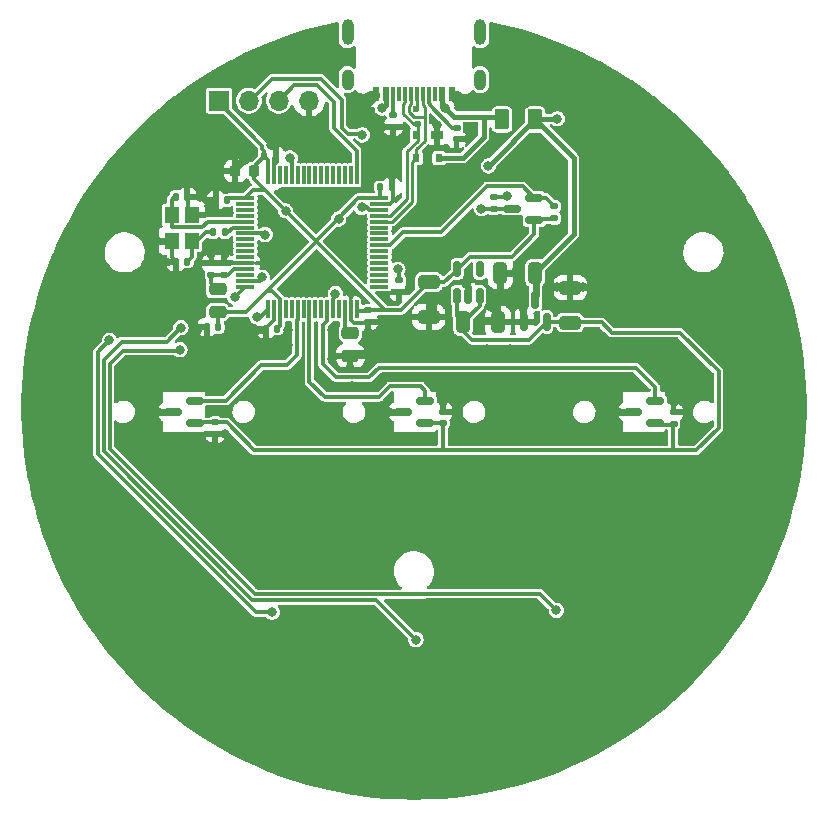
<source format=gbr>
%TF.GenerationSoftware,KiCad,Pcbnew,(7.0.0-0)*%
%TF.CreationDate,2023-04-04T22:37:46-05:00*%
%TF.ProjectId,RP2040_minimal,52503230-3430-45f6-9d69-6e696d616c2e,REV1*%
%TF.SameCoordinates,Original*%
%TF.FileFunction,Copper,L1,Top*%
%TF.FilePolarity,Positive*%
%FSLAX46Y46*%
G04 Gerber Fmt 4.6, Leading zero omitted, Abs format (unit mm)*
G04 Created by KiCad (PCBNEW (7.0.0-0)) date 2023-04-04 22:37:46*
%MOMM*%
%LPD*%
G01*
G04 APERTURE LIST*
G04 Aperture macros list*
%AMRoundRect*
0 Rectangle with rounded corners*
0 $1 Rounding radius*
0 $2 $3 $4 $5 $6 $7 $8 $9 X,Y pos of 4 corners*
0 Add a 4 corners polygon primitive as box body*
4,1,4,$2,$3,$4,$5,$6,$7,$8,$9,$2,$3,0*
0 Add four circle primitives for the rounded corners*
1,1,$1+$1,$2,$3*
1,1,$1+$1,$4,$5*
1,1,$1+$1,$6,$7*
1,1,$1+$1,$8,$9*
0 Add four rect primitives between the rounded corners*
20,1,$1+$1,$2,$3,$4,$5,0*
20,1,$1+$1,$4,$5,$6,$7,0*
20,1,$1+$1,$6,$7,$8,$9,0*
20,1,$1+$1,$8,$9,$2,$3,0*%
G04 Aperture macros list end*
%TA.AperFunction,SMDPad,CuDef*%
%ADD10RoundRect,0.250000X0.475000X-0.250000X0.475000X0.250000X-0.475000X0.250000X-0.475000X-0.250000X0*%
%TD*%
%TA.AperFunction,SMDPad,CuDef*%
%ADD11RoundRect,0.225000X0.225000X0.250000X-0.225000X0.250000X-0.225000X-0.250000X0.225000X-0.250000X0*%
%TD*%
%TA.AperFunction,SMDPad,CuDef*%
%ADD12RoundRect,0.140000X0.140000X0.170000X-0.140000X0.170000X-0.140000X-0.170000X0.140000X-0.170000X0*%
%TD*%
%TA.AperFunction,SMDPad,CuDef*%
%ADD13RoundRect,0.135000X-0.185000X0.135000X-0.185000X-0.135000X0.185000X-0.135000X0.185000X0.135000X0*%
%TD*%
%TA.AperFunction,SMDPad,CuDef*%
%ADD14R,0.600000X1.150000*%
%TD*%
%TA.AperFunction,SMDPad,CuDef*%
%ADD15R,0.300000X1.150000*%
%TD*%
%TA.AperFunction,ComponentPad*%
%ADD16O,1.000000X1.800000*%
%TD*%
%TA.AperFunction,ComponentPad*%
%ADD17O,1.000000X2.200000*%
%TD*%
%TA.AperFunction,SMDPad,CuDef*%
%ADD18RoundRect,0.150000X0.587500X0.150000X-0.587500X0.150000X-0.587500X-0.150000X0.587500X-0.150000X0*%
%TD*%
%TA.AperFunction,SMDPad,CuDef*%
%ADD19RoundRect,0.150000X0.150000X-0.587500X0.150000X0.587500X-0.150000X0.587500X-0.150000X-0.587500X0*%
%TD*%
%TA.AperFunction,SMDPad,CuDef*%
%ADD20R,1.200000X1.400000*%
%TD*%
%TA.AperFunction,SMDPad,CuDef*%
%ADD21R,1.000000X0.700000*%
%TD*%
%TA.AperFunction,SMDPad,CuDef*%
%ADD22R,0.600000X0.700000*%
%TD*%
%TA.AperFunction,SMDPad,CuDef*%
%ADD23RoundRect,0.250000X-0.325000X-0.650000X0.325000X-0.650000X0.325000X0.650000X-0.325000X0.650000X0*%
%TD*%
%TA.AperFunction,SMDPad,CuDef*%
%ADD24RoundRect,0.140000X-0.170000X0.140000X-0.170000X-0.140000X0.170000X-0.140000X0.170000X0.140000X0*%
%TD*%
%TA.AperFunction,SMDPad,CuDef*%
%ADD25RoundRect,0.250000X0.325000X0.650000X-0.325000X0.650000X-0.325000X-0.650000X0.325000X-0.650000X0*%
%TD*%
%TA.AperFunction,SMDPad,CuDef*%
%ADD26RoundRect,0.140000X0.170000X-0.140000X0.170000X0.140000X-0.170000X0.140000X-0.170000X-0.140000X0*%
%TD*%
%TA.AperFunction,SMDPad,CuDef*%
%ADD27RoundRect,0.250000X-0.650000X0.325000X-0.650000X-0.325000X0.650000X-0.325000X0.650000X0.325000X0*%
%TD*%
%TA.AperFunction,SMDPad,CuDef*%
%ADD28RoundRect,0.140000X-0.140000X-0.170000X0.140000X-0.170000X0.140000X0.170000X-0.140000X0.170000X0*%
%TD*%
%TA.AperFunction,SMDPad,CuDef*%
%ADD29RoundRect,0.135000X0.135000X0.185000X-0.135000X0.185000X-0.135000X-0.185000X0.135000X-0.185000X0*%
%TD*%
%TA.AperFunction,SMDPad,CuDef*%
%ADD30RoundRect,0.135000X0.185000X-0.135000X0.185000X0.135000X-0.185000X0.135000X-0.185000X-0.135000X0*%
%TD*%
%TA.AperFunction,SMDPad,CuDef*%
%ADD31RoundRect,0.250000X0.650000X-0.325000X0.650000X0.325000X-0.650000X0.325000X-0.650000X-0.325000X0*%
%TD*%
%TA.AperFunction,SMDPad,CuDef*%
%ADD32RoundRect,0.075000X-0.700000X-0.075000X0.700000X-0.075000X0.700000X0.075000X-0.700000X0.075000X0*%
%TD*%
%TA.AperFunction,SMDPad,CuDef*%
%ADD33RoundRect,0.075000X-0.075000X-0.700000X0.075000X-0.700000X0.075000X0.700000X-0.075000X0.700000X0*%
%TD*%
%TA.AperFunction,ComponentPad*%
%ADD34R,1.700000X1.700000*%
%TD*%
%TA.AperFunction,ComponentPad*%
%ADD35O,1.700000X1.700000*%
%TD*%
%TA.AperFunction,SMDPad,CuDef*%
%ADD36RoundRect,0.250000X-0.375000X-0.625000X0.375000X-0.625000X0.375000X0.625000X-0.375000X0.625000X0*%
%TD*%
%TA.AperFunction,SMDPad,CuDef*%
%ADD37RoundRect,0.250000X-0.475000X0.250000X-0.475000X-0.250000X0.475000X-0.250000X0.475000X0.250000X0*%
%TD*%
%TA.AperFunction,SMDPad,CuDef*%
%ADD38RoundRect,0.150000X0.150000X-0.512500X0.150000X0.512500X-0.150000X0.512500X-0.150000X-0.512500X0*%
%TD*%
%TA.AperFunction,ViaPad*%
%ADD39C,0.800000*%
%TD*%
%TA.AperFunction,ViaPad*%
%ADD40C,0.600000*%
%TD*%
%TA.AperFunction,Conductor*%
%ADD41C,0.300000*%
%TD*%
%TA.AperFunction,Conductor*%
%ADD42C,0.600000*%
%TD*%
%TA.AperFunction,Conductor*%
%ADD43C,0.400000*%
%TD*%
%TA.AperFunction,Conductor*%
%ADD44C,0.250000*%
%TD*%
G04 APERTURE END LIST*
D10*
%TO.P,FB1,1*%
%TO.N,VDD*%
X-16630000Y8460000D03*
%TO.P,FB1,2*%
%TO.N,VDDA*%
X-16630000Y10360000D03*
%TD*%
D11*
%TO.P,C1,1*%
%TO.N,VDD*%
X-13575000Y20400000D03*
%TO.P,C1,2*%
%TO.N,GND*%
X-15125000Y20400000D03*
%TD*%
D12*
%TO.P,C12,1*%
%TO.N,VDD*%
X-16570000Y7175000D03*
%TO.P,C12,2*%
%TO.N,GND*%
X-17530000Y7175000D03*
%TD*%
D13*
%TO.P,R6,1*%
%TO.N,LED_D*%
X11877500Y17395000D03*
%TO.P,R6,2*%
%TO.N,VDD*%
X11877500Y16375000D03*
%TD*%
D14*
%TO.P,P1,A1,GND*%
%TO.N,GND*%
X3199999Y26894999D03*
%TO.P,P1,A4,VBUS*%
%TO.N,VBUS*%
X2399999Y26894999D03*
D15*
%TO.P,P1,A5,CC1*%
%TO.N,Net-(P1-CC1)*%
X1249999Y26894999D03*
%TO.P,P1,A6,D+*%
%TO.N,USB_D+*%
X249999Y26894999D03*
%TO.P,P1,A7,D-*%
%TO.N,USB_D-*%
X-249999Y26894999D03*
%TO.P,P1,A8,SBU1*%
%TO.N,unconnected-(P1-SBU1-PadA8)*%
X-1249999Y26894999D03*
D14*
%TO.P,P1,A9,VBUS*%
%TO.N,VBUS*%
X-2399999Y26894999D03*
%TO.P,P1,A12,GND*%
%TO.N,GND*%
X-3199999Y26894999D03*
%TO.P,P1,B1,GND*%
X-3199999Y26894999D03*
%TO.P,P1,B4,VBUS*%
%TO.N,VBUS*%
X-2399999Y26894999D03*
D15*
%TO.P,P1,B5,CC2*%
%TO.N,Net-(P1-CC2)*%
X-1749999Y26894999D03*
%TO.P,P1,B6,D+*%
%TO.N,USB_D+*%
X-749999Y26894999D03*
%TO.P,P1,B7,D-*%
%TO.N,USB_D-*%
X749999Y26894999D03*
%TO.P,P1,B8,SBU2*%
%TO.N,unconnected-(P1-SBU2-PadB8)*%
X1749999Y26894999D03*
D14*
%TO.P,P1,B9,VBUS*%
%TO.N,VBUS*%
X2399999Y26894999D03*
%TO.P,P1,B12,GND*%
%TO.N,GND*%
X3199999Y26894999D03*
D16*
%TO.P,P1,S1,SHIELD*%
%TO.N,unconnected-(P1-SHIELD-PadS1)*%
X5619999Y28119999D03*
D17*
X5619999Y32119999D03*
D16*
X-5619999Y28119999D03*
D17*
X-5619999Y32119999D03*
%TD*%
D12*
%TO.P,C5,1*%
%TO.N,VDD*%
X-11580000Y7040000D03*
%TO.P,C5,2*%
%TO.N,GND*%
X-12540000Y7040000D03*
%TD*%
D18*
%TO.P,U8,1,VCC*%
%TO.N,+4V4*%
X20437500Y-950000D03*
%TO.P,U8,2,VOUT*%
%TO.N,ADC_IN3*%
X20437500Y950000D03*
%TO.P,U8,3,GND*%
%TO.N,GND*%
X18562500Y0D03*
%TD*%
D19*
%TO.P,U1,1,GND*%
%TO.N,GND*%
X9325000Y7612500D03*
%TO.P,U1,2,VO*%
%TO.N,+4V4*%
X11225000Y7612500D03*
%TO.P,U1,3,VI*%
%TO.N,+5V*%
X10275000Y9487500D03*
%TD*%
D20*
%TO.P,Y1,1,1*%
%TO.N,OSC_IN*%
X-20512271Y16681741D03*
%TO.P,Y1,2,2*%
%TO.N,GND*%
X-20512271Y14481741D03*
%TO.P,Y1,3,3*%
%TO.N,Net-(C16-Pad1)*%
X-18812271Y14481741D03*
%TO.P,Y1,4,4*%
%TO.N,GND*%
X-18812271Y16681741D03*
%TD*%
D21*
%TO.P,U3,1,GND*%
%TO.N,GND*%
X1909999Y23479999D03*
D22*
%TO.P,U3,2,I/O1*%
%TO.N,USB_D+*%
X209999Y23479999D03*
%TO.P,U3,3,I/O2*%
%TO.N,USB_D-*%
X209999Y21479999D03*
%TO.P,U3,4,VCC*%
%TO.N,VBUS*%
X2109999Y21479999D03*
%TD*%
D23*
%TO.P,C9,1*%
%TO.N,+4V4*%
X4165000Y7587500D03*
%TO.P,C9,2*%
%TO.N,GND*%
X7115000Y7587500D03*
%TD*%
D12*
%TO.P,C2,1*%
%TO.N,VDD*%
X-15810000Y17900000D03*
%TO.P,C2,2*%
%TO.N,GND*%
X-16770000Y17900000D03*
%TD*%
D24*
%TO.P,R1,1*%
%TO.N,Net-(P1-CC1)*%
X3600000Y24065000D03*
%TO.P,R1,2*%
%TO.N,GND*%
X3600000Y23105000D03*
%TD*%
D25*
%TO.P,C7,1*%
%TO.N,+5V*%
X10260000Y11777500D03*
%TO.P,C7,2*%
%TO.N,GND*%
X7310000Y11777500D03*
%TD*%
D26*
%TO.P,C18,1*%
%TO.N,GND*%
X-16820000Y-1860000D03*
%TO.P,C18,2*%
%TO.N,+4V4*%
X-16820000Y-900000D03*
%TD*%
%TO.P,C14,1*%
%TO.N,VDDA*%
X-16070000Y11610000D03*
%TO.P,C14,2*%
%TO.N,GND*%
X-16070000Y12570000D03*
%TD*%
D27*
%TO.P,C10,1*%
%TO.N,VDD*%
X1247813Y10981187D03*
%TO.P,C10,2*%
%TO.N,GND*%
X1247813Y8031187D03*
%TD*%
D28*
%TO.P,C3,1*%
%TO.N,VDD*%
X-12675000Y21630000D03*
%TO.P,C3,2*%
%TO.N,GND*%
X-11715000Y21630000D03*
%TD*%
D29*
%TO.P,R5,1*%
%TO.N,OSC_OUT*%
X-16020000Y15230000D03*
%TO.P,R5,2*%
%TO.N,Net-(C16-Pad1)*%
X-17040000Y15230000D03*
%TD*%
D30*
%TO.P,R7,1*%
%TO.N,Net-(D4-DIN)*%
X6750000Y17190000D03*
%TO.P,R7,2*%
%TO.N,+5V*%
X6750000Y18210000D03*
%TD*%
D18*
%TO.P,U7,1,VCC*%
%TO.N,+4V4*%
X937500Y-950000D03*
%TO.P,U7,2,VOUT*%
%TO.N,ADC_IN2*%
X937500Y950000D03*
%TO.P,U7,3,GND*%
%TO.N,GND*%
X-937500Y0D03*
%TD*%
D28*
%TO.P,C6,1*%
%TO.N,VDD*%
X-2850000Y19020000D03*
%TO.P,C6,2*%
%TO.N,GND*%
X-1890000Y19020000D03*
%TD*%
D24*
%TO.P,C20,1*%
%TO.N,GND*%
X2450000Y10000D03*
%TO.P,C20,2*%
%TO.N,+4V4*%
X2450000Y-950000D03*
%TD*%
D18*
%TO.P,U9,1,VCC*%
%TO.N,+4V4*%
X-18562500Y-950000D03*
%TO.P,U9,2,VOUT*%
%TO.N,ADC_IN1*%
X-18562500Y950000D03*
%TO.P,U9,3,GND*%
%TO.N,GND*%
X-20437500Y0D03*
%TD*%
D24*
%TO.P,R2,1*%
%TO.N,Net-(P1-CC2)*%
X-1758000Y25097000D03*
%TO.P,R2,2*%
%TO.N,GND*%
X-1758000Y24137000D03*
%TD*%
D30*
%TO.P,R4,1*%
%TO.N,GND*%
X-1250000Y10130000D03*
%TO.P,R4,2*%
%TO.N,BOOT1*%
X-1250000Y11150000D03*
%TD*%
D26*
%TO.P,C13,1*%
%TO.N,VDDA*%
X-17150000Y11620000D03*
%TO.P,C13,2*%
%TO.N,GND*%
X-17150000Y12580000D03*
%TD*%
D24*
%TO.P,C19,1*%
%TO.N,GND*%
X21970000Y-50000D03*
%TO.P,C19,2*%
%TO.N,+4V4*%
X21970000Y-1010000D03*
%TD*%
D31*
%TO.P,C8,1*%
%TO.N,+4V4*%
X13220000Y7555000D03*
%TO.P,C8,2*%
%TO.N,GND*%
X13220000Y10505000D03*
%TD*%
D12*
%TO.P,C16,1*%
%TO.N,Net-(C16-Pad1)*%
X-19192272Y12721742D03*
%TO.P,C16,2*%
%TO.N,GND*%
X-20152272Y12721742D03*
%TD*%
D24*
%TO.P,C4,1*%
%TO.N,VDD*%
X-3890000Y8591041D03*
%TO.P,C4,2*%
%TO.N,GND*%
X-3890000Y7631041D03*
%TD*%
D18*
%TO.P,Q1,1,G*%
%TO.N,VDD*%
X10175000Y16225000D03*
%TO.P,Q1,2,S*%
%TO.N,LED_D*%
X10175000Y18125000D03*
%TO.P,Q1,3,D*%
%TO.N,Net-(D4-DIN)*%
X8300000Y17175000D03*
%TD*%
D28*
%TO.P,C15,1*%
%TO.N,OSC_IN*%
X-20157272Y18201742D03*
%TO.P,C15,2*%
%TO.N,GND*%
X-19197272Y18201742D03*
%TD*%
D32*
%TO.P,U5,1,VBAT*%
%TO.N,VDD*%
X-14275000Y18100000D03*
%TO.P,U5,2,PC13*%
%TO.N,unconnected-(U5-PC13-Pad2)*%
X-14275000Y17600000D03*
%TO.P,U5,3,PC14*%
%TO.N,unconnected-(U5-PC14-Pad3)*%
X-14275000Y17100000D03*
%TO.P,U5,4,PC15*%
%TO.N,unconnected-(U5-PC15-Pad4)*%
X-14275000Y16600000D03*
%TO.P,U5,5,PH0*%
%TO.N,OSC_IN*%
X-14275000Y16100000D03*
%TO.P,U5,6,PH1*%
%TO.N,OSC_OUT*%
X-14275000Y15600000D03*
%TO.P,U5,7,NRST*%
%TO.N,NRST*%
X-14275000Y15100000D03*
%TO.P,U5,8,PC0*%
%TO.N,unconnected-(U5-PC0-Pad8)*%
X-14275000Y14600000D03*
%TO.P,U5,9,PC1*%
%TO.N,unconnected-(U5-PC1-Pad9)*%
X-14275000Y14100000D03*
%TO.P,U5,10,PC2*%
%TO.N,unconnected-(U5-PC2-Pad10)*%
X-14275000Y13600000D03*
%TO.P,U5,11,PC3*%
%TO.N,unconnected-(U5-PC3-Pad11)*%
X-14275000Y13100000D03*
%TO.P,U5,12,VSSA*%
%TO.N,GND*%
X-14275000Y12600000D03*
%TO.P,U5,13,VREF+*%
%TO.N,VDDA*%
X-14275000Y12100000D03*
%TO.P,U5,14,PA0*%
%TO.N,unconnected-(U5-PA0-Pad14)*%
X-14275000Y11600000D03*
%TO.P,U5,15,PA1*%
%TO.N,BUTT0*%
X-14275000Y11100000D03*
%TO.P,U5,16,PA2*%
%TO.N,BUTT1*%
X-14275000Y10600000D03*
D33*
%TO.P,U5,17,PA3*%
%TO.N,BUTT2*%
X-12350000Y8675000D03*
%TO.P,U5,18,VSS*%
%TO.N,GND*%
X-11850000Y8675000D03*
%TO.P,U5,19,VDD*%
%TO.N,VDD*%
X-11350000Y8675000D03*
%TO.P,U5,20,PA4*%
%TO.N,unconnected-(U5-PA4-Pad20)*%
X-10850000Y8675000D03*
%TO.P,U5,21,PA5*%
%TO.N,unconnected-(U5-PA5-Pad21)*%
X-10350000Y8675000D03*
%TO.P,U5,22,PA6*%
%TO.N,ADC_IN1*%
X-9850000Y8675000D03*
%TO.P,U5,23,PA7*%
%TO.N,unconnected-(U5-PA7-Pad23)*%
X-9350000Y8675000D03*
%TO.P,U5,24,PC4*%
%TO.N,ADC_IN2*%
X-8850000Y8675000D03*
%TO.P,U5,25,PC5*%
%TO.N,unconnected-(U5-PC5-Pad25)*%
X-8350000Y8675000D03*
%TO.P,U5,26,PB0*%
%TO.N,unconnected-(U5-PB0-Pad26)*%
X-7850000Y8675000D03*
%TO.P,U5,27,PB1*%
%TO.N,ADC_IN3*%
X-7350000Y8675000D03*
%TO.P,U5,28,PB2*%
%TO.N,BOOT1*%
X-6850000Y8675000D03*
%TO.P,U5,29,PB10*%
%TO.N,unconnected-(U5-PB10-Pad29)*%
X-6350000Y8675000D03*
%TO.P,U5,30,VCAP1*%
%TO.N,Net-(U5-VCAP1)*%
X-5850000Y8675000D03*
%TO.P,U5,31,VSS*%
%TO.N,GND*%
X-5350000Y8675000D03*
%TO.P,U5,32,VDD*%
%TO.N,VDD*%
X-4850000Y8675000D03*
D32*
%TO.P,U5,33,PB12*%
%TO.N,unconnected-(U5-PB12-Pad33)*%
X-2925000Y10600000D03*
%TO.P,U5,34,PB13*%
%TO.N,unconnected-(U5-PB13-Pad34)*%
X-2925000Y11100000D03*
%TO.P,U5,35,PB14*%
%TO.N,unconnected-(U5-PB14-Pad35)*%
X-2925000Y11600000D03*
%TO.P,U5,36,PB15*%
%TO.N,unconnected-(U5-PB15-Pad36)*%
X-2925000Y12100000D03*
%TO.P,U5,37,PC6*%
%TO.N,unconnected-(U5-PC6-Pad37)*%
X-2925000Y12600000D03*
%TO.P,U5,38,PC7*%
%TO.N,unconnected-(U5-PC7-Pad38)*%
X-2925000Y13100000D03*
%TO.P,U5,39,PC8*%
%TO.N,unconnected-(U5-PC8-Pad39)*%
X-2925000Y13600000D03*
%TO.P,U5,40,PC9*%
%TO.N,LED_D*%
X-2925000Y14100000D03*
%TO.P,U5,41,PA8*%
%TO.N,unconnected-(U5-PA8-Pad41)*%
X-2925000Y14600000D03*
%TO.P,U5,42,PA9*%
%TO.N,unconnected-(U5-PA9-Pad42)*%
X-2925000Y15100000D03*
%TO.P,U5,43,PA10*%
%TO.N,unconnected-(U5-PA10-Pad43)*%
X-2925000Y15600000D03*
%TO.P,U5,44,PA11*%
%TO.N,USB_D-*%
X-2925000Y16100000D03*
%TO.P,U5,45,PA12*%
%TO.N,USB_D+*%
X-2925000Y16600000D03*
%TO.P,U5,46,PA13*%
%TO.N,SWDIO*%
X-2925000Y17100000D03*
%TO.P,U5,47,VSS*%
%TO.N,GND*%
X-2925000Y17600000D03*
%TO.P,U5,48,VDD*%
%TO.N,VDD*%
X-2925000Y18100000D03*
D33*
%TO.P,U5,49,PA14*%
%TO.N,SWCLK*%
X-4850000Y20025000D03*
%TO.P,U5,50,PA15*%
%TO.N,unconnected-(U5-PA15-Pad50)*%
X-5350000Y20025000D03*
%TO.P,U5,51,PC10*%
%TO.N,unconnected-(U5-PC10-Pad51)*%
X-5850000Y20025000D03*
%TO.P,U5,52,PC11*%
%TO.N,unconnected-(U5-PC11-Pad52)*%
X-6350000Y20025000D03*
%TO.P,U5,53,PC12*%
%TO.N,unconnected-(U5-PC12-Pad53)*%
X-6850000Y20025000D03*
%TO.P,U5,54,PD2*%
%TO.N,unconnected-(U5-PD2-Pad54)*%
X-7350000Y20025000D03*
%TO.P,U5,55,PB3*%
%TO.N,SWO*%
X-7850000Y20025000D03*
%TO.P,U5,56,PB4*%
%TO.N,unconnected-(U5-PB4-Pad56)*%
X-8350000Y20025000D03*
%TO.P,U5,57,PB5*%
%TO.N,unconnected-(U5-PB5-Pad57)*%
X-8850000Y20025000D03*
%TO.P,U5,58,PB6*%
%TO.N,unconnected-(U5-PB6-Pad58)*%
X-9350000Y20025000D03*
%TO.P,U5,59,PB7*%
%TO.N,unconnected-(U5-PB7-Pad59)*%
X-9850000Y20025000D03*
%TO.P,U5,60,BOOT0*%
%TO.N,BOOT0*%
X-10350000Y20025000D03*
%TO.P,U5,61,PB8*%
%TO.N,unconnected-(U5-PB8-Pad61)*%
X-10850000Y20025000D03*
%TO.P,U5,62,PB9*%
%TO.N,unconnected-(U5-PB9-Pad62)*%
X-11350000Y20025000D03*
%TO.P,U5,63,VSS*%
%TO.N,GND*%
X-11850000Y20025000D03*
%TO.P,U5,64,VDD*%
%TO.N,VDD*%
X-12350000Y20025000D03*
%TD*%
D34*
%TO.P,J1,1,Pin_1*%
%TO.N,VDD*%
X-16529999Y26349999D03*
D35*
%TO.P,J1,2,Pin_2*%
%TO.N,SWDIO*%
X-13989999Y26349999D03*
%TO.P,J1,3,Pin_3*%
%TO.N,SWCLK*%
X-11449999Y26349999D03*
%TO.P,J1,4,Pin_4*%
%TO.N,GND*%
X-8909999Y26349999D03*
%TD*%
D36*
%TO.P,F1,1*%
%TO.N,VBUS*%
X7450000Y24770000D03*
%TO.P,F1,2*%
%TO.N,+5V*%
X10250000Y24770000D03*
%TD*%
D37*
%TO.P,C17,1*%
%TO.N,Net-(U5-VCAP1)*%
X-5390000Y6660000D03*
%TO.P,C17,2*%
%TO.N,GND*%
X-5390000Y4760000D03*
%TD*%
D38*
%TO.P,U2,1,VIN*%
%TO.N,+4V4*%
X3650000Y9832500D03*
%TO.P,U2,2,GND*%
%TO.N,GND*%
X4600000Y9832500D03*
%TO.P,U2,3,EN*%
%TO.N,+4V4*%
X5550000Y9832500D03*
%TO.P,U2,4,NC*%
%TO.N,unconnected-(U2-NC-Pad4)*%
X5550000Y12107500D03*
%TO.P,U2,5,VOUT*%
%TO.N,VDD*%
X3650000Y12107500D03*
%TD*%
D39*
%TO.N,GND*%
X-14490000Y4120000D03*
X30166000Y7294000D03*
X-19834000Y-2706000D03*
X22166000Y11294000D03*
X30166000Y-4706000D03*
X10166000Y5294000D03*
X-16040000Y13390000D03*
X-3860000Y4840000D03*
X26166000Y19294000D03*
X-11140000Y13440000D03*
X26166000Y-8706000D03*
X-7834000Y-18706000D03*
X-11470000Y4950000D03*
X-11834000Y-6706000D03*
X-1834000Y5294000D03*
X-19834000Y25294000D03*
X-7834000Y-30706000D03*
X20166000Y-22706000D03*
X6527500Y8897500D03*
X-4120000Y25800000D03*
X-3350000Y22280000D03*
X4166000Y-12706000D03*
X-7834000Y-12706000D03*
X28166000Y13294000D03*
X30166000Y-8706000D03*
X-4100000Y2110000D03*
X8166000Y-12706000D03*
X28166000Y-706000D03*
X22166000Y23294000D03*
X-29834000Y-8706000D03*
X-2110000Y0D03*
X22166000Y-16706000D03*
X-11834000Y29294000D03*
X-18160000Y18170000D03*
X-23834000Y-8706000D03*
X10166000Y-4706000D03*
X-12100000Y22575000D03*
X-17834000Y-18706000D03*
X30166000Y-706000D03*
X20166000Y-10706000D03*
X-9834000Y-706000D03*
X2166000Y5294000D03*
X28166000Y-14706000D03*
X7265000Y9987500D03*
X166000Y-30706000D03*
X10166000Y-24706000D03*
X18166000Y-20706000D03*
X-17834000Y-2706000D03*
X28166000Y9294000D03*
X16166000Y13294000D03*
X-25834000Y-12706000D03*
X-10659500Y6950000D03*
X28166000Y-10706000D03*
X22166000Y5294000D03*
X4166000Y5294000D03*
X-25834000Y-16706000D03*
X-15834000Y-26706000D03*
X-27834000Y5294000D03*
X8166000Y-28706000D03*
X-23834000Y-20706000D03*
X12166000Y29294000D03*
X24166000Y-20706000D03*
X2450000Y860000D03*
X-9980000Y18160000D03*
X-530000Y2940000D03*
X22166000Y-20706000D03*
X-9834000Y-22706000D03*
X-21834000Y3294000D03*
X-21767272Y14456742D03*
X12166000Y-706000D03*
X-5834000Y-22706000D03*
X12166000Y-18706000D03*
X-4900000Y15880000D03*
X-1830000Y19950000D03*
X18166000Y9294000D03*
X10166000Y1294000D03*
X-5834000Y-30706000D03*
X28166000Y3294000D03*
X6166000Y5294000D03*
X-4100000Y3669500D03*
X-17380000Y17460000D03*
X-14480000Y21270000D03*
X10166000Y21294000D03*
X20166000Y11294000D03*
X-17830000Y-14140000D03*
X26166000Y-10706000D03*
X22166000Y15294000D03*
X-15974954Y-1860000D03*
X-9834000Y-8706000D03*
X24166000Y-18706000D03*
X1575000Y9125000D03*
X166000Y-4706000D03*
X5690000Y7862500D03*
X-7834000Y-26706000D03*
X16166000Y-26706000D03*
X-2850000Y20930000D03*
X-1810000Y2910000D03*
X-1834000Y-24706000D03*
X-19834000Y3294000D03*
X8166000Y-24706000D03*
X-1834000Y-30706000D03*
X8166000Y15294000D03*
X-12037500Y-21340000D03*
X30166000Y9294000D03*
X4395531Y10800076D03*
X-21834000Y23294000D03*
X9225000Y8750000D03*
X-27834000Y-10706000D03*
X14166000Y23294000D03*
X-10700000Y5660000D03*
X-1834000Y7294000D03*
X30166000Y11294000D03*
X-31834000Y5294000D03*
X-5834000Y-12706000D03*
X-7834000Y29294000D03*
X-13834000Y-8706000D03*
X-6760000Y22410000D03*
X10166000Y-28706000D03*
X28166000Y-2706000D03*
X22166000Y21294000D03*
X780000Y2990000D03*
X24166000Y7294000D03*
X12166000Y27294000D03*
X18166000Y11294000D03*
X12142500Y10540000D03*
X-19834000Y-16706000D03*
X-10100000Y13860000D03*
X-17834000Y-24706000D03*
X4489898Y26525534D03*
X4166000Y-16706000D03*
X166000Y5294000D03*
X-7834000Y-8706000D03*
X30166000Y3294000D03*
X10166000Y-22706000D03*
X16166000Y-18706000D03*
X14166000Y-22706000D03*
X-4520741Y26532318D03*
X-21834000Y-2706000D03*
X32166000Y-706000D03*
X-27834000Y-12706000D03*
X10166000Y27294000D03*
X16166000Y25294000D03*
X-9834000Y31294000D03*
X-23834000Y-18706000D03*
X-9834000Y29294000D03*
X17280000Y0D03*
X166000Y-6706000D03*
X-23834000Y7294000D03*
X3370000Y20680500D03*
X-31834000Y-4706000D03*
X-27834000Y3294000D03*
X12166000Y-4706000D03*
X-19834000Y-24706000D03*
X-27834000Y1294000D03*
X22166000Y3294000D03*
X12166000Y-28706000D03*
X18166000Y-18706000D03*
X-3834000Y-24706000D03*
X-13390000Y6810000D03*
X20166000Y13294000D03*
X8600000Y11925000D03*
X2166000Y-20706000D03*
X16166000Y-14706000D03*
X2166000Y-30706000D03*
X4040000Y-7140000D03*
X16166000Y-22706000D03*
X-21834000Y-20706000D03*
X-13834000Y-18706000D03*
X120000Y-22789286D03*
X-5340000Y13630000D03*
X20166000Y-24706000D03*
X-9834000Y-26706000D03*
X-15834000Y-18706000D03*
X21980000Y810000D03*
X20166000Y21294000D03*
X-9000000Y17150000D03*
X-12730000Y16140000D03*
X1985023Y24275023D03*
X-21834000Y17294000D03*
X8166000Y5294000D03*
X-2740000Y24140000D03*
X-12700000Y4880000D03*
X10166000Y-12706000D03*
X-1730000Y22310000D03*
X28166000Y5294000D03*
X22166000Y-14706000D03*
X4166000Y-30706000D03*
X-5834000Y-6706000D03*
X6166000Y-4706000D03*
X12166000Y5294000D03*
X14166000Y-18706000D03*
X-6970000Y4490000D03*
X28166000Y-8706000D03*
X14166000Y-28706000D03*
X30166000Y-10706000D03*
X4166000Y-20706000D03*
X22166000Y-12706000D03*
X14166000Y-6706000D03*
X5965000Y-25705000D03*
X-9834000Y-4706000D03*
X-15460000Y-7080000D03*
X30166000Y-2706000D03*
X28166000Y-12706000D03*
X-19834000Y-4706000D03*
X-5834000Y-26706000D03*
X26410000Y-14070000D03*
X-18380000Y6870000D03*
X32166000Y1294000D03*
X-29834000Y11294000D03*
X16166000Y9294000D03*
X-25834000Y9294000D03*
X-375000Y10600000D03*
X-13834000Y29294000D03*
X2166000Y-16706000D03*
X-13834000Y-6706000D03*
X16166000Y11294000D03*
X-13834000Y-28706000D03*
X8166000Y-18706000D03*
X18166000Y5294000D03*
X28166000Y15294000D03*
X-11000000Y23450000D03*
X18166000Y13294000D03*
X-4970000Y24970000D03*
X-6900000Y5710000D03*
X-5834000Y-4706000D03*
X-17150000Y13360000D03*
X8166000Y31294000D03*
X-17834000Y-16706000D03*
X14312500Y10572500D03*
X-8580000Y23070000D03*
X10166000Y-706000D03*
X14166000Y-12706000D03*
X-27834000Y-14706000D03*
X16166000Y5294000D03*
X12166000Y-12706000D03*
X-11440000Y15860000D03*
X-7834000Y31294000D03*
X-19834000Y-6706000D03*
X20166000Y-4706000D03*
X14166000Y27294000D03*
X14166000Y13294000D03*
X-11834000Y-8706000D03*
X-23834000Y3294000D03*
X3800000Y25970000D03*
X8166000Y1294000D03*
X-11834000Y1294000D03*
X-5834000Y-18706000D03*
X-23834000Y-2706000D03*
X16166000Y-12706000D03*
X18166000Y-24706000D03*
X20166000Y5294000D03*
X-21834000Y7294000D03*
X-31834000Y-706000D03*
X-13834000Y-12706000D03*
X-23834000Y17294000D03*
X8166000Y29294000D03*
X-5290000Y2170000D03*
X8166000Y-22706000D03*
X18166000Y-6706000D03*
X14166000Y29294000D03*
X166000Y-16706000D03*
X-11834000Y-24706000D03*
X-13834000Y-4706000D03*
X30166000Y-6706000D03*
X12166000Y-24706000D03*
X28166000Y-6706000D03*
X8166000Y-30706000D03*
X-9834000Y-6706000D03*
X22166000Y9294000D03*
X16166000Y15294000D03*
X20166000Y-18706000D03*
X6166000Y-28706000D03*
X30166000Y1294000D03*
X22166000Y-22706000D03*
X5950000Y26300000D03*
X12166000Y-14706000D03*
X-8970000Y24540000D03*
X-9834000Y-24706000D03*
X-27834000Y-4706000D03*
X-7834000Y-706000D03*
X-11834000Y-4706000D03*
X-31834000Y1294000D03*
X-3910000Y6741041D03*
X32166000Y-2706000D03*
X28166000Y7294000D03*
X-9834000Y-12706000D03*
X18166000Y25294000D03*
X20166000Y15294000D03*
X16166000Y27294000D03*
X18166000Y-16706000D03*
X20166000Y9294000D03*
X28166000Y1294000D03*
X-9834000Y-18706000D03*
X-27834000Y-706000D03*
X-9270000Y11570000D03*
X24166000Y3294000D03*
X-13834000Y-22706000D03*
X12166000Y-6706000D03*
X-23834000Y9294000D03*
X-21834000Y-14706000D03*
X14166000Y-14706000D03*
X-3834000Y-12706000D03*
X-27834000Y7294000D03*
X-5834000Y-20706000D03*
X-15925000Y25000D03*
X32166000Y3294000D03*
X-7850000Y2875000D03*
X-19834000Y9294000D03*
X-7890000Y18370000D03*
X-9834000Y1294000D03*
X-29834000Y-10706000D03*
X-11834000Y-12706000D03*
X8166000Y27294000D03*
X-31834000Y-2706000D03*
X10166000Y29294000D03*
X-6920000Y2170000D03*
X14166000Y-4706000D03*
X30166000Y5294000D03*
X-7834000Y-22706000D03*
X-5834000Y-24706000D03*
X-7834000Y-4706000D03*
X-7834000Y-6706000D03*
X-3834000Y-30706000D03*
X24166000Y21294000D03*
X22166000Y13294000D03*
X-21834000Y9294000D03*
X-17834000Y3294000D03*
X24166000Y-10706000D03*
X166000Y13294000D03*
X-17225000Y23865000D03*
X-11834000Y-18706000D03*
X4570000Y23140000D03*
X8166000Y-6706000D03*
X-21670000Y-10000D03*
X8166000Y-4706000D03*
X-7700000Y11600000D03*
X166000Y-24706000D03*
X-2840000Y2580000D03*
X-21834000Y-22706000D03*
X-20982272Y12696742D03*
X24166000Y9294000D03*
X-25834000Y-14706000D03*
X-11834000Y-706000D03*
X28166000Y-4706000D03*
X18166000Y-14706000D03*
X-15834000Y3294000D03*
X18600000Y20890000D03*
X6166000Y-6706000D03*
X-19834000Y-22706000D03*
X-5330000Y10100000D03*
X26166000Y-18706000D03*
X-4370000Y11730000D03*
X20166000Y23294000D03*
X14166000Y5294000D03*
X-8340000Y12860000D03*
X-25834000Y-18706000D03*
X28166000Y11294000D03*
X-8230000Y21850000D03*
X11960000Y-21340000D03*
X14166000Y-24706000D03*
X18166000Y15294000D03*
X-31834000Y3294000D03*
X-27834000Y-2706000D03*
X12166000Y1294000D03*
X20166000Y25294000D03*
X-5410000Y3669500D03*
X-9834000Y3294000D03*
X-21230000Y19040000D03*
X4166000Y-28706000D03*
X10166000Y-18706000D03*
X23530000Y-7140000D03*
X8166000Y-706000D03*
X6166000Y-30706000D03*
X-6970000Y6910000D03*
X10166000Y-6706000D03*
X-7834000Y-24706000D03*
%TO.N,VBUS*%
X2650000Y25750000D03*
X-2690000Y25720000D03*
%TO.N,BUTT0*%
X-12020000Y-16960000D03*
X-25790000Y6050000D03*
X-12850000Y11390000D03*
%TO.N,+5V*%
X12120000Y24810000D03*
X6305000Y20825000D03*
X7875000Y18250000D03*
D40*
%TO.N,USB_D+*%
X210000Y25640000D03*
X303779Y24365500D03*
D39*
%TO.N,BOOT0*%
X-10491280Y21496104D03*
%TO.N,BUTT1*%
X-15190000Y9720000D03*
X150000Y-19280000D03*
X-19730000Y7120000D03*
%TO.N,BUTT2*%
X-19830000Y5260500D03*
X-13310000Y8070000D03*
X12050000Y-16800000D03*
%TO.N,NRST*%
X-12610000Y15010000D03*
%TO.N,BOOT1*%
X-1370000Y12060000D03*
X-6659851Y10007294D03*
%TO.N,Net-(D4-DIN)*%
X5704977Y17195023D03*
%TO.N,VDD*%
X-10880000Y17020000D03*
X-6380000Y16340000D03*
%TO.N,SWDIO*%
X-4370000Y23450000D03*
X-4430000Y17310000D03*
%TD*%
D41*
%TO.N,ADC_IN1*%
X-18050000Y950000D02*
X-15940000Y950000D01*
X-15940000Y950000D02*
X-12940108Y3949892D01*
X-12940108Y3949892D02*
X-10780108Y3949892D01*
X-10780108Y3949892D02*
X-9910000Y4820000D01*
X-9910000Y4820000D02*
X-9910000Y7738959D01*
X-9910000Y7738959D02*
X-9850000Y7798959D01*
X-9850000Y7798959D02*
X-9850000Y8675000D01*
%TO.N,GND*%
X-3860000Y4840000D02*
X-4238959Y4840000D01*
X-15974954Y-1860000D02*
X-16820000Y-1860000D01*
D42*
X7265000Y9987500D02*
X7255000Y10115000D01*
X9225000Y7712500D02*
X9325000Y7612500D01*
D41*
X-20982272Y12696742D02*
X-20957272Y12721742D01*
X-20512272Y14481742D02*
X-20512272Y13081742D01*
X-20957272Y12721742D02*
X-20152272Y12721742D01*
X-18160000Y18170000D02*
X-18191742Y18201742D01*
X-2687000Y24137000D02*
X-2690000Y24140000D01*
D42*
X-20582272Y14451742D02*
X-21732272Y14451742D01*
X-3200000Y26895000D02*
X-3652645Y26895000D01*
D41*
X-11850000Y8675000D02*
X-11850000Y7772965D01*
X-11850000Y7772965D02*
X-12540000Y7082965D01*
X-4520741Y26532318D02*
X-4235927Y26532318D01*
X-11645000Y21700000D02*
X-11715000Y21630000D01*
D42*
X13097500Y10582500D02*
X14147500Y10582500D01*
D41*
X-12100000Y22575000D02*
X-11645000Y22120000D01*
X-13310000Y6790000D02*
X-13290000Y6790000D01*
D42*
X18074000Y0D02*
X17046000Y0D01*
X4395531Y10800076D02*
X4600000Y10595607D01*
D41*
X-18075000Y7175000D02*
X-17530000Y7175000D01*
X-4238959Y4840000D02*
X-4390000Y4991041D01*
D42*
X-14480000Y21270000D02*
X-15185000Y20565000D01*
X12980000Y10540000D02*
X12142500Y10540000D01*
D41*
X-21710000Y30000D02*
X-21760000Y30000D01*
X3800000Y26050000D02*
X3720000Y26130000D01*
D42*
X3569466Y26525534D02*
X3200000Y26895000D01*
X1575000Y9125000D02*
X1575000Y8056187D01*
D41*
X-12790000Y6790000D02*
X-13270000Y6790000D01*
X-3890000Y6761041D02*
X-3910000Y6741041D01*
X-845000Y10130000D02*
X-375000Y10600000D01*
X-11645000Y22120000D02*
X-11645000Y21700000D01*
X4375000Y23105000D02*
X4570000Y23140000D01*
X-1830000Y19950000D02*
X-1830000Y18831041D01*
X-1758000Y24137000D02*
X-2687000Y24137000D01*
X-19131836Y18214068D02*
X-19131836Y16814068D01*
D42*
X-1316000Y0D02*
X-2344000Y0D01*
D41*
X-16040000Y13390000D02*
X-16090000Y13340000D01*
X-1830000Y18831041D02*
X-1810000Y18811041D01*
D42*
X-3200000Y26895000D02*
X-3200000Y26780000D01*
X9225000Y8750000D02*
X9225000Y7712500D01*
X-4046103Y26635883D02*
X-4149668Y26532318D01*
X-20876000Y-10000D02*
X-21904000Y-10000D01*
X7040000Y8385000D02*
X7040000Y7657500D01*
D41*
X3600000Y23105000D02*
X4375000Y23105000D01*
X-2740000Y24140000D02*
X-2740000Y24190000D01*
X-13270000Y6790000D02*
X-13390000Y6810000D01*
X-1810000Y18811041D02*
X-1810000Y18361041D01*
X-13390000Y6810000D02*
X-13310000Y6790000D01*
D42*
X7095000Y7485000D02*
X7075000Y7465000D01*
D41*
X-18380000Y6870000D02*
X-18075000Y7175000D01*
D42*
X8470000Y11795000D02*
X7245000Y11795000D01*
D41*
X-16090000Y13340000D02*
X-16090000Y12850000D01*
X-2690000Y24140000D02*
X-2740000Y24140000D01*
X-17210000Y17460000D02*
X-16770000Y17900000D01*
X-5350000Y7798959D02*
X-5101041Y7550000D01*
X-1800000Y17848959D02*
X-2048959Y17600000D01*
X21980000Y810000D02*
X21980000Y630000D01*
D42*
X3200000Y26650000D02*
X3800000Y26050000D01*
X5765000Y7787500D02*
X6740000Y7787500D01*
D41*
X-1250000Y10130000D02*
X-845000Y10130000D01*
D42*
X13017500Y10502500D02*
X12980000Y10540000D01*
X-5450000Y4981041D02*
X-4001041Y4981041D01*
X-4180000Y25800000D02*
X-4100000Y25880000D01*
D41*
X21970000Y-50000D02*
X21970000Y620000D01*
D42*
X14137500Y10582500D02*
X14312500Y10572500D01*
D41*
X3200000Y26895000D02*
X3200000Y26650000D01*
X-12540000Y7040000D02*
X-12790000Y6790000D01*
D42*
X-4149668Y26532318D02*
X-4520741Y26532318D01*
D41*
X-1800000Y18351041D02*
X-1800000Y17848959D01*
X-11850000Y20025000D02*
X-11850000Y21495000D01*
D42*
X-3200000Y26780000D02*
X-4120000Y25860000D01*
D41*
X-2048959Y17600000D02*
X-2925000Y17600000D01*
D43*
X1985023Y24275023D02*
X1985023Y23674977D01*
D42*
X6527500Y8897500D02*
X7040000Y8385000D01*
D41*
X-18191742Y18201742D02*
X-19197272Y18201742D01*
X-3890000Y7631041D02*
X-3890000Y6761041D01*
D42*
X-4001041Y4981041D02*
X-3860000Y4840000D01*
D41*
X-14275000Y12600000D02*
X-15925000Y12600000D01*
X-20982272Y12696742D02*
X-20797272Y12511742D01*
X-17380000Y17460000D02*
X-17210000Y17460000D01*
X-11850000Y21495000D02*
X-11715000Y21630000D01*
X3800000Y25970000D02*
X3800000Y26050000D01*
D42*
X-3652645Y26895000D02*
X-3764667Y26782978D01*
X-3764667Y26782978D02*
X-4046103Y26635883D01*
X4600000Y10595607D02*
X4600000Y9832500D01*
D41*
X-20797272Y12511742D02*
X-20782272Y12511742D01*
X-12540000Y7082965D02*
X-12540000Y7040000D01*
D42*
X4489898Y26525534D02*
X3569466Y26525534D01*
X-4120000Y25860000D02*
X-4120000Y25800000D01*
X7255000Y10105000D02*
X7255000Y10095000D01*
D41*
X-20512272Y13081742D02*
X-20152272Y12721742D01*
X-17150000Y13360000D02*
X-17150000Y12580000D01*
X-1810000Y18361041D02*
X-1800000Y18351041D01*
X2450000Y860000D02*
X2450000Y10000D01*
D42*
X5690000Y7862500D02*
X5765000Y7787500D01*
X8600000Y11925000D02*
X8470000Y11795000D01*
X7255000Y10115000D02*
X7255000Y11790000D01*
D41*
X-5350000Y8675000D02*
X-5350000Y7798959D01*
D42*
X13017500Y10502500D02*
X13097500Y10582500D01*
X7255000Y10095000D02*
X7265000Y9987500D01*
X1575000Y9125000D02*
X1575000Y8985000D01*
D41*
X-2740000Y24190000D02*
X-2690000Y24140000D01*
X-21670000Y-10000D02*
X-21710000Y30000D01*
X4570000Y23140000D02*
X4390000Y23120000D01*
X-3971041Y7550000D02*
X-3890000Y7631041D01*
X21970000Y620000D02*
X21980000Y810000D01*
D42*
X-15185000Y20565000D02*
X-15185000Y20390000D01*
D41*
X-5101041Y7550000D02*
X-3971041Y7550000D01*
D42*
X-4120000Y25800000D02*
X-4180000Y25800000D01*
D43*
%TO.N,VBUS*%
X-2400000Y26010000D02*
X-2400000Y26895000D01*
X2400000Y26000000D02*
X2400000Y26895000D01*
X-2690000Y25720000D02*
X-2400000Y26010000D01*
X4140000Y21480000D02*
X2110000Y21480000D01*
X-2680000Y25720000D02*
X-2585000Y25815000D01*
X5890000Y25000000D02*
X5890000Y23230000D01*
X5890000Y23230000D02*
X4140000Y21480000D01*
X2650000Y25750000D02*
X3400000Y25000000D01*
D42*
X7170000Y25050000D02*
X7450000Y24770000D01*
D43*
X7220000Y25000000D02*
X7450000Y24770000D01*
X2650000Y25750000D02*
X2400000Y26000000D01*
X3400000Y25000000D02*
X7220000Y25000000D01*
X-2690000Y25720000D02*
X-2680000Y25720000D01*
D41*
%TO.N,BUTT0*%
X-25790000Y6050000D02*
X-26780000Y5060000D01*
X-12850000Y11300000D02*
X-13050000Y11100000D01*
X-26780000Y-3580000D02*
X-13400000Y-16960000D01*
X-12850000Y11390000D02*
X-12850000Y11300000D01*
X-13050000Y11100000D02*
X-14275000Y11100000D01*
X-13400000Y-16960000D02*
X-12020000Y-16960000D01*
X-26780000Y5060000D02*
X-26780000Y-3580000D01*
X-12840000Y11380000D02*
X-12840000Y11310000D01*
X-12850000Y11390000D02*
X-12840000Y11380000D01*
D43*
%TO.N,+5V*%
X10250000Y24770000D02*
X12120000Y24810000D01*
X10250000Y24770000D02*
X13510000Y21510000D01*
D42*
X10295000Y11742500D02*
X10260000Y11777500D01*
D43*
X6590000Y21110000D02*
X10250000Y24770000D01*
D41*
X7760000Y18210000D02*
X7800000Y18250000D01*
X7800000Y18250000D02*
X7875000Y18250000D01*
D43*
X13510000Y21510000D02*
X13510000Y15027500D01*
D41*
X7875000Y18325000D02*
X7825000Y18275000D01*
D43*
X6305000Y20825000D02*
X6590000Y21110000D01*
D41*
X6750000Y18210000D02*
X7760000Y18210000D01*
D43*
X13510000Y15027500D02*
X10260000Y11777500D01*
D42*
X10295000Y9852500D02*
X10295000Y11742500D01*
X12120000Y24810000D02*
X12120000Y24770000D01*
D41*
X7875000Y18250000D02*
X7875000Y18325000D01*
%TO.N,Net-(P1-CC1)*%
X1365000Y25955000D02*
X3255000Y24065000D01*
X1365000Y26040635D02*
X1365000Y25955000D01*
X1250000Y26895000D02*
X1250000Y26155636D01*
X1250000Y26155636D02*
X1365000Y26040635D01*
X3255000Y24065000D02*
X3600000Y24065000D01*
%TO.N,Net-(P1-CC2)*%
X-1750000Y26895000D02*
X-1750000Y25105000D01*
X-1750000Y25105000D02*
X-1758000Y25097000D01*
%TO.N,OSC_IN*%
X-17459014Y16100000D02*
X-14275000Y16100000D01*
X-20512272Y16681742D02*
X-20512272Y15681742D01*
X-20512272Y16681742D02*
X-20512272Y17971742D01*
X-17927272Y15631742D02*
X-17459014Y16100000D01*
X-20512272Y15681742D02*
X-20462272Y15631742D01*
X-20462272Y15631742D02*
X-17927272Y15631742D01*
X-20512272Y17971742D02*
X-20152272Y18331742D01*
D44*
%TO.N,USB_D+*%
X303779Y24365500D02*
X303779Y22970175D01*
X-600000Y18048959D02*
X-2048959Y16600000D01*
X-910000Y26040280D02*
X-910000Y25239720D01*
X303779Y22970175D02*
X-600000Y22066396D01*
D41*
X245500Y24365500D02*
X190000Y24310000D01*
D44*
X-910000Y25239720D02*
X-35780Y24365500D01*
X-750000Y26200280D02*
X-910000Y26040280D01*
X-750000Y26895000D02*
X-750000Y26200280D01*
X-35780Y24365500D02*
X303779Y24365500D01*
X240000Y25729372D02*
X240000Y26690000D01*
D41*
X303779Y24365500D02*
X245500Y24365500D01*
D44*
X-600000Y22066396D02*
X-600000Y18048959D01*
X-2048959Y16600000D02*
X-2925000Y16600000D01*
%TO.N,USB_D-*%
X750000Y25983884D02*
X890000Y25843884D01*
X-415000Y25898884D02*
X-250000Y26063884D01*
X890000Y25843884D02*
X890000Y25020000D01*
X-250000Y26063884D02*
X-250000Y26895000D01*
X928779Y24981221D02*
X890000Y25020000D01*
X928779Y22958779D02*
X928779Y24981221D01*
X890000Y25020000D02*
X860000Y24990000D01*
X750000Y26895000D02*
X750000Y25983884D01*
X-150000Y17791853D02*
X-150000Y21120000D01*
X-415000Y25381116D02*
X-415000Y25898884D01*
X-1841853Y16100000D02*
X-150000Y17791853D01*
X860000Y24990000D02*
X-23884Y24990000D01*
X-150000Y21120000D02*
X210000Y21480000D01*
X210000Y22240000D02*
X928779Y22958779D01*
X-23884Y24990000D02*
X-415000Y25381116D01*
X210000Y21480000D02*
X210000Y22240000D01*
X-2925000Y16100000D02*
X-1841853Y16100000D01*
D41*
%TO.N,LED_D*%
X-2925000Y14100000D02*
X-2048959Y14100000D01*
X2295000Y15220000D02*
X6175000Y19100000D01*
X-928959Y15220000D02*
X2295000Y15220000D01*
X11147500Y18125000D02*
X10175000Y18125000D01*
X6175000Y19100000D02*
X9200000Y19100000D01*
X-2048959Y14100000D02*
X-928959Y15220000D01*
X9200000Y19100000D02*
X10175000Y18125000D01*
X11877500Y17395000D02*
X11147500Y18125000D01*
%TO.N,OSC_OUT*%
X-15358147Y15600000D02*
X-15728147Y15230000D01*
X-15728147Y15230000D02*
X-16030000Y15230000D01*
X-14275000Y15600000D02*
X-15358147Y15600000D01*
%TO.N,BOOT0*%
X-10350000Y21354824D02*
X-10350000Y20025000D01*
X-10491280Y21496104D02*
X-10350000Y21354824D01*
%TO.N,ADC_IN2*%
X937500Y950000D02*
X937500Y1792500D01*
X937500Y1792500D02*
X570000Y2160000D01*
X-8850000Y2550000D02*
X-8850000Y8675000D01*
X-2040000Y2160000D02*
X-2925000Y1275000D01*
X-2925000Y1275000D02*
X-7575000Y1275000D01*
X570000Y2160000D02*
X-2040000Y2160000D01*
X-7575000Y1275000D02*
X-8850000Y2550000D01*
%TO.N,ADC_IN3*%
X-7350000Y7725000D02*
X-7350000Y8675000D01*
X-3789339Y2919500D02*
X-6594500Y2919500D01*
X-7720000Y4045000D02*
X-7720000Y7355000D01*
X18760000Y3740000D02*
X-2968839Y3740000D01*
X-6594500Y2919500D02*
X-7720000Y4045000D01*
X-2968839Y3740000D02*
X-3789339Y2919500D01*
X20525000Y1072500D02*
X20480000Y1027500D01*
X20437500Y2062500D02*
X18760000Y3740000D01*
X20437500Y950000D02*
X20437500Y2062500D01*
X-7720000Y7355000D02*
X-7350000Y7725000D01*
%TO.N,BUTT1*%
X-26280000Y4420000D02*
X-24750000Y5950000D01*
X-3180000Y-15950000D02*
X-13680000Y-15950000D01*
X150000Y-19280000D02*
X-3180000Y-15950000D01*
X-13680000Y-15950000D02*
X-26280000Y-3350000D01*
X-20910000Y5950000D02*
X-19790000Y7070000D01*
X-24750000Y5950000D02*
X-20910000Y5950000D01*
X-15155000Y9720000D02*
X-14275000Y10600000D01*
X-26280000Y-3350000D02*
X-26280000Y4420000D01*
X-15190000Y9720000D02*
X-15155000Y9720000D01*
%TO.N,BUTT2*%
X10650000Y-15400000D02*
X857716Y-15400000D01*
X-13472894Y-15450000D02*
X-25780000Y-3142894D01*
X-25780000Y-3142894D02*
X-25780000Y4070000D01*
X-24660000Y5190000D02*
X-19900500Y5190000D01*
X807716Y-15450000D02*
X-13472894Y-15450000D01*
X857716Y-15400000D02*
X807716Y-15450000D01*
X-12955000Y8070000D02*
X-12350000Y8675000D01*
X12050000Y-16800000D02*
X10650000Y-15400000D01*
X-19900500Y5190000D02*
X-19830000Y5260500D01*
X-13310000Y8070000D02*
X-12955000Y8070000D01*
X-25780000Y4070000D02*
X-24660000Y5190000D01*
%TO.N,NRST*%
X-12700000Y15100000D02*
X-12610000Y15010000D01*
X-14275000Y15100000D02*
X-12700000Y15100000D01*
%TO.N,BOOT1*%
X-1540000Y12060000D02*
X-1420000Y12180000D01*
X-1250000Y11940000D02*
X-1370000Y12060000D01*
X-1250000Y11150000D02*
X-1250000Y11940000D01*
X-6850000Y9551041D02*
X-6850000Y8675000D01*
X-1370000Y12060000D02*
X-1540000Y12060000D01*
X-6601041Y9800000D02*
X-6850000Y9551041D01*
X-6601041Y9948484D02*
X-6601041Y9800000D01*
X-6659851Y10007294D02*
X-6601041Y9948484D01*
%TO.N,Net-(D4-DIN)*%
X5704977Y17195023D02*
X5710000Y17190000D01*
X5710000Y17190000D02*
X6750000Y17190000D01*
X8300000Y17175000D02*
X6777500Y17175000D01*
%TO.N,VDD*%
X-13590331Y18784669D02*
X-14275000Y18100000D01*
X-16570000Y7175000D02*
X-16570000Y8400000D01*
X10250000Y16300000D02*
X11802500Y16300000D01*
X-12350000Y20025000D02*
X-12350000Y21305000D01*
X-11993959Y10195000D02*
X-11350000Y9551041D01*
X8300000Y13150000D02*
X10175000Y15025000D01*
X-3995000Y8540000D02*
X-4715000Y8540000D01*
X-12675000Y22089339D02*
X-12850000Y22264339D01*
X-12645331Y18784669D02*
X-13575000Y19714339D01*
X-1940000Y8591041D02*
X-2451702Y8591041D01*
X2568687Y10981187D02*
X1247813Y10981187D01*
X-11350000Y7270000D02*
X-11580000Y7040000D01*
X-12850000Y22550000D02*
X-16530000Y26230000D01*
X-11350000Y9551041D02*
X-11350000Y8675000D01*
X-16570000Y8400000D02*
X-16630000Y8460000D01*
X10175000Y16225000D02*
X10250000Y16300000D01*
X-13575000Y19714339D02*
X-13575000Y20400000D01*
X-11350000Y11305000D02*
X-11355000Y11305000D01*
X-12850000Y22264339D02*
X-12850000Y22550000D01*
X-16530000Y26230000D02*
X-16530000Y26350000D01*
X4737500Y13150000D02*
X8300000Y13150000D01*
X-13575000Y20400000D02*
X-13575000Y20730000D01*
X-8260331Y14394669D02*
X-11350000Y11305000D01*
X-13575000Y20730000D02*
X-12675000Y21630000D01*
X-10880662Y17020000D02*
X-12645331Y18784669D01*
X-4825000Y8480000D02*
X-4775000Y8530000D01*
X-14275000Y18100000D02*
X-15610000Y18100000D01*
X-6380000Y16420661D02*
X-6380000Y16340000D01*
X-12645331Y18784669D02*
X-13590331Y18784669D01*
X1247813Y10981187D02*
X-1142333Y8591041D01*
X3200000Y11612500D02*
X4737500Y13150000D01*
X10175000Y15025000D02*
X10175000Y16225000D01*
X-1940000Y8591041D02*
X-3890000Y8591041D01*
X-14200000Y8460000D02*
X-16630000Y8460000D01*
X-10880000Y17019338D02*
X-10880000Y17020000D01*
X-2910000Y18115000D02*
X-2925000Y18100000D01*
X-6460661Y16340000D02*
X-8255331Y14545330D01*
X-2451702Y8591041D02*
X-8255331Y14394669D01*
X-12675000Y21630000D02*
X-12675000Y22089339D01*
X-4825000Y8570000D02*
X-4825000Y8480000D01*
X-11350000Y8675000D02*
X-11350000Y7270000D01*
X-15610000Y18100000D02*
X-15810000Y17900000D01*
X-4715000Y8540000D02*
X-4850000Y8675000D01*
X-16625000Y8556397D02*
X-16570000Y8501397D01*
X-12350000Y21305000D02*
X-12675000Y21630000D01*
X-8255331Y14545330D02*
X-8255331Y14394669D01*
X-10880000Y17020000D02*
X-10880662Y17020000D01*
X-1142333Y8591041D02*
X-1940000Y8591041D01*
X-12465000Y10195000D02*
X-11993959Y10195000D01*
X-11355000Y11305000D02*
X-14200000Y8460000D01*
X-2925000Y18100000D02*
X-4700661Y18100000D01*
X-6380000Y16340000D02*
X-6460661Y16340000D01*
X-2910000Y18971041D02*
X-2910000Y18115000D01*
X11802500Y16300000D02*
X11877500Y16375000D01*
X-8255331Y14394669D02*
X-10880000Y17019338D01*
X-4700661Y18100000D02*
X-6380000Y16420661D01*
X-8255331Y14394669D02*
X-8260331Y14394669D01*
X3200000Y11612500D02*
X2568687Y10981187D01*
%TO.N,VDDA*%
X-17150000Y11620000D02*
X-16080000Y11620000D01*
X-15740000Y11610000D02*
X-16070000Y11610000D01*
X-16080000Y11620000D02*
X-16070000Y11610000D01*
X-17170000Y10900000D02*
X-17170000Y11640000D01*
X-15250000Y12100000D02*
X-15740000Y11610000D01*
X-14275000Y12100000D02*
X-15250000Y12100000D01*
X-16630000Y10360000D02*
X-17170000Y10900000D01*
%TO.N,Net-(C16-Pad1)*%
X-17621907Y15230000D02*
X-18370165Y14481742D01*
X-18370165Y14481742D02*
X-18812272Y14481742D01*
X-18812272Y13101742D02*
X-19192272Y12721742D01*
X-18350165Y14481742D02*
X-18812272Y14481742D01*
X-18812272Y14481742D02*
X-18812272Y13101742D01*
X-17040000Y15230000D02*
X-17621907Y15230000D01*
%TO.N,SWDIO*%
X-6125000Y24067767D02*
X-6125000Y26422107D01*
X-3801041Y17100000D02*
X-2925000Y17100000D01*
X-6125000Y26422107D02*
X-7902893Y28200000D01*
X-12010000Y28200000D02*
X-13860000Y26350000D01*
X-4430000Y17310000D02*
X-4011041Y17310000D01*
X-4011041Y17310000D02*
X-3801041Y17100000D01*
X-5601396Y23544163D02*
X-6125000Y24067767D01*
X-7902893Y28200000D02*
X-12010000Y28200000D01*
X-13860000Y26350000D02*
X-13990000Y26350000D01*
X-4350000Y23544163D02*
X-5601396Y23544163D01*
%TO.N,SWCLK*%
X-10130000Y27670000D02*
X-11450000Y26350000D01*
X-6780000Y26250000D02*
X-8200000Y27670000D01*
X-4850000Y22085661D02*
X-6780000Y24015661D01*
X-6780000Y24015661D02*
X-6780000Y26250000D01*
X-4850000Y20025000D02*
X-4850000Y22085661D01*
X-8200000Y27670000D02*
X-10130000Y27670000D01*
%TO.N,Net-(U5-VCAP1)*%
X-5850000Y8675000D02*
X-5850000Y7120000D01*
X-5580000Y6850000D02*
X-5400000Y6850000D01*
X-5850000Y7120000D02*
X-5580000Y6850000D01*
%TO.N,+4V4*%
X4165000Y7587500D02*
X5550000Y8972500D01*
X16748161Y6712500D02*
X22497500Y6712500D01*
X23910000Y-3260000D02*
X21940000Y-3260000D01*
X25780000Y3430000D02*
X25780000Y-1390000D01*
X21940000Y-3260000D02*
X-13514293Y-3260000D01*
X15890661Y7570000D02*
X13235000Y7570000D01*
X2450000Y-950000D02*
X2450000Y-3260000D01*
X5550000Y8972500D02*
X5550000Y9832500D01*
X21940000Y-3260000D02*
X21940000Y-1040000D01*
X20567500Y-1080000D02*
X20437500Y-950000D01*
X4165000Y7587500D02*
X3650000Y8102500D01*
X13162500Y7612500D02*
X13220000Y7555000D01*
X4875000Y6100000D02*
X4165000Y6810000D01*
X22497500Y6712500D02*
X25780000Y3430000D01*
X-13514293Y-3260000D02*
X-15874293Y-900000D01*
X11225000Y7612500D02*
X13162500Y7612500D01*
X16748161Y6712500D02*
X15890661Y7570000D01*
X21920000Y-1080000D02*
X20567500Y-1080000D01*
X9712500Y6100000D02*
X4875000Y6100000D01*
X11225000Y7612500D02*
X9712500Y6100000D01*
X13235000Y7570000D02*
X13220000Y7555000D01*
X25780000Y-1390000D02*
X23910000Y-3260000D01*
X-15874293Y-900000D02*
X-16820000Y-900000D01*
X-16820000Y-900000D02*
X-18482500Y-900000D01*
X21940000Y-1040000D02*
X21970000Y-1010000D01*
X3650000Y8102500D02*
X3650000Y9832500D01*
X2450000Y-950000D02*
X937500Y-950000D01*
%TD*%
%TA.AperFunction,Conductor*%
%TO.N,GND*%
G36*
X6841630Y32928140D02*
G01*
X6845759Y32927271D01*
X7960111Y32672643D01*
X7964226Y32671628D01*
X8751743Y32462838D01*
X9069137Y32378689D01*
X9073255Y32377521D01*
X10167407Y32046620D01*
X10171414Y32045332D01*
X11224882Y31686608D01*
X11253456Y31676878D01*
X11257486Y31675429D01*
X12326207Y31269835D01*
X12330144Y31268262D01*
X13384220Y30826029D01*
X13388064Y30824338D01*
X14426311Y30345960D01*
X14430094Y30344137D01*
X14803122Y30156392D01*
X15451127Y29830252D01*
X15454916Y29828263D01*
X15892438Y29588788D01*
X16457623Y29279437D01*
X16461324Y29277328D01*
X17177913Y28852326D01*
X17444483Y28694226D01*
X17448126Y28691979D01*
X18410552Y28075307D01*
X18414115Y28072936D01*
X19354666Y27423429D01*
X19358146Y27420937D01*
X20275767Y26739320D01*
X20279159Y26736708D01*
X20945169Y26205359D01*
X21115459Y26069500D01*
X21172670Y26023857D01*
X21175969Y26021131D01*
X22044372Y25277844D01*
X22047575Y25275005D01*
X22889784Y24502211D01*
X22892888Y24499263D01*
X23196439Y24200790D01*
X23704524Y23701204D01*
X23707950Y23697836D01*
X23710949Y23694782D01*
X24497838Y22865731D01*
X24500731Y22862577D01*
X25258556Y22006841D01*
X25261338Y22003588D01*
X25989171Y21122215D01*
X25991839Y21118868D01*
X26244171Y20790875D01*
X26628971Y20290693D01*
X26688818Y20212902D01*
X26691361Y20209476D01*
X27255622Y19421149D01*
X27356664Y19279984D01*
X27359095Y19276461D01*
X27991918Y18324567D01*
X27994226Y18320962D01*
X28310448Y17807719D01*
X28593830Y17347775D01*
X28596000Y17344113D01*
X28798421Y16988661D01*
X29161653Y16350824D01*
X29163706Y16347069D01*
X29694728Y15334872D01*
X29696651Y15331048D01*
X30192427Y14301117D01*
X30194217Y14297229D01*
X30654163Y13250774D01*
X30655817Y13246826D01*
X31079359Y12185156D01*
X31080874Y12181158D01*
X31081235Y12180155D01*
X31467521Y11105504D01*
X31468899Y11101451D01*
X31818204Y10013054D01*
X31819442Y10008957D01*
X32130968Y8909177D01*
X32132063Y8905039D01*
X32405441Y7795178D01*
X32406393Y7791005D01*
X32612550Y6809301D01*
X32638294Y6686710D01*
X32641312Y6672341D01*
X32642118Y6668140D01*
X32651330Y6615263D01*
X32838281Y5542069D01*
X32838943Y5537841D01*
X32996131Y4405625D01*
X32996646Y4401376D01*
X33053594Y3852745D01*
X33106869Y3339500D01*
X33114658Y3264467D01*
X33115027Y3260202D01*
X33193733Y2119848D01*
X33193954Y2115574D01*
X33233256Y973190D01*
X33233329Y968910D01*
X33233180Y-174117D01*
X33233106Y-178397D01*
X33193506Y-1320801D01*
X33193283Y-1325075D01*
X33114284Y-2465347D01*
X33113915Y-2469612D01*
X32995602Y-3606525D01*
X32995086Y-3610774D01*
X32837604Y-4742945D01*
X32836941Y-4747173D01*
X32640481Y-5873218D01*
X32639672Y-5877422D01*
X32404473Y-6995975D01*
X32403521Y-7000147D01*
X32129841Y-8109985D01*
X32128744Y-8114123D01*
X31816940Y-9213795D01*
X31815702Y-9217892D01*
X31466110Y-10306207D01*
X31464730Y-10310259D01*
X31077808Y-11385799D01*
X31076290Y-11389801D01*
X30652468Y-12451370D01*
X30650813Y-12455317D01*
X30190599Y-13501643D01*
X30188808Y-13505531D01*
X29692764Y-14535332D01*
X29690840Y-14539156D01*
X29159548Y-15551226D01*
X29157494Y-15554980D01*
X28591589Y-16548112D01*
X28589406Y-16551794D01*
X27989553Y-17524814D01*
X27987244Y-17528418D01*
X27354183Y-18480134D01*
X27351751Y-18483657D01*
X26686203Y-19412978D01*
X26683651Y-19416414D01*
X25986449Y-20322183D01*
X25983780Y-20325530D01*
X25255719Y-21206712D01*
X25252937Y-21209964D01*
X24494874Y-22065520D01*
X24491980Y-22068674D01*
X23704862Y-22897534D01*
X23701861Y-22900586D01*
X22886618Y-23701772D01*
X22883514Y-23704719D01*
X22041106Y-24477293D01*
X22037902Y-24480132D01*
X21169289Y-25223207D01*
X21165989Y-25225932D01*
X20272306Y-25938538D01*
X20268914Y-25941149D01*
X19351134Y-26622514D01*
X19347654Y-26625006D01*
X18406901Y-27274291D01*
X18403337Y-27276661D01*
X17440729Y-27893096D01*
X17437085Y-27895341D01*
X16453819Y-28478159D01*
X16450100Y-28480278D01*
X15447268Y-29028834D01*
X15443478Y-29030823D01*
X14422314Y-29544440D01*
X14418457Y-29546297D01*
X13380194Y-30024354D01*
X13376276Y-30026077D01*
X12322102Y-30468028D01*
X12318127Y-30469614D01*
X11249369Y-30874904D01*
X11245341Y-30876353D01*
X10163175Y-31244534D01*
X10159099Y-31245842D01*
X9064922Y-31576440D01*
X9060804Y-31577607D01*
X7955871Y-31870243D01*
X7951715Y-31871268D01*
X6837299Y-32125605D01*
X6833111Y-32126485D01*
X5710598Y-32342204D01*
X5706381Y-32342939D01*
X4577094Y-32519788D01*
X4572854Y-32520377D01*
X3438160Y-32658143D01*
X3433903Y-32658586D01*
X2295084Y-32757111D01*
X2290814Y-32757406D01*
X1149312Y-32816566D01*
X1145034Y-32816714D01*
X2148Y-32836443D01*
X-2132Y-32836443D01*
X-1145019Y-32816714D01*
X-1149297Y-32816566D01*
X-2290799Y-32757407D01*
X-2295069Y-32757112D01*
X-3433888Y-32658587D01*
X-3438145Y-32658144D01*
X-4572839Y-32520378D01*
X-4577079Y-32519789D01*
X-5706371Y-32342940D01*
X-5710580Y-32342206D01*
X-6360149Y-32217375D01*
X-6833090Y-32126488D01*
X-6837278Y-32125608D01*
X-7951700Y-31871270D01*
X-7955856Y-31870245D01*
X-9060789Y-31577609D01*
X-9064907Y-31576442D01*
X-10159084Y-31245845D01*
X-10163160Y-31244537D01*
X-11245326Y-30876356D01*
X-11249354Y-30874907D01*
X-12318113Y-30469617D01*
X-12322088Y-30468031D01*
X-13376262Y-30026080D01*
X-13380180Y-30024357D01*
X-14418442Y-29546300D01*
X-14422299Y-29544443D01*
X-15443464Y-29030827D01*
X-15447254Y-29028838D01*
X-16450086Y-28480282D01*
X-16453805Y-28478163D01*
X-17437071Y-27895345D01*
X-17440715Y-27893100D01*
X-18403323Y-27276665D01*
X-18406887Y-27274295D01*
X-19347640Y-26625011D01*
X-19351120Y-26622519D01*
X-20268901Y-25941154D01*
X-20272293Y-25938543D01*
X-21165976Y-25225937D01*
X-21169276Y-25223212D01*
X-22037889Y-24480137D01*
X-22041093Y-24477298D01*
X-22883487Y-23704739D01*
X-22886592Y-23701792D01*
X-23701863Y-22900577D01*
X-23704863Y-22897525D01*
X-24491968Y-22068679D01*
X-24491973Y-22068674D01*
X-24491977Y-22068670D01*
X-24494862Y-22065525D01*
X-25252925Y-21209970D01*
X-25255707Y-21206718D01*
X-25983768Y-20325537D01*
X-25986437Y-20322190D01*
X-26683640Y-19416420D01*
X-26686192Y-19412984D01*
X-27220222Y-18667304D01*
X-27351743Y-18483657D01*
X-27354162Y-18480154D01*
X-27987242Y-17528412D01*
X-27989551Y-17524807D01*
X-28100001Y-17345646D01*
X-28589405Y-16551784D01*
X-28591578Y-16548119D01*
X-28604484Y-16525470D01*
X-29157487Y-15554980D01*
X-29159537Y-15551233D01*
X-29690829Y-14539163D01*
X-29692753Y-14535339D01*
X-30188797Y-13505539D01*
X-30190588Y-13501651D01*
X-30190592Y-13501643D01*
X-30547764Y-12689591D01*
X-30650803Y-12455325D01*
X-30652458Y-12451378D01*
X-30912642Y-11799682D01*
X-31076286Y-11389794D01*
X-31077798Y-11385807D01*
X-31464721Y-10310266D01*
X-31466101Y-10306214D01*
X-31786567Y-9308568D01*
X-31815700Y-9217875D01*
X-31816930Y-9213803D01*
X-31816932Y-9213795D01*
X-32128743Y-8114103D01*
X-32129825Y-8110021D01*
X-32403516Y-7000141D01*
X-32404464Y-6995983D01*
X-32639668Y-5877404D01*
X-32640472Y-5873226D01*
X-32836933Y-4747181D01*
X-32837596Y-4742953D01*
X-32984975Y-3683418D01*
X-32990536Y-3643433D01*
X-27180500Y-3643433D01*
X-27177485Y-3652714D01*
X-27177484Y-3652717D01*
X-27173654Y-3664506D01*
X-27169113Y-3683418D01*
X-27165646Y-3705304D01*
X-27161217Y-3713996D01*
X-27161216Y-3713999D01*
X-27155588Y-3725044D01*
X-27148143Y-3743019D01*
X-27141296Y-3764090D01*
X-27135564Y-3771980D01*
X-27135560Y-3771987D01*
X-27128274Y-3782015D01*
X-27118111Y-3798598D01*
X-27108050Y-3818342D01*
X-27085487Y-3840905D01*
X-27085484Y-3840909D01*
X-13728050Y-17198342D01*
X-13638342Y-17288050D01*
X-13618603Y-17298107D01*
X-13602010Y-17308275D01*
X-13584090Y-17321296D01*
X-13563017Y-17328142D01*
X-13545054Y-17335583D01*
X-13525304Y-17345646D01*
X-13503421Y-17349111D01*
X-13484505Y-17353652D01*
X-13463433Y-17360499D01*
X-13431531Y-17360499D01*
X-13431523Y-17360499D01*
X-13431519Y-17360500D01*
X-12595231Y-17360500D01*
X-12544336Y-17371426D01*
X-12511453Y-17395624D01*
X-12510483Y-17394530D01*
X-12392240Y-17499283D01*
X-12252365Y-17572696D01*
X-12098985Y-17610500D01*
X-11948515Y-17610500D01*
X-11941015Y-17610500D01*
X-11787635Y-17572696D01*
X-11647760Y-17499283D01*
X-11529517Y-17394530D01*
X-11439780Y-17264523D01*
X-11383763Y-17116818D01*
X-11364722Y-16960000D01*
X-11383763Y-16803182D01*
X-11439780Y-16655477D01*
X-11516079Y-16544939D01*
X-11537802Y-16481987D01*
X-11523825Y-16416874D01*
X-11478178Y-16368383D01*
X-11414028Y-16350500D01*
X-3397255Y-16350500D01*
X-3349802Y-16359939D01*
X-3309574Y-16386819D01*
X-538347Y-19158045D01*
X-508812Y-19205274D01*
X-502931Y-19260667D01*
X-505278Y-19280000D01*
X-504374Y-19287445D01*
X-487142Y-19429370D01*
X-487141Y-19429375D01*
X-486237Y-19436818D01*
X-430220Y-19584523D01*
X-340483Y-19714530D01*
X-222240Y-19819283D01*
X-82365Y-19892696D01*
X71015Y-19930500D01*
X221485Y-19930500D01*
X228985Y-19930500D01*
X382365Y-19892696D01*
X522240Y-19819283D01*
X640483Y-19714530D01*
X730220Y-19584523D01*
X786237Y-19436818D01*
X805278Y-19280000D01*
X786237Y-19123182D01*
X730220Y-18975477D01*
X640483Y-18845470D01*
X522240Y-18740717D01*
X515595Y-18737229D01*
X515593Y-18737228D01*
X389006Y-18670789D01*
X389002Y-18670787D01*
X382365Y-18667304D01*
X375087Y-18665510D01*
X375084Y-18665509D01*
X236267Y-18631294D01*
X236260Y-18631293D01*
X228985Y-18629500D01*
X117255Y-18629500D01*
X69802Y-18620061D01*
X29574Y-18593181D01*
X-2501426Y-16062181D01*
X-2531676Y-16012818D01*
X-2536218Y-15955102D01*
X-2514063Y-15901615D01*
X-2470040Y-15864015D01*
X-2413745Y-15850500D01*
X861393Y-15850500D01*
X871149Y-15850500D01*
X892211Y-15843656D01*
X911139Y-15839111D01*
X933020Y-15835646D01*
X952761Y-15825586D01*
X970730Y-15818143D01*
X991806Y-15811296D01*
X991806Y-15811295D01*
X991812Y-15811294D01*
X992002Y-15811879D01*
X1039400Y-15800500D01*
X10432745Y-15800500D01*
X10480198Y-15809939D01*
X10520426Y-15836819D01*
X11361653Y-16678046D01*
X11391188Y-16725275D01*
X11397069Y-16780668D01*
X11394722Y-16800000D01*
X11395626Y-16807445D01*
X11412858Y-16949370D01*
X11412859Y-16949375D01*
X11413763Y-16956818D01*
X11469780Y-17104523D01*
X11559517Y-17234530D01*
X11565126Y-17239499D01*
X11565127Y-17239500D01*
X11668587Y-17331157D01*
X11677760Y-17339283D01*
X11817635Y-17412696D01*
X11971015Y-17450500D01*
X12121485Y-17450500D01*
X12128985Y-17450500D01*
X12282365Y-17412696D01*
X12422240Y-17339283D01*
X12540483Y-17234530D01*
X12630220Y-17104523D01*
X12686237Y-16956818D01*
X12705278Y-16800000D01*
X12686237Y-16643182D01*
X12630220Y-16495477D01*
X12540483Y-16365470D01*
X12422240Y-16260717D01*
X12415595Y-16257229D01*
X12415593Y-16257228D01*
X12289006Y-16190789D01*
X12289002Y-16190787D01*
X12282365Y-16187304D01*
X12275087Y-16185510D01*
X12275084Y-16185509D01*
X12136267Y-16151294D01*
X12136260Y-16151293D01*
X12128985Y-16149500D01*
X12017255Y-16149500D01*
X11969802Y-16140061D01*
X11929574Y-16113181D01*
X10910916Y-15094523D01*
X10910915Y-15094522D01*
X10910909Y-15094516D01*
X10910905Y-15094513D01*
X10888342Y-15071950D01*
X10879649Y-15067520D01*
X10879647Y-15067519D01*
X10868598Y-15061889D01*
X10852015Y-15051726D01*
X10841987Y-15044440D01*
X10841980Y-15044436D01*
X10834090Y-15038704D01*
X10813019Y-15031857D01*
X10795044Y-15024412D01*
X10783999Y-15018784D01*
X10783996Y-15018783D01*
X10775304Y-15014354D01*
X10765667Y-15012827D01*
X10765666Y-15012827D01*
X10753418Y-15010887D01*
X10734506Y-15006346D01*
X10722717Y-15002516D01*
X10722714Y-15002515D01*
X10713433Y-14999500D01*
X10703673Y-14999500D01*
X1199726Y-14999500D01*
X1141325Y-14984886D01*
X1096690Y-14944490D01*
X1076341Y-14887832D01*
X1085074Y-14828267D01*
X1120832Y-14779836D01*
X1178974Y-14731885D01*
X1182652Y-14728852D01*
X1356375Y-14533920D01*
X1498306Y-14314753D01*
X1605118Y-14076489D01*
X1674307Y-13824713D01*
X1704252Y-13565325D01*
X1694251Y-13304407D01*
X1644538Y-13048073D01*
X1556279Y-12802332D01*
X1431541Y-12572943D01*
X1273250Y-12365284D01*
X1085114Y-12184222D01*
X871544Y-12034001D01*
X810772Y-12003911D01*
X641804Y-11920248D01*
X641795Y-11920244D01*
X637547Y-11918141D01*
X633021Y-11916708D01*
X633017Y-11916707D01*
X393131Y-11840791D01*
X393126Y-11840790D01*
X388605Y-11839359D01*
X383925Y-11838636D01*
X383916Y-11838634D01*
X135245Y-11800224D01*
X135239Y-11800223D01*
X130555Y-11799500D01*
X-65177Y-11799500D01*
X-67544Y-11799681D01*
X-67552Y-11799682D01*
X-255599Y-11814119D01*
X-255609Y-11814120D01*
X-260344Y-11814484D01*
X-264972Y-11815566D01*
X-264979Y-11815568D01*
X-509951Y-11872894D01*
X-509956Y-11872895D01*
X-514586Y-11873979D01*
X-519001Y-11875758D01*
X-519003Y-11875759D01*
X-752356Y-11969808D01*
X-752363Y-11969811D01*
X-756766Y-11971586D01*
X-760841Y-11974008D01*
X-760850Y-11974013D01*
X-977121Y-12102587D01*
X-977133Y-12102595D01*
X-981208Y-12105018D01*
X-984868Y-12108036D01*
X-984876Y-12108042D01*
X-1178982Y-12268121D01*
X-1182652Y-12271148D01*
X-1185815Y-12274696D01*
X-1185818Y-12274700D01*
X-1353210Y-12462527D01*
X-1353219Y-12462538D01*
X-1356375Y-12466080D01*
X-1358956Y-12470065D01*
X-1358964Y-12470076D01*
X-1495718Y-12681249D01*
X-1495724Y-12681259D01*
X-1498306Y-12685247D01*
X-1500251Y-12689584D01*
X-1500254Y-12689591D01*
X-1603175Y-12919175D01*
X-1603179Y-12919183D01*
X-1605118Y-12923511D01*
X-1606375Y-12928082D01*
X-1606378Y-12928093D01*
X-1673048Y-13170702D01*
X-1673051Y-13170714D01*
X-1674307Y-13175287D01*
X-1674852Y-13180003D01*
X-1674852Y-13180006D01*
X-1703708Y-13429955D01*
X-1703709Y-13429966D01*
X-1704252Y-13434675D01*
X-1704071Y-13439423D01*
X-1704070Y-13439423D01*
X-1694434Y-13690842D01*
X-1694433Y-13690853D01*
X-1694251Y-13695593D01*
X-1693349Y-13700248D01*
X-1693347Y-13700258D01*
X-1669210Y-13824713D01*
X-1644538Y-13951927D01*
X-1642933Y-13956398D01*
X-1642930Y-13956406D01*
X-1557889Y-14193187D01*
X-1557886Y-14193194D01*
X-1556279Y-14197668D01*
X-1431541Y-14427057D01*
X-1428652Y-14430847D01*
X-1347537Y-14537261D01*
X-1273250Y-14634716D01*
X-1085114Y-14815778D01*
X-1073315Y-14824077D01*
X-1033112Y-14871331D01*
X-1020832Y-14932147D01*
X-1039552Y-14991299D01*
X-1084583Y-15033978D01*
X-1144654Y-15049500D01*
X-13255640Y-15049500D01*
X-13303093Y-15040061D01*
X-13343321Y-15013181D01*
X-25343181Y-3013320D01*
X-25370061Y-2973092D01*
X-25379500Y-2925639D01*
X-25379500Y-2112590D01*
X-17621055Y-2112590D01*
X-17620480Y-2123857D01*
X-17584208Y-2248706D01*
X-17578062Y-2262908D01*
X-17503692Y-2388660D01*
X-17494201Y-2400896D01*
X-17390897Y-2504200D01*
X-17378661Y-2513691D01*
X-17252910Y-2588060D01*
X-17238703Y-2594208D01*
X-17097003Y-2635376D01*
X-17086416Y-2637310D01*
X-17073707Y-2634782D01*
X-17070000Y-2621641D01*
X-17070000Y-2621637D01*
X-16570000Y-2621637D01*
X-16566294Y-2634781D01*
X-16553586Y-2637309D01*
X-16542995Y-2635375D01*
X-16401298Y-2594208D01*
X-16387091Y-2588060D01*
X-16261340Y-2513691D01*
X-16249104Y-2504200D01*
X-16145800Y-2400896D01*
X-16136309Y-2388660D01*
X-16061939Y-2262908D01*
X-16055793Y-2248706D01*
X-16019521Y-2123857D01*
X-16018946Y-2112590D01*
X-16029925Y-2110000D01*
X-16553674Y-2110000D01*
X-16566550Y-2113450D01*
X-16570000Y-2126326D01*
X-16570000Y-2621637D01*
X-17070000Y-2621637D01*
X-17070000Y-2126326D01*
X-17073451Y-2113450D01*
X-17086326Y-2110000D01*
X-17610075Y-2110000D01*
X-17621055Y-2112590D01*
X-25379500Y-2112590D01*
X-25379500Y-838986D01*
X-25361554Y-774733D01*
X-25312912Y-729077D01*
X-25247651Y-715235D01*
X-25184663Y-737211D01*
X-25115407Y-785414D01*
X-25043658Y-835353D01*
X-24866012Y-911587D01*
X-24676656Y-950500D01*
X-24534936Y-950500D01*
X-24531794Y-950500D01*
X-24387679Y-935845D01*
X-24203232Y-877974D01*
X-24034209Y-784159D01*
X-23887532Y-658240D01*
X-23769204Y-505373D01*
X-23684070Y-331816D01*
X-23635615Y-144674D01*
X-23625824Y48390D01*
X-23655097Y239474D01*
X-23722236Y420753D01*
X-23774980Y505373D01*
X-23821165Y579471D01*
X-23821166Y579472D01*
X-23824491Y584807D01*
X-23940191Y706524D01*
X-23953346Y720363D01*
X-23953348Y720364D01*
X-23957677Y724919D01*
X-24098880Y823199D01*
X-24111184Y831763D01*
X-24111185Y831764D01*
X-24116342Y835353D01*
X-24122116Y837831D01*
X-24122118Y837832D01*
X-24252502Y893784D01*
X-24293988Y911587D01*
X-24300142Y912852D01*
X-24300143Y912852D01*
X-24477186Y949235D01*
X-24477191Y949236D01*
X-24483344Y950500D01*
X-24628206Y950500D01*
X-24631317Y950184D01*
X-24631330Y950183D01*
X-24766069Y936481D01*
X-24766072Y936481D01*
X-24772321Y935845D01*
X-24778319Y933964D01*
X-24778320Y933963D01*
X-24950765Y879858D01*
X-24950770Y879857D01*
X-24956768Y877974D01*
X-24962264Y874924D01*
X-24962270Y874921D01*
X-25120292Y787212D01*
X-25120298Y787208D01*
X-25125791Y784159D01*
X-25130559Y780067D01*
X-25130566Y780061D01*
X-25174730Y742147D01*
X-25238277Y713435D01*
X-25307271Y723558D01*
X-25359893Y769314D01*
X-25379500Y836233D01*
X-25379500Y3852745D01*
X-25370061Y3900198D01*
X-25343181Y3940426D01*
X-24530427Y4753181D01*
X-24490199Y4780061D01*
X-24442746Y4789500D01*
X-20326343Y4789500D01*
X-20282372Y4781442D01*
X-20244116Y4758315D01*
X-20207861Y4726196D01*
X-20207858Y4726194D01*
X-20202240Y4721217D01*
X-20195594Y4717729D01*
X-20079843Y4656977D01*
X-20062365Y4647804D01*
X-19908985Y4610000D01*
X-19758515Y4610000D01*
X-19751015Y4610000D01*
X-19597635Y4647804D01*
X-19457760Y4721217D01*
X-19339517Y4825970D01*
X-19249780Y4955977D01*
X-19193763Y5103682D01*
X-19174722Y5260500D01*
X-19193763Y5417318D01*
X-19249780Y5565023D01*
X-19339517Y5695030D01*
X-19352289Y5706345D01*
X-19452144Y5794808D01*
X-19452146Y5794810D01*
X-19457760Y5799783D01*
X-19464405Y5803271D01*
X-19464407Y5803272D01*
X-19590994Y5869711D01*
X-19590998Y5869713D01*
X-19597635Y5873196D01*
X-19604913Y5874990D01*
X-19604916Y5874991D01*
X-19743733Y5909206D01*
X-19743740Y5909207D01*
X-19751015Y5911000D01*
X-19908985Y5911000D01*
X-19916260Y5909208D01*
X-19916268Y5909206D01*
X-20055085Y5874991D01*
X-20055091Y5874990D01*
X-20062365Y5873196D01*
X-20069005Y5869712D01*
X-20069008Y5869710D01*
X-20094490Y5856336D01*
X-20162591Y5842576D01*
X-20227403Y5867606D01*
X-20268579Y5923567D01*
X-20273193Y5992891D01*
X-20239797Y6053812D01*
X-19860428Y6433182D01*
X-19820200Y6460061D01*
X-19772747Y6469500D01*
X-19658515Y6469500D01*
X-19651015Y6469500D01*
X-19497635Y6507304D01*
X-19357760Y6580717D01*
X-19239517Y6685470D01*
X-19149780Y6815477D01*
X-19114468Y6908586D01*
X-18307310Y6908586D01*
X-18305376Y6897995D01*
X-18264209Y6756298D01*
X-18258061Y6742091D01*
X-18183692Y6616340D01*
X-18174201Y6604104D01*
X-18070897Y6500800D01*
X-18058661Y6491309D01*
X-17932909Y6416939D01*
X-17918707Y6410793D01*
X-17793858Y6374521D01*
X-17782591Y6373946D01*
X-17780000Y6384925D01*
X-17780000Y6908674D01*
X-17783451Y6921550D01*
X-17796326Y6925000D01*
X-18291637Y6925000D01*
X-18304782Y6921294D01*
X-18307310Y6908586D01*
X-19114468Y6908586D01*
X-19093763Y6963182D01*
X-19074722Y7120000D01*
X-19093763Y7276818D01*
X-19149780Y7424523D01*
X-19219480Y7525501D01*
X-19235258Y7548360D01*
X-19235259Y7548361D01*
X-19239517Y7554530D01*
X-19245950Y7560229D01*
X-19352144Y7654308D01*
X-19352146Y7654310D01*
X-19357760Y7659283D01*
X-19364405Y7662771D01*
X-19364407Y7662772D01*
X-19490994Y7729211D01*
X-19490998Y7729213D01*
X-19497635Y7732696D01*
X-19504913Y7734490D01*
X-19504916Y7734491D01*
X-19643733Y7768706D01*
X-19643740Y7768707D01*
X-19651015Y7770500D01*
X-19808985Y7770500D01*
X-19816260Y7768708D01*
X-19816268Y7768706D01*
X-19955085Y7734491D01*
X-19955091Y7734490D01*
X-19962365Y7732696D01*
X-19969000Y7729214D01*
X-19969007Y7729211D01*
X-20095594Y7662772D01*
X-20095600Y7662769D01*
X-20102240Y7659283D01*
X-20107852Y7654313D01*
X-20107857Y7654308D01*
X-20214873Y7559501D01*
X-20214878Y7559497D01*
X-20220483Y7554530D01*
X-20224738Y7548366D01*
X-20224743Y7548360D01*
X-20305957Y7430700D01*
X-20305960Y7430697D01*
X-20310220Y7424523D01*
X-20312880Y7417512D01*
X-20312882Y7417506D01*
X-20363577Y7283833D01*
X-20366237Y7276818D01*
X-20367141Y7269378D01*
X-20367142Y7269371D01*
X-20383123Y7137745D01*
X-20385278Y7120000D01*
X-20384374Y7112555D01*
X-20384374Y7112548D01*
X-20384014Y7109581D01*
X-20384374Y7106190D01*
X-20384374Y7105054D01*
X-20384495Y7105054D01*
X-20389895Y7054191D01*
X-20419430Y7006964D01*
X-21039574Y6386819D01*
X-21079802Y6359939D01*
X-21127255Y6350500D01*
X-24686567Y6350500D01*
X-24813433Y6350500D01*
X-24822709Y6347487D01*
X-24822717Y6347485D01*
X-24834509Y6343653D01*
X-24853418Y6339114D01*
X-24865661Y6337175D01*
X-24865670Y6337173D01*
X-24875304Y6335646D01*
X-24883998Y6331217D01*
X-24884003Y6331215D01*
X-24895049Y6325587D01*
X-24913011Y6318147D01*
X-24924806Y6314314D01*
X-24924814Y6314310D01*
X-24934089Y6311296D01*
X-24941977Y6305566D01*
X-24941984Y6305562D01*
X-24952022Y6298269D01*
X-24968595Y6288114D01*
X-24979641Y6282485D01*
X-24979647Y6282481D01*
X-24988342Y6278050D01*
X-24995244Y6271149D01*
X-25003135Y6265415D01*
X-25004281Y6266992D01*
X-25044844Y6242892D01*
X-25105964Y6240588D01*
X-25160750Y6267780D01*
X-25195873Y6317853D01*
X-25209780Y6354523D01*
X-25288869Y6469104D01*
X-25295258Y6478360D01*
X-25295259Y6478361D01*
X-25299517Y6484530D01*
X-25315873Y6499020D01*
X-25412144Y6584308D01*
X-25412146Y6584310D01*
X-25417760Y6589283D01*
X-25424405Y6592771D01*
X-25424407Y6592772D01*
X-25550994Y6659211D01*
X-25550998Y6659213D01*
X-25557635Y6662696D01*
X-25564913Y6664490D01*
X-25564916Y6664491D01*
X-25703733Y6698706D01*
X-25703740Y6698707D01*
X-25711015Y6700500D01*
X-25868985Y6700500D01*
X-25876260Y6698708D01*
X-25876268Y6698706D01*
X-26015085Y6664491D01*
X-26015091Y6664490D01*
X-26022365Y6662696D01*
X-26029000Y6659214D01*
X-26029007Y6659211D01*
X-26155594Y6592772D01*
X-26155600Y6592769D01*
X-26162240Y6589283D01*
X-26167852Y6584313D01*
X-26167857Y6584308D01*
X-26274873Y6489501D01*
X-26274878Y6489497D01*
X-26280483Y6484530D01*
X-26284738Y6478366D01*
X-26284743Y6478360D01*
X-26365957Y6360700D01*
X-26365960Y6360697D01*
X-26370220Y6354523D01*
X-26372880Y6347512D01*
X-26372882Y6347506D01*
X-26423577Y6213833D01*
X-26426237Y6206818D01*
X-26427141Y6199378D01*
X-26427142Y6199371D01*
X-26430991Y6167669D01*
X-26445278Y6050000D01*
X-26444374Y6042555D01*
X-26444374Y6042550D01*
X-26442932Y6030672D01*
X-26448811Y5975277D01*
X-26478347Y5928047D01*
X-27085484Y5320909D01*
X-27085487Y5320906D01*
X-27101149Y5305245D01*
X-27101154Y5305239D01*
X-27108050Y5298342D01*
X-27112480Y5289651D01*
X-27112485Y5289642D01*
X-27118110Y5278602D01*
X-27128269Y5262024D01*
X-27135558Y5251991D01*
X-27135563Y5251982D01*
X-27141296Y5244090D01*
X-27144310Y5234816D01*
X-27144315Y5234805D01*
X-27148146Y5223013D01*
X-27155588Y5205046D01*
X-27161217Y5194000D01*
X-27161221Y5193991D01*
X-27165646Y5185304D01*
X-27167173Y5175670D01*
X-27167172Y5175670D01*
X-27169113Y5163418D01*
X-27173653Y5144508D01*
X-27177485Y5132715D01*
X-27177486Y5132712D01*
X-27180500Y5123433D01*
X-27180500Y5091519D01*
X-27180500Y-3516567D01*
X-27180500Y-3643433D01*
X-32990536Y-3643433D01*
X-32995079Y-3610774D01*
X-32995594Y-3606533D01*
X-32997056Y-3592481D01*
X-33113912Y-2469569D01*
X-33114272Y-2465407D01*
X-33193278Y-1325037D01*
X-33193496Y-1320854D01*
X-33233100Y-178364D01*
X-33233173Y-174166D01*
X-33233322Y968919D01*
X-33233249Y973182D01*
X-33193946Y2115594D01*
X-33193726Y2119840D01*
X-33192665Y2135212D01*
X-33115016Y3260249D01*
X-33114656Y3264403D01*
X-32996635Y4401413D01*
X-32996131Y4405573D01*
X-32838933Y5537860D01*
X-32838275Y5542060D01*
X-32837182Y5548334D01*
X-32642102Y6668188D01*
X-32641318Y6672275D01*
X-32406385Y7791015D01*
X-32405436Y7795170D01*
X-32405417Y7795246D01*
X-32132045Y8905083D01*
X-32130977Y8909117D01*
X-31819430Y10008976D01*
X-31818199Y10013046D01*
X-31468894Y11101443D01*
X-31467516Y11105496D01*
X-31467513Y11105504D01*
X-31080852Y12181202D01*
X-31079376Y12185095D01*
X-30655798Y13246856D01*
X-30654175Y13250731D01*
X-30515902Y13565325D01*
X-26204252Y13565325D01*
X-26204071Y13560577D01*
X-26204070Y13560577D01*
X-26194434Y13309158D01*
X-26194433Y13309147D01*
X-26194251Y13304407D01*
X-26193349Y13299752D01*
X-26193347Y13299742D01*
X-26152678Y13090044D01*
X-26144538Y13048073D01*
X-26142933Y13043602D01*
X-26142930Y13043594D01*
X-26057889Y12806813D01*
X-26057886Y12806806D01*
X-26056279Y12802332D01*
X-25931541Y12572943D01*
X-25928652Y12569153D01*
X-25777379Y12370700D01*
X-25773250Y12365284D01*
X-25734558Y12328047D01*
X-25592463Y12191294D01*
X-25585114Y12184222D01*
X-25371544Y12034001D01*
X-25229522Y11963681D01*
X-25141805Y11920249D01*
X-25141802Y11920248D01*
X-25137547Y11918141D01*
X-24888605Y11839359D01*
X-24630555Y11799500D01*
X-24437202Y11799500D01*
X-24434823Y11799500D01*
X-24239656Y11814484D01*
X-23985414Y11873979D01*
X-23743234Y11971586D01*
X-23518792Y12105018D01*
X-23317348Y12271148D01*
X-23153207Y12455328D01*
X-20929582Y12455328D01*
X-20927648Y12444737D01*
X-20886481Y12303040D01*
X-20880333Y12288833D01*
X-20805964Y12163082D01*
X-20796473Y12150846D01*
X-20693169Y12047542D01*
X-20680933Y12038051D01*
X-20555181Y11963681D01*
X-20540979Y11957535D01*
X-20416130Y11921263D01*
X-20404863Y11920688D01*
X-20402272Y11931667D01*
X-20402272Y12455416D01*
X-20405723Y12468292D01*
X-20418598Y12471742D01*
X-20913909Y12471742D01*
X-20927054Y12468036D01*
X-20929582Y12455328D01*
X-23153207Y12455328D01*
X-23143625Y12466080D01*
X-23001694Y12685247D01*
X-22894882Y12923511D01*
X-22825693Y13175287D01*
X-22795748Y13434675D01*
X-22805749Y13695593D01*
X-22855462Y13951927D01*
X-22943721Y14197668D01*
X-23068459Y14427057D01*
X-23226750Y14634716D01*
X-23320873Y14725300D01*
X-23411462Y14812483D01*
X-23411464Y14812485D01*
X-23414886Y14815778D01*
X-23628456Y14965999D01*
X-23702286Y15002555D01*
X-23858196Y15079752D01*
X-23858205Y15079756D01*
X-23862453Y15081859D01*
X-23866979Y15083292D01*
X-23866983Y15083293D01*
X-24106869Y15159209D01*
X-24106874Y15159210D01*
X-24111395Y15160641D01*
X-24116075Y15161364D01*
X-24116084Y15161366D01*
X-24364755Y15199776D01*
X-24364761Y15199777D01*
X-24369445Y15200500D01*
X-24565177Y15200500D01*
X-24567544Y15200319D01*
X-24567552Y15200318D01*
X-24755599Y15185881D01*
X-24755609Y15185880D01*
X-24760344Y15185516D01*
X-24764972Y15184434D01*
X-24764979Y15184432D01*
X-25009951Y15127106D01*
X-25009956Y15127105D01*
X-25014586Y15126021D01*
X-25019001Y15124242D01*
X-25019003Y15124241D01*
X-25252356Y15030192D01*
X-25252363Y15030189D01*
X-25256766Y15028414D01*
X-25260841Y15025992D01*
X-25260850Y15025987D01*
X-25477121Y14897413D01*
X-25477133Y14897405D01*
X-25481208Y14894982D01*
X-25484868Y14891964D01*
X-25484876Y14891958D01*
X-25678982Y14731879D01*
X-25682652Y14728852D01*
X-25685815Y14725304D01*
X-25685818Y14725300D01*
X-25853210Y14537473D01*
X-25853219Y14537462D01*
X-25856375Y14533920D01*
X-25858956Y14529935D01*
X-25858964Y14529924D01*
X-25995718Y14318751D01*
X-25995724Y14318741D01*
X-25998306Y14314753D01*
X-26000251Y14310416D01*
X-26000254Y14310409D01*
X-26103175Y14080825D01*
X-26103179Y14080817D01*
X-26105118Y14076489D01*
X-26106375Y14071918D01*
X-26106378Y14071907D01*
X-26173048Y13829298D01*
X-26173051Y13829286D01*
X-26174307Y13824713D01*
X-26174852Y13819997D01*
X-26174852Y13819994D01*
X-26203708Y13570045D01*
X-26203709Y13570034D01*
X-26204252Y13565325D01*
X-30515902Y13565325D01*
X-30194206Y14297240D01*
X-30192423Y14301110D01*
X-29696629Y15331079D01*
X-29694744Y15334827D01*
X-29163688Y16347092D01*
X-29161667Y16350788D01*
X-28595972Y17344151D01*
X-28593853Y17347727D01*
X-27994206Y18320983D01*
X-27991933Y18324533D01*
X-27359067Y19276493D01*
X-27356690Y19279938D01*
X-26766253Y20104835D01*
X-16074999Y20104835D01*
X-16074679Y20098553D01*
X-16065545Y20009133D01*
X-16062726Y19995964D01*
X-16013820Y19848375D01*
X-16007754Y19835367D01*
X-15926368Y19703420D01*
X-15917463Y19692158D01*
X-15807843Y19582538D01*
X-15796581Y19573633D01*
X-15664634Y19492247D01*
X-15651626Y19486181D01*
X-15504031Y19437273D01*
X-15490875Y19434457D01*
X-15401445Y19425320D01*
X-15395168Y19425000D01*
X-15391326Y19425000D01*
X-15378451Y19428451D01*
X-15375000Y19441326D01*
X-15375000Y20133674D01*
X-15378451Y20146550D01*
X-15391326Y20150000D01*
X-16058673Y20150000D01*
X-16071549Y20146550D01*
X-16074999Y20133674D01*
X-16074999Y20104835D01*
X-26766253Y20104835D01*
X-26691332Y20209507D01*
X-26688852Y20212847D01*
X-26339981Y20666326D01*
X-16075000Y20666326D01*
X-16071550Y20653451D01*
X-16058674Y20650000D01*
X-15391326Y20650000D01*
X-15378451Y20653451D01*
X-15375000Y20666326D01*
X-15375000Y21358673D01*
X-15378451Y21371549D01*
X-15391326Y21374999D01*
X-15395165Y21374999D01*
X-15401448Y21374679D01*
X-15490868Y21365545D01*
X-15504037Y21362726D01*
X-15651626Y21313820D01*
X-15664634Y21307754D01*
X-15796581Y21226368D01*
X-15807843Y21217463D01*
X-15917463Y21107843D01*
X-15926368Y21096581D01*
X-16007754Y20964634D01*
X-16013820Y20951626D01*
X-16062728Y20804031D01*
X-16065544Y20790875D01*
X-16074681Y20701445D01*
X-16075000Y20695168D01*
X-16075000Y20666326D01*
X-26339981Y20666326D01*
X-25991818Y21118886D01*
X-25989190Y21122183D01*
X-25261314Y22003609D01*
X-25258578Y22006809D01*
X-24500687Y22862618D01*
X-24497854Y22865708D01*
X-23710930Y23694797D01*
X-23707996Y23697784D01*
X-22892848Y24499296D01*
X-22889776Y24502211D01*
X-22047550Y25275023D01*
X-22044429Y25277790D01*
X-21175939Y26021151D01*
X-21172700Y26023827D01*
X-20279147Y26736712D01*
X-20275766Y26739314D01*
X-19451356Y27351694D01*
X-19358153Y27420927D01*
X-19354725Y27423384D01*
X-18414067Y28072966D01*
X-18410576Y28075288D01*
X-17448097Y28691993D01*
X-17444510Y28694206D01*
X-16461299Y29277338D01*
X-16457653Y29279417D01*
X-15454910Y29828263D01*
X-15451127Y29830248D01*
X-14803114Y30156392D01*
X-14430105Y30344127D01*
X-14426277Y30345972D01*
X-13388062Y30824336D01*
X-13384249Y30826013D01*
X-12330124Y31268267D01*
X-12326227Y31269824D01*
X-11257468Y31675434D01*
X-11253474Y31676870D01*
X-10171397Y32045336D01*
X-10167424Y32046613D01*
X-9073241Y32377524D01*
X-9069152Y32378684D01*
X-7964213Y32671630D01*
X-7960124Y32672638D01*
X-6845748Y32927271D01*
X-6841654Y32928134D01*
X-6506395Y32992653D01*
X-6445341Y32989041D01*
X-6393438Y32956683D01*
X-6363317Y32903450D01*
X-6362307Y32842294D01*
X-6368835Y32814751D01*
X-6368837Y32814742D01*
X-6370500Y32807721D01*
X-6370500Y31476291D01*
X-6370084Y31472725D01*
X-6370083Y31472722D01*
X-6356080Y31352916D01*
X-6356079Y31352910D01*
X-6355241Y31345745D01*
X-6352774Y31338966D01*
X-6352772Y31338959D01*
X-6314758Y31234518D01*
X-6295237Y31180883D01*
X-6291267Y31174847D01*
X-6291265Y31174843D01*
X-6202801Y31040341D01*
X-6198830Y31034304D01*
X-6071218Y30913908D01*
X-5919281Y30826188D01*
X-5751210Y30775870D01*
X-5576065Y30765669D01*
X-5403289Y30796135D01*
X-5242196Y30865623D01*
X-5121282Y30955642D01*
X-5058069Y30979703D01*
X-4991631Y30967010D01*
X-4941738Y30921339D01*
X-4923236Y30856279D01*
X-4921862Y29180701D01*
X-4935015Y29125021D01*
X-4971765Y29081172D01*
X-5024290Y29058490D01*
X-5081406Y29061802D01*
X-5130956Y29090405D01*
X-5163528Y29121135D01*
X-5168782Y29126092D01*
X-5175038Y29129704D01*
X-5314464Y29210201D01*
X-5314466Y29210202D01*
X-5320719Y29213812D01*
X-5353154Y29223523D01*
X-5481870Y29262059D01*
X-5481877Y29262061D01*
X-5488790Y29264130D01*
X-5495999Y29264550D01*
X-5496005Y29264551D01*
X-5656726Y29273912D01*
X-5656734Y29273912D01*
X-5663935Y29274331D01*
X-5671047Y29273078D01*
X-5671047Y29273077D01*
X-5829595Y29245120D01*
X-5829597Y29245120D01*
X-5836711Y29243865D01*
X-5843344Y29241005D01*
X-5843347Y29241003D01*
X-5991170Y29177239D01*
X-5991173Y29177238D01*
X-5997804Y29174377D01*
X-6003595Y29170067D01*
X-6003600Y29170063D01*
X-6132739Y29073922D01*
X-6132743Y29073919D01*
X-6138530Y29069610D01*
X-6143168Y29064084D01*
X-6143172Y29064079D01*
X-6246661Y28940746D01*
X-6246665Y28940741D01*
X-6251302Y28935214D01*
X-6254540Y28928769D01*
X-6254542Y28928764D01*
X-6326801Y28784884D01*
X-6326804Y28784879D01*
X-6330040Y28778433D01*
X-6331705Y28771411D01*
X-6331706Y28771406D01*
X-6368835Y28614750D01*
X-6368836Y28614743D01*
X-6370500Y28607721D01*
X-6370500Y27676291D01*
X-6370084Y27672725D01*
X-6370083Y27672722D01*
X-6356080Y27552917D01*
X-6356079Y27552912D01*
X-6355241Y27545745D01*
X-6353392Y27540664D01*
X-6355033Y27478017D01*
X-6387891Y27423691D01*
X-6443331Y27392749D01*
X-6506818Y27393303D01*
X-6561709Y27425208D01*
X-6767765Y27631264D01*
X-7641984Y28505484D01*
X-7641988Y28505487D01*
X-7664551Y28528050D01*
X-7673244Y28532480D01*
X-7673246Y28532481D01*
X-7684295Y28538111D01*
X-7700878Y28548274D01*
X-7710906Y28555560D01*
X-7710913Y28555564D01*
X-7718803Y28561296D01*
X-7739874Y28568143D01*
X-7757849Y28575588D01*
X-7768894Y28581216D01*
X-7768897Y28581217D01*
X-7777589Y28585646D01*
X-7787226Y28587173D01*
X-7787227Y28587173D01*
X-7799475Y28589113D01*
X-7818387Y28593654D01*
X-7830176Y28597484D01*
X-7830179Y28597485D01*
X-7839460Y28600500D01*
X-7871374Y28600500D01*
X-11946567Y28600500D01*
X-12073433Y28600500D01*
X-12082712Y28597486D01*
X-12082715Y28597485D01*
X-12094508Y28593653D01*
X-12113418Y28589114D01*
X-12135304Y28585646D01*
X-12143991Y28581221D01*
X-12144000Y28581217D01*
X-12155046Y28575588D01*
X-12173013Y28568146D01*
X-12184805Y28564315D01*
X-12184816Y28564310D01*
X-12194090Y28561296D01*
X-12201982Y28555563D01*
X-12201991Y28555558D01*
X-12212024Y28548269D01*
X-12228602Y28538110D01*
X-12239642Y28532485D01*
X-12239651Y28532480D01*
X-12248342Y28528050D01*
X-12255239Y28521154D01*
X-12255245Y28521149D01*
X-12270906Y28505487D01*
X-12270909Y28505484D01*
X-13396755Y27379640D01*
X-13436102Y27353129D01*
X-13482526Y27343336D01*
X-13529229Y27351694D01*
X-13682193Y27410952D01*
X-13682203Y27410955D01*
X-13687544Y27413024D01*
X-13693182Y27414078D01*
X-13882395Y27449448D01*
X-13882398Y27449449D01*
X-13888024Y27450500D01*
X-14091976Y27450500D01*
X-14097602Y27449449D01*
X-14097606Y27449448D01*
X-14286819Y27414078D01*
X-14286822Y27414078D01*
X-14292456Y27413024D01*
X-14297797Y27410956D01*
X-14297804Y27410953D01*
X-14477295Y27341418D01*
X-14477300Y27341416D01*
X-14482637Y27339348D01*
X-14487509Y27336332D01*
X-14487512Y27336330D01*
X-14651170Y27234998D01*
X-14651178Y27234993D01*
X-14656041Y27231981D01*
X-14660272Y27228125D01*
X-14660276Y27228121D01*
X-14802524Y27098446D01*
X-14802534Y27098436D01*
X-14806764Y27094579D01*
X-14810213Y27090013D01*
X-14810222Y27090002D01*
X-14926221Y26936393D01*
X-14926224Y26936389D01*
X-14929673Y26931821D01*
X-14932226Y26926696D01*
X-14932228Y26926691D01*
X-14998995Y26792603D01*
X-15020582Y26749250D01*
X-15022150Y26743742D01*
X-15022153Y26743732D01*
X-15074827Y26558605D01*
X-15074830Y26558594D01*
X-15076397Y26553083D01*
X-15076927Y26547373D01*
X-15076927Y26547368D01*
X-15085613Y26453626D01*
X-15095215Y26350000D01*
X-15094686Y26344291D01*
X-15077103Y26154530D01*
X-15076397Y26146917D01*
X-15074829Y26141406D01*
X-15074827Y26141396D01*
X-15022153Y25956269D01*
X-15022151Y25956263D01*
X-15020582Y25950750D01*
X-14929673Y25768179D01*
X-14915945Y25750000D01*
X-14810222Y25609999D01*
X-14810217Y25609994D01*
X-14806764Y25605421D01*
X-14802528Y25601560D01*
X-14802524Y25601555D01*
X-14768599Y25570629D01*
X-14656041Y25468019D01*
X-14482637Y25360652D01*
X-14292456Y25286976D01*
X-14091976Y25249500D01*
X-13893753Y25249500D01*
X-13888024Y25249500D01*
X-13687544Y25286976D01*
X-13497363Y25360652D01*
X-13323959Y25468019D01*
X-13173236Y25605421D01*
X-13050327Y25768179D01*
X-12959418Y25950750D01*
X-12903603Y26146917D01*
X-12884785Y26350000D01*
X-12903603Y26553083D01*
X-12912724Y26585138D01*
X-12925065Y26628513D01*
X-12925817Y26693618D01*
X-12893482Y26750127D01*
X-12607713Y27035896D01*
X-12547305Y27069178D01*
X-12478460Y27065038D01*
X-12422476Y27024757D01*
X-12396672Y26960796D01*
X-12409032Y26892943D01*
X-12435832Y26839120D01*
X-12480582Y26749250D01*
X-12482150Y26743742D01*
X-12482153Y26743732D01*
X-12534827Y26558605D01*
X-12534830Y26558594D01*
X-12536397Y26553083D01*
X-12536927Y26547373D01*
X-12536927Y26547368D01*
X-12545613Y26453626D01*
X-12555215Y26350000D01*
X-12554686Y26344291D01*
X-12537103Y26154530D01*
X-12536397Y26146917D01*
X-12534829Y26141406D01*
X-12534827Y26141396D01*
X-12482153Y25956269D01*
X-12482151Y25956263D01*
X-12480582Y25950750D01*
X-12389673Y25768179D01*
X-12375945Y25750000D01*
X-12270222Y25609999D01*
X-12270217Y25609994D01*
X-12266764Y25605421D01*
X-12262528Y25601560D01*
X-12262524Y25601555D01*
X-12228599Y25570629D01*
X-12116041Y25468019D01*
X-11942637Y25360652D01*
X-11752456Y25286976D01*
X-11551976Y25249500D01*
X-11353753Y25249500D01*
X-11348024Y25249500D01*
X-11147544Y25286976D01*
X-10957363Y25360652D01*
X-10783959Y25468019D01*
X-10633236Y25605421D01*
X-10510327Y25768179D01*
X-10423180Y25943195D01*
X-10384761Y25988459D01*
X-10329695Y26010675D01*
X-10270614Y26004742D01*
X-10221065Y25972021D01*
X-10192410Y25920015D01*
X-10184833Y25891740D01*
X-10181144Y25881603D01*
X-10085887Y25677324D01*
X-10080499Y25667992D01*
X-9951216Y25483357D01*
X-9944279Y25475091D01*
X-9784910Y25315722D01*
X-9776644Y25308785D01*
X-9592009Y25179502D01*
X-9582677Y25174114D01*
X-9378398Y25078857D01*
X-9368264Y25075169D01*
X-9173781Y25023057D01*
X-9162552Y25022689D01*
X-9160000Y25033631D01*
X-9160000Y26476000D01*
X-9143387Y26538000D01*
X-9098000Y26583387D01*
X-9036000Y26600000D01*
X-8784000Y26600000D01*
X-8722000Y26583387D01*
X-8676613Y26538000D01*
X-8660000Y26476000D01*
X-8660000Y25033631D01*
X-8657449Y25022689D01*
X-8646220Y25023057D01*
X-8451737Y25075169D01*
X-8441603Y25078857D01*
X-8237324Y25174114D01*
X-8227992Y25179502D01*
X-8043357Y25308785D01*
X-8035091Y25315722D01*
X-7875722Y25475091D01*
X-7868785Y25483357D01*
X-7739502Y25667992D01*
X-7734114Y25677324D01*
X-7638857Y25881603D01*
X-7635169Y25891737D01*
X-7576834Y26109447D01*
X-7574959Y26120079D01*
X-7569295Y26184819D01*
X-7544143Y26249499D01*
X-7488178Y26290535D01*
X-7418929Y26295074D01*
X-7358086Y26261694D01*
X-7216819Y26120427D01*
X-7189939Y26080199D01*
X-7180500Y26032746D01*
X-7180500Y24079094D01*
X-7180500Y23952228D01*
X-7177485Y23942947D01*
X-7177484Y23942944D01*
X-7173654Y23931155D01*
X-7169113Y23912243D01*
X-7167597Y23902669D01*
X-7165646Y23890357D01*
X-7161217Y23881665D01*
X-7161216Y23881662D01*
X-7155588Y23870617D01*
X-7148143Y23852642D01*
X-7141296Y23831571D01*
X-7135564Y23823681D01*
X-7135560Y23823674D01*
X-7128274Y23813646D01*
X-7118111Y23797063D01*
X-7113215Y23787454D01*
X-7108050Y23777319D01*
X-7085487Y23754756D01*
X-7085484Y23754752D01*
X-6168036Y22837304D01*
X-5286819Y21956088D01*
X-5259939Y21915860D01*
X-5250500Y21868407D01*
X-5250500Y21174499D01*
X-5267113Y21112499D01*
X-5312500Y21067112D01*
X-5374499Y21050500D01*
X-5463138Y21050499D01*
X-5467153Y21049971D01*
X-5467161Y21049970D01*
X-5501139Y21045498D01*
X-5501145Y21045497D01*
X-5510545Y21044259D01*
X-5542196Y21029500D01*
X-5547598Y21026981D01*
X-5600000Y21015365D01*
X-5652402Y21026981D01*
X-5657804Y21029500D01*
X-5689455Y21044259D01*
X-5698859Y21045497D01*
X-5698862Y21045498D01*
X-5732841Y21049971D01*
X-5732845Y21049972D01*
X-5736861Y21050500D01*
X-5740915Y21050500D01*
X-5959078Y21050500D01*
X-5959093Y21050500D01*
X-5963138Y21050499D01*
X-5967153Y21049971D01*
X-5967161Y21049970D01*
X-6001139Y21045498D01*
X-6001145Y21045497D01*
X-6010545Y21044259D01*
X-6042196Y21029500D01*
X-6047598Y21026981D01*
X-6100000Y21015365D01*
X-6152402Y21026981D01*
X-6157804Y21029500D01*
X-6189455Y21044259D01*
X-6198859Y21045497D01*
X-6198862Y21045498D01*
X-6232841Y21049971D01*
X-6232845Y21049972D01*
X-6236861Y21050500D01*
X-6240915Y21050500D01*
X-6459078Y21050500D01*
X-6459093Y21050500D01*
X-6463138Y21050499D01*
X-6467153Y21049971D01*
X-6467161Y21049970D01*
X-6501139Y21045498D01*
X-6501145Y21045497D01*
X-6510545Y21044259D01*
X-6542196Y21029500D01*
X-6547598Y21026981D01*
X-6600000Y21015365D01*
X-6652402Y21026981D01*
X-6657804Y21029500D01*
X-6689455Y21044259D01*
X-6698859Y21045497D01*
X-6698862Y21045498D01*
X-6732841Y21049971D01*
X-6732845Y21049972D01*
X-6736861Y21050500D01*
X-6740915Y21050500D01*
X-6959078Y21050500D01*
X-6959093Y21050500D01*
X-6963138Y21050499D01*
X-6967153Y21049971D01*
X-6967161Y21049970D01*
X-7001139Y21045498D01*
X-7001145Y21045497D01*
X-7010545Y21044259D01*
X-7042196Y21029500D01*
X-7047598Y21026981D01*
X-7100000Y21015365D01*
X-7152402Y21026981D01*
X-7157804Y21029500D01*
X-7189455Y21044259D01*
X-7198859Y21045497D01*
X-7198862Y21045498D01*
X-7232841Y21049971D01*
X-7232845Y21049972D01*
X-7236861Y21050500D01*
X-7240915Y21050500D01*
X-7459078Y21050500D01*
X-7459093Y21050500D01*
X-7463138Y21050499D01*
X-7467153Y21049971D01*
X-7467161Y21049970D01*
X-7501139Y21045498D01*
X-7501145Y21045497D01*
X-7510545Y21044259D01*
X-7542196Y21029500D01*
X-7547598Y21026981D01*
X-7600000Y21015365D01*
X-7652402Y21026981D01*
X-7657804Y21029500D01*
X-7689455Y21044259D01*
X-7698859Y21045497D01*
X-7698862Y21045498D01*
X-7732841Y21049971D01*
X-7732845Y21049972D01*
X-7736861Y21050500D01*
X-7740915Y21050500D01*
X-7959078Y21050500D01*
X-7959093Y21050500D01*
X-7963138Y21050499D01*
X-7967153Y21049971D01*
X-7967161Y21049970D01*
X-8001139Y21045498D01*
X-8001145Y21045497D01*
X-8010545Y21044259D01*
X-8042196Y21029500D01*
X-8047598Y21026981D01*
X-8100000Y21015365D01*
X-8152402Y21026981D01*
X-8157804Y21029500D01*
X-8189455Y21044259D01*
X-8198859Y21045497D01*
X-8198862Y21045498D01*
X-8232841Y21049971D01*
X-8232845Y21049972D01*
X-8236861Y21050500D01*
X-8240915Y21050500D01*
X-8459078Y21050500D01*
X-8459093Y21050500D01*
X-8463138Y21050499D01*
X-8467153Y21049971D01*
X-8467161Y21049970D01*
X-8501139Y21045498D01*
X-8501145Y21045497D01*
X-8510545Y21044259D01*
X-8542196Y21029500D01*
X-8547598Y21026981D01*
X-8600000Y21015365D01*
X-8652402Y21026981D01*
X-8657804Y21029500D01*
X-8689455Y21044259D01*
X-8698859Y21045497D01*
X-8698862Y21045498D01*
X-8732841Y21049971D01*
X-8732845Y21049972D01*
X-8736861Y21050500D01*
X-8740915Y21050500D01*
X-8959078Y21050500D01*
X-8959093Y21050500D01*
X-8963138Y21050499D01*
X-8967153Y21049971D01*
X-8967161Y21049970D01*
X-9001139Y21045498D01*
X-9001145Y21045497D01*
X-9010545Y21044259D01*
X-9042196Y21029500D01*
X-9047598Y21026981D01*
X-9100000Y21015365D01*
X-9152402Y21026981D01*
X-9157804Y21029500D01*
X-9189455Y21044259D01*
X-9198859Y21045497D01*
X-9198862Y21045498D01*
X-9232841Y21049971D01*
X-9232845Y21049972D01*
X-9236861Y21050500D01*
X-9240915Y21050500D01*
X-9459078Y21050500D01*
X-9459093Y21050500D01*
X-9463138Y21050499D01*
X-9467153Y21049971D01*
X-9467161Y21049970D01*
X-9501139Y21045498D01*
X-9501145Y21045497D01*
X-9510545Y21044259D01*
X-9542196Y21029500D01*
X-9547598Y21026981D01*
X-9600000Y21015365D01*
X-9652402Y21026981D01*
X-9657804Y21029500D01*
X-9689455Y21044259D01*
X-9698859Y21045497D01*
X-9698862Y21045498D01*
X-9732841Y21049971D01*
X-9732845Y21049972D01*
X-9736861Y21050500D01*
X-9740915Y21050500D01*
X-9784921Y21050500D01*
X-9842547Y21064704D01*
X-9886971Y21104060D01*
X-9908017Y21159554D01*
X-9900864Y21218467D01*
X-9855043Y21339286D01*
X-9836002Y21496104D01*
X-9855043Y21652922D01*
X-9911060Y21800627D01*
X-9969205Y21884865D01*
X-9996538Y21924464D01*
X-9996539Y21924465D01*
X-10000797Y21930634D01*
X-10079600Y22000447D01*
X-10113424Y22030412D01*
X-10113426Y22030414D01*
X-10119040Y22035387D01*
X-10125685Y22038875D01*
X-10125687Y22038876D01*
X-10252274Y22105315D01*
X-10252278Y22105317D01*
X-10258915Y22108800D01*
X-10266193Y22110594D01*
X-10266196Y22110595D01*
X-10405013Y22144810D01*
X-10405020Y22144811D01*
X-10412295Y22146604D01*
X-10570265Y22146604D01*
X-10577540Y22144812D01*
X-10577548Y22144810D01*
X-10716365Y22110595D01*
X-10716371Y22110594D01*
X-10723645Y22108800D01*
X-10730281Y22105318D01*
X-10730284Y22105316D01*
X-10840924Y22047247D01*
X-10901446Y22033078D01*
X-10961240Y22050059D01*
X-11005281Y22093923D01*
X-11061309Y22188662D01*
X-11070800Y22200897D01*
X-11174104Y22304201D01*
X-11186340Y22313692D01*
X-11312092Y22388062D01*
X-11326294Y22394208D01*
X-11451143Y22430480D01*
X-11462410Y22431055D01*
X-11465000Y22420075D01*
X-11465000Y21144494D01*
X-11484419Y21077869D01*
X-11536595Y21032112D01*
X-11604749Y21000332D01*
X-11604755Y21000329D01*
X-11614579Y20995747D01*
X-11622247Y20988080D01*
X-11622250Y20988077D01*
X-11688077Y20922250D01*
X-11688080Y20922247D01*
X-11695747Y20914579D01*
X-11700329Y20904755D01*
X-11700332Y20904749D01*
X-11713118Y20877327D01*
X-11756160Y20826931D01*
X-11819011Y20805902D01*
X-11883715Y20820247D01*
X-11931789Y20865867D01*
X-11949500Y20929732D01*
X-11949500Y21336507D01*
X-11949501Y21336531D01*
X-11949501Y21358673D01*
X-11949501Y21358674D01*
X-11949501Y21368433D01*
X-11956348Y21389505D01*
X-11960889Y21408423D01*
X-11963474Y21424750D01*
X-11965000Y21444141D01*
X-11965000Y22420075D01*
X-11967591Y22431055D01*
X-11978858Y22430480D01*
X-12103707Y22394208D01*
X-12117909Y22388062D01*
X-12216986Y22329468D01*
X-12268438Y22312750D01*
X-12322111Y22319531D01*
X-12367788Y22348519D01*
X-12413181Y22393912D01*
X-12440061Y22434140D01*
X-12449500Y22481593D01*
X-12449500Y22603676D01*
X-12449500Y22613433D01*
X-12456349Y22634511D01*
X-12460888Y22653419D01*
X-12464354Y22675304D01*
X-12474414Y22695046D01*
X-12481858Y22713019D01*
X-12488704Y22734090D01*
X-12494442Y22741988D01*
X-12494443Y22741990D01*
X-12501727Y22752016D01*
X-12511893Y22768604D01*
X-12521950Y22788342D01*
X-12544514Y22810906D01*
X-12544516Y22810909D01*
X-15393181Y25659574D01*
X-15420061Y25699802D01*
X-15429500Y25747255D01*
X-15429500Y27218579D01*
X-15429500Y27224674D01*
X-15444034Y27297740D01*
X-15499399Y27380601D01*
X-15582260Y27435966D01*
X-15594238Y27438349D01*
X-15594241Y27438350D01*
X-15649347Y27449311D01*
X-15649351Y27449312D01*
X-15655326Y27450500D01*
X-17404674Y27450500D01*
X-17410649Y27449312D01*
X-17410654Y27449311D01*
X-17465760Y27438350D01*
X-17465765Y27438349D01*
X-17477740Y27435966D01*
X-17487895Y27429181D01*
X-17487897Y27429180D01*
X-17550449Y27387385D01*
X-17550452Y27387383D01*
X-17560601Y27380601D01*
X-17567383Y27370452D01*
X-17567385Y27370449D01*
X-17609180Y27307897D01*
X-17609181Y27307895D01*
X-17615966Y27297740D01*
X-17618349Y27285765D01*
X-17618350Y27285760D01*
X-17629311Y27230654D01*
X-17629312Y27230649D01*
X-17630500Y27224674D01*
X-17630500Y25475326D01*
X-17629312Y25469351D01*
X-17629311Y25469347D01*
X-17618350Y25414241D01*
X-17618349Y25414238D01*
X-17615966Y25402260D01*
X-17560601Y25319399D01*
X-17477740Y25264034D01*
X-17404674Y25249500D01*
X-16167255Y25249500D01*
X-16119802Y25240061D01*
X-16079574Y25213181D01*
X-13286819Y22420426D01*
X-13259939Y22380198D01*
X-13250500Y22332745D01*
X-13250500Y22327772D01*
X-13250500Y22200906D01*
X-13247485Y22191625D01*
X-13247484Y22191622D01*
X-13243654Y22179833D01*
X-13239113Y22160921D01*
X-13237240Y22149094D01*
X-13235646Y22139035D01*
X-13231217Y22130343D01*
X-13231216Y22130340D01*
X-13225588Y22119295D01*
X-13218143Y22101320D01*
X-13211296Y22080249D01*
X-13205564Y22072359D01*
X-13205560Y22072352D01*
X-13198274Y22062324D01*
X-13188108Y22045734D01*
X-13186767Y22043102D01*
X-13173253Y21986814D01*
X-13184389Y21940418D01*
X-13183571Y21940152D01*
X-13186588Y21930869D01*
X-13191017Y21922175D01*
X-13192544Y21912540D01*
X-13192544Y21912537D01*
X-13204737Y21835556D01*
X-13204738Y21835549D01*
X-13205500Y21830735D01*
X-13205500Y21825857D01*
X-13205500Y21717255D01*
X-13214939Y21669802D01*
X-13241819Y21629574D01*
X-13709576Y21161819D01*
X-13749803Y21134939D01*
X-13797254Y21125500D01*
X-13842171Y21125500D01*
X-13842190Y21125500D01*
X-13845484Y21125499D01*
X-13848761Y21125147D01*
X-13848776Y21125146D01*
X-13894403Y21120241D01*
X-13894405Y21120241D01*
X-13902114Y21119412D01*
X-13909380Y21116703D01*
X-13909380Y21116702D01*
X-14021919Y21074727D01*
X-14021923Y21074726D01*
X-14030226Y21071628D01*
X-14111805Y21010560D01*
X-14175088Y20986319D01*
X-14241666Y20998968D01*
X-14291651Y21044730D01*
X-14323636Y21096584D01*
X-14332538Y21107843D01*
X-14442158Y21217463D01*
X-14453420Y21226368D01*
X-14585367Y21307754D01*
X-14598375Y21313820D01*
X-14745970Y21362728D01*
X-14759126Y21365544D01*
X-14848556Y21374681D01*
X-14854832Y21375000D01*
X-14858674Y21375000D01*
X-14871550Y21371550D01*
X-14875000Y21358674D01*
X-14875000Y19441327D01*
X-14871550Y19428452D01*
X-14858674Y19425001D01*
X-14854835Y19425001D01*
X-14848553Y19425322D01*
X-14759133Y19434456D01*
X-14745964Y19437275D01*
X-14598375Y19486181D01*
X-14585367Y19492247D01*
X-14453420Y19573633D01*
X-14442158Y19582538D01*
X-14332538Y19692158D01*
X-14323638Y19703414D01*
X-14291652Y19755270D01*
X-14241666Y19801032D01*
X-14175088Y19813682D01*
X-14111806Y19789442D01*
X-14030226Y19728372D01*
X-14030448Y19728076D01*
X-13993897Y19695479D01*
X-13975768Y19650818D01*
X-13975500Y19650905D01*
X-13972486Y19641631D01*
X-13968654Y19629837D01*
X-13964113Y19610922D01*
X-13960646Y19589035D01*
X-13956215Y19580338D01*
X-13956214Y19580336D01*
X-13950587Y19569291D01*
X-13943145Y19551326D01*
X-13939312Y19539529D01*
X-13939310Y19539525D01*
X-13936296Y19530250D01*
X-13930565Y19522361D01*
X-13930563Y19522358D01*
X-13923274Y19512326D01*
X-13913111Y19495741D01*
X-13903050Y19475997D01*
X-13896151Y19469098D01*
X-13896150Y19469097D01*
X-13880487Y19453434D01*
X-13880484Y19453430D01*
X-13760433Y19333379D01*
X-13731778Y19288617D01*
X-13724496Y19235970D01*
X-13739924Y19185111D01*
X-13775227Y19145381D01*
X-13792343Y19132945D01*
X-13808931Y19122779D01*
X-13819976Y19117152D01*
X-13819984Y19117147D01*
X-13828673Y19112719D01*
X-13835574Y19105819D01*
X-13835576Y19105817D01*
X-13851236Y19090158D01*
X-13851239Y19090155D01*
X-13851240Y19090153D01*
X-13851240Y19090152D01*
X-14404574Y18536819D01*
X-14444802Y18509939D01*
X-14492255Y18500500D01*
X-15546567Y18500500D01*
X-15673433Y18500500D01*
X-15682709Y18497487D01*
X-15682717Y18497485D01*
X-15694509Y18493653D01*
X-15713418Y18489114D01*
X-15725661Y18487175D01*
X-15725670Y18487173D01*
X-15735304Y18485646D01*
X-15743998Y18481217D01*
X-15744003Y18481215D01*
X-15755049Y18475587D01*
X-15773002Y18468149D01*
X-15777847Y18466574D01*
X-15816181Y18460500D01*
X-15975864Y18460500D01*
X-15975877Y18460500D01*
X-15980734Y18460499D01*
X-15985535Y18459739D01*
X-15985544Y18459738D01*
X-16034589Y18451970D01*
X-16092304Y18456513D01*
X-16141666Y18486763D01*
X-16229104Y18574201D01*
X-16241340Y18583692D01*
X-16367092Y18658062D01*
X-16381294Y18664208D01*
X-16506143Y18700480D01*
X-16517410Y18701055D01*
X-16520000Y18690075D01*
X-16520000Y17109925D01*
X-16517410Y17098946D01*
X-16506143Y17099521D01*
X-16381294Y17135793D01*
X-16367092Y17141939D01*
X-16241340Y17216309D01*
X-16229108Y17225797D01*
X-16141667Y17313238D01*
X-16092303Y17343488D01*
X-16034589Y17348030D01*
X-15980735Y17339500D01*
X-15639266Y17339501D01*
X-15547825Y17353983D01*
X-15471904Y17392668D01*
X-15416367Y17406180D01*
X-15360669Y17393347D01*
X-15316644Y17356895D01*
X-15293646Y17304568D01*
X-15295884Y17260759D01*
X-15294259Y17260545D01*
X-15297665Y17234670D01*
X-15300500Y17213139D01*
X-15300500Y17209087D01*
X-15300500Y17209086D01*
X-15300500Y16990923D01*
X-15300499Y16990915D01*
X-15300499Y16986862D01*
X-15299971Y16982847D01*
X-15299970Y16982840D01*
X-15295498Y16948862D01*
X-15295497Y16948860D01*
X-15294259Y16939455D01*
X-15280216Y16909340D01*
X-15276981Y16902402D01*
X-15265365Y16850000D01*
X-15276981Y16797599D01*
X-15294259Y16760545D01*
X-15295497Y16751144D01*
X-15295498Y16751139D01*
X-15299971Y16717161D01*
X-15300500Y16713139D01*
X-15300500Y16709086D01*
X-15300500Y16709085D01*
X-15300500Y16624500D01*
X-15317113Y16562500D01*
X-15362500Y16517113D01*
X-15424500Y16500500D01*
X-17395581Y16500500D01*
X-17522447Y16500500D01*
X-17531723Y16497487D01*
X-17531731Y16497485D01*
X-17543523Y16493653D01*
X-17562432Y16489114D01*
X-17574675Y16487175D01*
X-17574684Y16487173D01*
X-17584318Y16485646D01*
X-17593012Y16481217D01*
X-17593017Y16481215D01*
X-17604063Y16475587D01*
X-17622025Y16468147D01*
X-17633820Y16464314D01*
X-17633828Y16464310D01*
X-17643103Y16461296D01*
X-17650994Y16455564D01*
X-17650997Y16455562D01*
X-17651190Y16455421D01*
X-17685756Y16437810D01*
X-17724071Y16431742D01*
X-18938272Y16431742D01*
X-19000272Y16448355D01*
X-19045659Y16493742D01*
X-19062272Y16555742D01*
X-19062272Y16807742D01*
X-19045659Y16869742D01*
X-19000272Y16915129D01*
X-18938272Y16931742D01*
X-17728598Y16931742D01*
X-17715723Y16935193D01*
X-17712272Y16948068D01*
X-17712272Y17376034D01*
X-17695789Y17437809D01*
X-17650721Y17483160D01*
X-17589051Y17500032D01*
X-17527174Y17483937D01*
X-17481540Y17439155D01*
X-17423692Y17341340D01*
X-17414201Y17329104D01*
X-17310897Y17225800D01*
X-17298661Y17216309D01*
X-17172909Y17141939D01*
X-17158707Y17135793D01*
X-17033858Y17099521D01*
X-17022591Y17098946D01*
X-17020000Y17109925D01*
X-17020000Y17633674D01*
X-17023451Y17646550D01*
X-17036326Y17650000D01*
X-17531637Y17650000D01*
X-17546263Y17645876D01*
X-17552508Y17639121D01*
X-17567248Y17607888D01*
X-17615382Y17571995D01*
X-17674736Y17562923D01*
X-17731393Y17582801D01*
X-17772070Y17626967D01*
X-17774235Y17630933D01*
X-17849771Y17731835D01*
X-17862180Y17744244D01*
X-17963083Y17819780D01*
X-17978495Y17828195D01*
X-18097631Y17872631D01*
X-18112605Y17876169D01*
X-18161158Y17881389D01*
X-18167754Y17881742D01*
X-18307539Y17881742D01*
X-18362375Y17894526D01*
X-18398620Y17924265D01*
X-18399052Y17923865D01*
X-18401942Y17926991D01*
X-18405904Y17930242D01*
X-18406825Y17932274D01*
X-18421010Y17947619D01*
X-18435631Y17951742D01*
X-19323272Y17951742D01*
X-19385272Y17968355D01*
X-19430659Y18013742D01*
X-19447272Y18075742D01*
X-19447272Y18166416D01*
X-17547311Y18166416D01*
X-17544783Y18153707D01*
X-17531641Y18150000D01*
X-17036326Y18150000D01*
X-17023451Y18153451D01*
X-17020000Y18166326D01*
X-17020000Y18690075D01*
X-17022591Y18701055D01*
X-17033858Y18700480D01*
X-17158707Y18664208D01*
X-17172909Y18658062D01*
X-17298661Y18583692D01*
X-17310897Y18574201D01*
X-17414201Y18470897D01*
X-17423692Y18458661D01*
X-17498061Y18332910D01*
X-17504209Y18318703D01*
X-17545377Y18177003D01*
X-17547311Y18166416D01*
X-19447272Y18166416D01*
X-19447272Y18468068D01*
X-18947272Y18468068D01*
X-18943822Y18455193D01*
X-18930946Y18451742D01*
X-18435635Y18451742D01*
X-18422491Y18455449D01*
X-18419963Y18468157D01*
X-18421897Y18478748D01*
X-18463064Y18620445D01*
X-18469212Y18634652D01*
X-18543581Y18760403D01*
X-18553072Y18772639D01*
X-18656376Y18875943D01*
X-18668612Y18885434D01*
X-18794364Y18959804D01*
X-18808566Y18965950D01*
X-18933415Y19002222D01*
X-18944682Y19002797D01*
X-18947272Y18991817D01*
X-18947272Y18468068D01*
X-19447272Y18468068D01*
X-19447272Y18991817D01*
X-19449863Y19002797D01*
X-19461130Y19002222D01*
X-19585979Y18965950D01*
X-19600181Y18959804D01*
X-19725933Y18885434D01*
X-19738165Y18875946D01*
X-19825607Y18788504D01*
X-19874970Y18758255D01*
X-19932686Y18753713D01*
X-19981717Y18761479D01*
X-19981723Y18761480D01*
X-19986537Y18762242D01*
X-19991416Y18762242D01*
X-20323137Y18762242D01*
X-20323150Y18762242D01*
X-20328006Y18762241D01*
X-20332810Y18761481D01*
X-20332813Y18761480D01*
X-20409811Y18749286D01*
X-20409817Y18749285D01*
X-20419447Y18747759D01*
X-20428137Y18743332D01*
X-20428141Y18743330D01*
X-20520968Y18696032D01*
X-20520972Y18696030D01*
X-20529663Y18691601D01*
X-20536562Y18684703D01*
X-20536565Y18684700D01*
X-20610230Y18611035D01*
X-20610233Y18611032D01*
X-20617131Y18604133D01*
X-20621560Y18595442D01*
X-20621562Y18595438D01*
X-20668858Y18502614D01*
X-20673289Y18493917D01*
X-20674816Y18484282D01*
X-20674817Y18484276D01*
X-20687010Y18407290D01*
X-20687585Y18403664D01*
X-20687586Y18403656D01*
X-20687772Y18402477D01*
X-20687889Y18402496D01*
X-20698180Y18363065D01*
X-20723106Y18327304D01*
X-20817755Y18232654D01*
X-20817756Y18232651D01*
X-20817759Y18232648D01*
X-20833421Y18216987D01*
X-20833426Y18216981D01*
X-20840322Y18210084D01*
X-20844752Y18201393D01*
X-20844757Y18201384D01*
X-20850382Y18190344D01*
X-20860541Y18173766D01*
X-20867830Y18163733D01*
X-20867835Y18163724D01*
X-20873568Y18155832D01*
X-20876582Y18146558D01*
X-20876587Y18146547D01*
X-20880418Y18134755D01*
X-20887860Y18116788D01*
X-20893489Y18105742D01*
X-20893493Y18105733D01*
X-20897918Y18097046D01*
X-20899445Y18087412D01*
X-20899444Y18087412D01*
X-20901385Y18075160D01*
X-20905925Y18056250D01*
X-20909757Y18044457D01*
X-20909758Y18044454D01*
X-20912772Y18035175D01*
X-20912772Y18025415D01*
X-20912772Y17756242D01*
X-20929385Y17694242D01*
X-20974772Y17648855D01*
X-21036772Y17632242D01*
X-21136946Y17632242D01*
X-21142921Y17631054D01*
X-21142926Y17631053D01*
X-21198032Y17620092D01*
X-21198037Y17620091D01*
X-21210012Y17617708D01*
X-21220167Y17610923D01*
X-21220169Y17610922D01*
X-21282721Y17569127D01*
X-21282724Y17569125D01*
X-21292873Y17562343D01*
X-21299655Y17552194D01*
X-21299657Y17552191D01*
X-21341452Y17489639D01*
X-21341453Y17489637D01*
X-21348238Y17479482D01*
X-21350621Y17467507D01*
X-21350622Y17467502D01*
X-21361583Y17412396D01*
X-21361584Y17412391D01*
X-21362772Y17406416D01*
X-21362772Y15957068D01*
X-21361584Y15951093D01*
X-21361583Y15951089D01*
X-21350622Y15895983D01*
X-21350621Y15895980D01*
X-21348238Y15884002D01*
X-21318819Y15839972D01*
X-21297751Y15808442D01*
X-21276933Y15743978D01*
X-21293100Y15678192D01*
X-21341426Y15630720D01*
X-21361462Y15619780D01*
X-21462365Y15544244D01*
X-21474774Y15531835D01*
X-21550310Y15430932D01*
X-21558725Y15415520D01*
X-21603161Y15296384D01*
X-21606699Y15281410D01*
X-21611919Y15232857D01*
X-21612272Y15226260D01*
X-21612272Y14748068D01*
X-21608822Y14735193D01*
X-21595946Y14731742D01*
X-20386272Y14731742D01*
X-20324272Y14715129D01*
X-20278885Y14669742D01*
X-20262272Y14607742D01*
X-20262272Y14355742D01*
X-20278885Y14293742D01*
X-20324272Y14248355D01*
X-20386272Y14231742D01*
X-21595946Y14231742D01*
X-21608822Y14228292D01*
X-21612272Y14215416D01*
X-21612272Y13737224D01*
X-21611919Y13730628D01*
X-21606699Y13682075D01*
X-21603161Y13667101D01*
X-21558725Y13547965D01*
X-21550310Y13532553D01*
X-21474774Y13431650D01*
X-21462365Y13419241D01*
X-21361462Y13343705D01*
X-21346050Y13335290D01*
X-21226914Y13290854D01*
X-21211940Y13287316D01*
X-21163387Y13282096D01*
X-21156790Y13281742D01*
X-21010582Y13281742D01*
X-20955157Y13268666D01*
X-20911421Y13232194D01*
X-20888600Y13180020D01*
X-20891506Y13123147D01*
X-20927649Y12998745D01*
X-20929583Y12988158D01*
X-20927055Y12975449D01*
X-20913913Y12971742D01*
X-20026272Y12971742D01*
X-19964272Y12955129D01*
X-19918885Y12909742D01*
X-19902272Y12847742D01*
X-19902272Y11931667D01*
X-19899682Y11920688D01*
X-19888415Y11921263D01*
X-19763566Y11957535D01*
X-19749364Y11963681D01*
X-19623612Y12038051D01*
X-19611380Y12047539D01*
X-19523939Y12134980D01*
X-19474575Y12165230D01*
X-19416861Y12169772D01*
X-19363007Y12161242D01*
X-19021538Y12161243D01*
X-18930097Y12175725D01*
X-18819881Y12231883D01*
X-18732413Y12319351D01*
X-18676255Y12429567D01*
X-18661772Y12521007D01*
X-18661773Y12634489D01*
X-18652334Y12681941D01*
X-18625457Y12722167D01*
X-18515031Y12832591D01*
X-17951055Y12832591D01*
X-17940075Y12830000D01*
X-17416326Y12830000D01*
X-17403451Y12833451D01*
X-17400000Y12846326D01*
X-16900000Y12846326D01*
X-16896550Y12833451D01*
X-16883674Y12830000D01*
X-16336326Y12830000D01*
X-16323451Y12833451D01*
X-16320000Y12846326D01*
X-16320000Y13331637D01*
X-16323707Y13344782D01*
X-16336415Y13347310D01*
X-16347006Y13345376D01*
X-16488703Y13304209D01*
X-16502909Y13298062D01*
X-16538426Y13277057D01*
X-16601547Y13259790D01*
X-16664667Y13277058D01*
X-16717090Y13308061D01*
X-16731298Y13314209D01*
X-16872998Y13355377D01*
X-16883585Y13357311D01*
X-16896294Y13354783D01*
X-16900000Y13341641D01*
X-16900000Y12846326D01*
X-17400000Y12846326D01*
X-17400000Y13341637D01*
X-17403707Y13354782D01*
X-17416415Y13357310D01*
X-17427006Y13355376D01*
X-17568703Y13314209D01*
X-17582910Y13308061D01*
X-17708661Y13233692D01*
X-17720897Y13224201D01*
X-17824201Y13120897D01*
X-17833692Y13108661D01*
X-17908062Y12982909D01*
X-17914208Y12968707D01*
X-17950480Y12843858D01*
X-17951055Y12832591D01*
X-18515031Y12832591D01*
X-18506789Y12840833D01*
X-18506786Y12840838D01*
X-18484222Y12863400D01*
X-18474168Y12883136D01*
X-18463997Y12899733D01*
X-18450976Y12917652D01*
X-18444129Y12938728D01*
X-18436686Y12956697D01*
X-18426626Y12976438D01*
X-18423161Y12998319D01*
X-18418616Y13017246D01*
X-18414787Y13029030D01*
X-18414787Y13029031D01*
X-18411772Y13038309D01*
X-18411772Y13165175D01*
X-18411772Y13407242D01*
X-18395159Y13469242D01*
X-18349772Y13514629D01*
X-18287772Y13531242D01*
X-18193693Y13531242D01*
X-18187598Y13531242D01*
X-18114532Y13545776D01*
X-18031671Y13601141D01*
X-17976306Y13684002D01*
X-17961772Y13757068D01*
X-17961772Y14272380D01*
X-17952333Y14319833D01*
X-17925453Y14360061D01*
X-17748041Y14537473D01*
X-17566451Y14719064D01*
X-17517415Y14749206D01*
X-17460049Y14753959D01*
X-17407995Y14732817D01*
X-17402102Y14726924D01*
X-17286518Y14670418D01*
X-17211582Y14659500D01*
X-16872900Y14659500D01*
X-16868418Y14659500D01*
X-16793482Y14670418D01*
X-16677898Y14726924D01*
X-16617682Y14787141D01*
X-16562094Y14819235D01*
X-16497906Y14819235D01*
X-16442319Y14787141D01*
X-16382102Y14726924D01*
X-16266518Y14670418D01*
X-16191582Y14659500D01*
X-15852900Y14659500D01*
X-15848418Y14659500D01*
X-15773482Y14670418D01*
X-15657898Y14726924D01*
X-15566924Y14817898D01*
X-15555980Y14840286D01*
X-15532980Y14872783D01*
X-15500873Y14896311D01*
X-15489805Y14901950D01*
X-15482898Y14908859D01*
X-15480256Y14910777D01*
X-15423663Y14933386D01*
X-15363135Y14926304D01*
X-15313290Y14891241D01*
X-15286168Y14836668D01*
X-15288320Y14775764D01*
X-15290251Y14769143D01*
X-15294259Y14760545D01*
X-15295497Y14751142D01*
X-15295498Y14751138D01*
X-15299910Y14717621D01*
X-15300500Y14713139D01*
X-15300500Y14709087D01*
X-15300500Y14709086D01*
X-15300500Y14490923D01*
X-15300500Y14490909D01*
X-15300499Y14486862D01*
X-15299971Y14482847D01*
X-15299970Y14482840D01*
X-15295498Y14448862D01*
X-15295497Y14448858D01*
X-15294259Y14439455D01*
X-15276981Y14402402D01*
X-15265365Y14350000D01*
X-15276981Y14297599D01*
X-15294259Y14260545D01*
X-15295497Y14251144D01*
X-15295498Y14251139D01*
X-15299971Y14217161D01*
X-15300500Y14213139D01*
X-15300500Y14209087D01*
X-15300500Y14209086D01*
X-15300500Y13990923D01*
X-15300499Y13990915D01*
X-15300499Y13986862D01*
X-15299971Y13982847D01*
X-15299970Y13982840D01*
X-15295498Y13948862D01*
X-15295497Y13948860D01*
X-15294259Y13939455D01*
X-15276981Y13902402D01*
X-15265365Y13850000D01*
X-15276981Y13797599D01*
X-15294259Y13760545D01*
X-15295497Y13751144D01*
X-15295498Y13751139D01*
X-15298198Y13730628D01*
X-15300500Y13713139D01*
X-15300500Y13709087D01*
X-15300500Y13709086D01*
X-15300500Y13490923D01*
X-15300499Y13490915D01*
X-15300499Y13486862D01*
X-15299971Y13482847D01*
X-15299970Y13482840D01*
X-15295498Y13448862D01*
X-15295497Y13448860D01*
X-15294259Y13439455D01*
X-15276981Y13402402D01*
X-15265365Y13350000D01*
X-15276981Y13297599D01*
X-15294258Y13260548D01*
X-15294405Y13260616D01*
X-15323991Y13211567D01*
X-15379440Y13180559D01*
X-15442968Y13181081D01*
X-15492571Y13209901D01*
X-15492942Y13209421D01*
X-15496514Y13212192D01*
X-15497900Y13212997D01*
X-15499104Y13214201D01*
X-15511340Y13223692D01*
X-15637091Y13298061D01*
X-15651298Y13304209D01*
X-15792998Y13345377D01*
X-15803585Y13347311D01*
X-15816294Y13344783D01*
X-15820000Y13331641D01*
X-15820000Y12836326D01*
X-15816550Y12823451D01*
X-15803674Y12820000D01*
X-15329531Y12820000D01*
X-15277128Y12808383D01*
X-15234544Y12775709D01*
X-15228908Y12764883D01*
X-15217814Y12753789D01*
X-15203674Y12750000D01*
X-15182948Y12750000D01*
X-15130533Y12738377D01*
X-15127317Y12736877D01*
X-15076926Y12693832D01*
X-15055902Y12630983D01*
X-15070249Y12566282D01*
X-15115869Y12518210D01*
X-15179732Y12500500D01*
X-15186567Y12500500D01*
X-15313433Y12500500D01*
X-15322709Y12497487D01*
X-15322717Y12497485D01*
X-15334509Y12493653D01*
X-15353418Y12489114D01*
X-15365661Y12487175D01*
X-15365670Y12487173D01*
X-15375304Y12485646D01*
X-15383998Y12481217D01*
X-15384003Y12481215D01*
X-15395049Y12475587D01*
X-15413011Y12468147D01*
X-15424806Y12464314D01*
X-15424814Y12464310D01*
X-15434089Y12461296D01*
X-15441977Y12455566D01*
X-15441984Y12455562D01*
X-15452022Y12448269D01*
X-15468595Y12438114D01*
X-15479641Y12432485D01*
X-15479647Y12432481D01*
X-15488342Y12428050D01*
X-15495239Y12421154D01*
X-15495245Y12421149D01*
X-15510906Y12405487D01*
X-15560074Y12356319D01*
X-15600302Y12329439D01*
X-15647755Y12320000D01*
X-16882680Y12320000D01*
X-16914774Y12324225D01*
X-16936326Y12330000D01*
X-17940075Y12330000D01*
X-17951055Y12327410D01*
X-17950480Y12316143D01*
X-17914208Y12191294D01*
X-17908062Y12177092D01*
X-17833692Y12051340D01*
X-17824201Y12039104D01*
X-17736763Y11951666D01*
X-17706513Y11902303D01*
X-17701971Y11844588D01*
X-17709737Y11795558D01*
X-17709738Y11795547D01*
X-17710500Y11790735D01*
X-17710500Y11785858D01*
X-17710500Y11785857D01*
X-17710500Y11454136D01*
X-17710500Y11454124D01*
X-17710499Y11449266D01*
X-17709739Y11444462D01*
X-17709738Y11444460D01*
X-17697544Y11367462D01*
X-17697543Y11367458D01*
X-17696017Y11357825D01*
X-17691589Y11349134D01*
X-17691588Y11349132D01*
X-17653231Y11273852D01*
X-17639859Y11247609D01*
X-17632959Y11240709D01*
X-17632958Y11240708D01*
X-17606819Y11214569D01*
X-17579939Y11174341D01*
X-17570500Y11126888D01*
X-17570500Y10963433D01*
X-17570500Y10836567D01*
X-17570371Y10836168D01*
X-17576088Y10779159D01*
X-17593726Y10731868D01*
X-17599091Y10717483D01*
X-17599921Y10709769D01*
X-17599921Y10709766D01*
X-17605145Y10661181D01*
X-17605146Y10661169D01*
X-17605500Y10657873D01*
X-17605500Y10654552D01*
X-17605500Y10654551D01*
X-17605500Y10065440D01*
X-17605500Y10065422D01*
X-17605499Y10062128D01*
X-17605147Y10058850D01*
X-17605146Y10058839D01*
X-17599921Y10010232D01*
X-17599920Y10010227D01*
X-17599091Y10002517D01*
X-17596381Y9995251D01*
X-17596380Y9995247D01*
X-17574380Y9936262D01*
X-17548796Y9867669D01*
X-17543482Y9860570D01*
X-17543481Y9860569D01*
X-17507083Y9811947D01*
X-17462546Y9752454D01*
X-17347331Y9666204D01*
X-17212483Y9615909D01*
X-17152873Y9609500D01*
X-16107128Y9609501D01*
X-16047517Y9615909D01*
X-15986333Y9638730D01*
X-15917763Y9643951D01*
X-15856953Y9611831D01*
X-15828434Y9562349D01*
X-15826237Y9563182D01*
X-15775729Y9430001D01*
X-15770220Y9415477D01*
X-15680483Y9285470D01*
X-15678668Y9283862D01*
X-15657661Y9243521D01*
X-15655139Y9243545D01*
X-15601814Y9215776D01*
X-15568204Y9186000D01*
X-15562240Y9180717D01*
X-15422365Y9107304D01*
X-15413230Y9105053D01*
X-15412600Y9104897D01*
X-15410335Y9103709D01*
X-15408067Y9102848D01*
X-15408172Y9102573D01*
X-15360048Y9077316D01*
X-15326332Y9028472D01*
X-15319178Y8969554D01*
X-15340224Y8914060D01*
X-15384648Y8874704D01*
X-15442274Y8860500D01*
X-15590858Y8860500D01*
X-15639670Y8870512D01*
X-15680601Y8898930D01*
X-15707040Y8941166D01*
X-15711204Y8952331D01*
X-15716518Y8959430D01*
X-15716522Y8959437D01*
X-15783307Y9048649D01*
X-15798213Y9084127D01*
X-15846961Y9104607D01*
X-15905569Y9148481D01*
X-15905570Y9148482D01*
X-15912669Y9153796D01*
X-15999023Y9186004D01*
X-16040248Y9201380D01*
X-16040250Y9201381D01*
X-16047517Y9204091D01*
X-16055230Y9204921D01*
X-16055233Y9204921D01*
X-16103820Y9210145D01*
X-16103831Y9210146D01*
X-16107127Y9210500D01*
X-16110450Y9210500D01*
X-17149561Y9210500D01*
X-17149580Y9210500D01*
X-17152872Y9210499D01*
X-17156150Y9210147D01*
X-17156162Y9210146D01*
X-17204769Y9204921D01*
X-17204775Y9204920D01*
X-17212483Y9204091D01*
X-17219748Y9201382D01*
X-17219754Y9201380D01*
X-17339020Y9156896D01*
X-17339022Y9156896D01*
X-17347331Y9153796D01*
X-17354428Y9148484D01*
X-17354432Y9148481D01*
X-17455450Y9072859D01*
X-17455454Y9072856D01*
X-17462546Y9067546D01*
X-17467856Y9060454D01*
X-17467859Y9060450D01*
X-17543481Y8959432D01*
X-17543484Y8959428D01*
X-17548796Y8952331D01*
X-17551896Y8944022D01*
X-17551896Y8944020D01*
X-17596380Y8824753D01*
X-17596381Y8824750D01*
X-17599091Y8817483D01*
X-17599921Y8809773D01*
X-17599921Y8809768D01*
X-17605145Y8761181D01*
X-17605146Y8761169D01*
X-17605500Y8757873D01*
X-17605500Y8754552D01*
X-17605500Y8754551D01*
X-17605500Y8165440D01*
X-17605500Y8165422D01*
X-17605499Y8162128D01*
X-17605147Y8158853D01*
X-17605146Y8158836D01*
X-17601213Y8122252D01*
X-17612966Y8054821D01*
X-17658704Y8003898D01*
X-17724491Y7985000D01*
X-17732208Y7985000D01*
X-17737053Y7984809D01*
X-17764599Y7982642D01*
X-17777000Y7980378D01*
X-17918703Y7939209D01*
X-17932910Y7933061D01*
X-18058661Y7858692D01*
X-18070897Y7849201D01*
X-18174201Y7745897D01*
X-18183692Y7733661D01*
X-18258061Y7607910D01*
X-18264209Y7593703D01*
X-18305377Y7452003D01*
X-18307311Y7441416D01*
X-18304783Y7428707D01*
X-18291641Y7425000D01*
X-17404000Y7425000D01*
X-17342000Y7408387D01*
X-17296613Y7363000D01*
X-17280000Y7301000D01*
X-17280000Y6384925D01*
X-17277410Y6373946D01*
X-17266143Y6374521D01*
X-17141294Y6410793D01*
X-17127092Y6416939D01*
X-17001340Y6491309D01*
X-16989108Y6500797D01*
X-16901667Y6588238D01*
X-16852303Y6618488D01*
X-16794589Y6623030D01*
X-16740735Y6614500D01*
X-16399266Y6614501D01*
X-16307825Y6628983D01*
X-16197609Y6685141D01*
X-16110141Y6772609D01*
X-16109643Y6773586D01*
X-13317310Y6773586D01*
X-13315376Y6762995D01*
X-13274209Y6621298D01*
X-13268061Y6607091D01*
X-13193692Y6481340D01*
X-13184201Y6469104D01*
X-13080897Y6365800D01*
X-13068661Y6356309D01*
X-12942909Y6281939D01*
X-12928707Y6275793D01*
X-12803858Y6239521D01*
X-12792591Y6238946D01*
X-12790000Y6249925D01*
X-12790000Y6773674D01*
X-12793451Y6786550D01*
X-12806326Y6790000D01*
X-13301637Y6790000D01*
X-13314782Y6786294D01*
X-13317310Y6773586D01*
X-16109643Y6773586D01*
X-16053983Y6882825D01*
X-16039500Y6974265D01*
X-16039501Y7375734D01*
X-16053983Y7467175D01*
X-16096326Y7550277D01*
X-16109333Y7617769D01*
X-16084395Y7681823D01*
X-16029175Y7722751D01*
X-15912669Y7766204D01*
X-15797454Y7852454D01*
X-15711204Y7967669D01*
X-15707040Y7978836D01*
X-15680601Y8021070D01*
X-15639670Y8049488D01*
X-15590858Y8059500D01*
X-14146323Y8059500D01*
X-14136567Y8059500D01*
X-14115505Y8066344D01*
X-14096597Y8070885D01*
X-14094875Y8071158D01*
X-14029637Y8063911D01*
X-13977239Y8024377D01*
X-13952363Y7963635D01*
X-13947142Y7920629D01*
X-13947141Y7920623D01*
X-13946237Y7913182D01*
X-13943578Y7906169D01*
X-13943577Y7906168D01*
X-13899899Y7790997D01*
X-13890220Y7765477D01*
X-13885957Y7759301D01*
X-13805152Y7642233D01*
X-13800483Y7635470D01*
X-13794874Y7630501D01*
X-13794873Y7630500D01*
X-13715552Y7560228D01*
X-13682240Y7530717D01*
X-13542365Y7457304D01*
X-13412330Y7425254D01*
X-13361100Y7398827D01*
X-13327354Y7352090D01*
X-13322854Y7323510D01*
X-13320792Y7323920D01*
X-13314783Y7293707D01*
X-13301641Y7290000D01*
X-12414000Y7290000D01*
X-12352000Y7273387D01*
X-12306613Y7228000D01*
X-12290000Y7166000D01*
X-12290000Y6249925D01*
X-12287410Y6238946D01*
X-12276143Y6239521D01*
X-12151294Y6275793D01*
X-12137092Y6281939D01*
X-12011340Y6356309D01*
X-11999108Y6365797D01*
X-11911667Y6453238D01*
X-11862303Y6483488D01*
X-11804589Y6488030D01*
X-11750735Y6479500D01*
X-11409266Y6479501D01*
X-11317825Y6493983D01*
X-11207609Y6550141D01*
X-11120141Y6637609D01*
X-11063983Y6747825D01*
X-11049500Y6839265D01*
X-11049501Y6956048D01*
X-11043431Y6994367D01*
X-11027005Y7026604D01*
X-11021950Y7031658D01*
X-11011896Y7051394D01*
X-11001725Y7067991D01*
X-10988704Y7085910D01*
X-10981857Y7106986D01*
X-10974414Y7124955D01*
X-10964354Y7144696D01*
X-10960889Y7166577D01*
X-10956344Y7185504D01*
X-10952515Y7197288D01*
X-10952515Y7197289D01*
X-10949500Y7206567D01*
X-10949500Y7333433D01*
X-10949500Y7525501D01*
X-10932887Y7587501D01*
X-10887500Y7632888D01*
X-10825502Y7649501D01*
X-10736862Y7649501D01*
X-10689455Y7655741D01*
X-10652405Y7673019D01*
X-10600000Y7684636D01*
X-10547596Y7673019D01*
X-10510545Y7655741D01*
X-10463139Y7649500D01*
X-10459086Y7649501D01*
X-10459085Y7649500D01*
X-10434500Y7649500D01*
X-10372500Y7632887D01*
X-10327113Y7587500D01*
X-10310500Y7525500D01*
X-10310500Y5037255D01*
X-10319939Y4989802D01*
X-10346819Y4949574D01*
X-10909682Y4386711D01*
X-10949910Y4359831D01*
X-10997363Y4350392D01*
X-12876675Y4350392D01*
X-13003541Y4350392D01*
X-13012820Y4347378D01*
X-13012823Y4347377D01*
X-13024616Y4343545D01*
X-13043526Y4339006D01*
X-13065412Y4335538D01*
X-13074099Y4331113D01*
X-13074108Y4331109D01*
X-13085154Y4325480D01*
X-13103121Y4318038D01*
X-13114913Y4314207D01*
X-13114924Y4314202D01*
X-13124198Y4311188D01*
X-13132090Y4305455D01*
X-13132099Y4305450D01*
X-13142132Y4298161D01*
X-13158710Y4288002D01*
X-13169750Y4282377D01*
X-13169759Y4282372D01*
X-13178450Y4277942D01*
X-13185347Y4271046D01*
X-13185353Y4271041D01*
X-13201014Y4255379D01*
X-16069574Y1386819D01*
X-16109802Y1359939D01*
X-16157255Y1350500D01*
X-17606000Y1350500D01*
X-17668000Y1367113D01*
X-17713387Y1412500D01*
X-17730000Y1474500D01*
X-17730000Y1677789D01*
X-17730000Y1690000D01*
X-17740000Y1700000D01*
X-21250000Y1700000D01*
X-21250000Y1683674D01*
X-21250000Y842826D01*
X-21266290Y781389D01*
X-21310879Y736094D01*
X-21419839Y671656D01*
X-21432075Y662165D01*
X-21537165Y557075D01*
X-21546656Y544839D01*
X-21622311Y416913D01*
X-21628459Y402706D01*
X-21669693Y260777D01*
X-21668287Y253707D01*
X-21655144Y250000D01*
X-21374000Y250000D01*
X-21312000Y233387D01*
X-21266613Y188000D01*
X-21250000Y126000D01*
X-21250000Y-126000D01*
X-21266613Y-188000D01*
X-21312000Y-233387D01*
X-21374000Y-250000D01*
X-21655144Y-250000D01*
X-21668287Y-253706D01*
X-21669693Y-260776D01*
X-21628459Y-402705D01*
X-21622311Y-416912D01*
X-21546656Y-544838D01*
X-21537165Y-557074D01*
X-21432075Y-662164D01*
X-21419839Y-671655D01*
X-21310879Y-736094D01*
X-21266290Y-781389D01*
X-21250000Y-842826D01*
X-21250000Y-1630000D01*
X-21180000Y-1700000D01*
X-17852211Y-1700000D01*
X-17840000Y-1700000D01*
X-17770680Y-1630679D01*
X-17718693Y-1599610D01*
X-17658187Y-1596871D01*
X-17650927Y-1600362D01*
X-17610075Y-1610000D01*
X-16029925Y-1610000D01*
X-16017868Y-1607155D01*
X-16010637Y-1590622D01*
X-16006731Y-1570276D01*
X-15969964Y-1523973D01*
X-15915934Y-1499959D01*
X-15856927Y-1503694D01*
X-15806358Y-1534328D01*
X-13775202Y-3565484D01*
X-13775199Y-3565486D01*
X-13752635Y-3588050D01*
X-13732899Y-3598106D01*
X-13716309Y-3608273D01*
X-13706283Y-3615557D01*
X-13706281Y-3615558D01*
X-13698383Y-3621296D01*
X-13677312Y-3628142D01*
X-13659339Y-3635586D01*
X-13639597Y-3645646D01*
X-13617712Y-3649112D01*
X-13598804Y-3653651D01*
X-13577726Y-3660500D01*
X-13545812Y-3660500D01*
X-13450860Y-3660500D01*
X2408725Y-3660500D01*
X2428122Y-3662027D01*
X2450000Y-3665492D01*
X2459641Y-3663965D01*
X2471878Y-3662027D01*
X2491275Y-3660500D01*
X21898725Y-3660500D01*
X21918122Y-3662027D01*
X21940000Y-3665492D01*
X21949641Y-3663965D01*
X21961878Y-3662027D01*
X21981275Y-3660500D01*
X23963677Y-3660500D01*
X23973433Y-3660500D01*
X23994495Y-3653656D01*
X24013423Y-3649111D01*
X24035304Y-3645646D01*
X24055045Y-3635586D01*
X24073014Y-3628143D01*
X24094090Y-3621296D01*
X24112016Y-3608271D01*
X24128602Y-3598107D01*
X24148342Y-3588050D01*
X24170905Y-3565486D01*
X24170909Y-3565484D01*
X26085483Y-1650909D01*
X26108050Y-1628342D01*
X26118104Y-1608606D01*
X26128275Y-1592009D01*
X26141296Y-1574090D01*
X26148140Y-1553023D01*
X26155591Y-1535037D01*
X26161215Y-1524000D01*
X26161215Y-1523999D01*
X26165646Y-1515304D01*
X26169112Y-1493414D01*
X26173652Y-1474501D01*
X26180499Y-1453433D01*
X26180499Y-1421525D01*
X26180500Y-1421519D01*
X26180500Y3461519D01*
X26180500Y3493433D01*
X26173651Y3514511D01*
X26169112Y3533419D01*
X26165646Y3555304D01*
X26155586Y3575046D01*
X26148142Y3593019D01*
X26141296Y3614090D01*
X26135558Y3621988D01*
X26135557Y3621990D01*
X26128273Y3632016D01*
X26118107Y3648604D01*
X26108050Y3668342D01*
X26085486Y3690906D01*
X26085484Y3690909D01*
X22758409Y7017984D01*
X22758405Y7017987D01*
X22735842Y7040550D01*
X22727149Y7044980D01*
X22727147Y7044981D01*
X22716098Y7050611D01*
X22699515Y7060774D01*
X22689487Y7068060D01*
X22689480Y7068064D01*
X22681590Y7073796D01*
X22660519Y7080643D01*
X22642544Y7088088D01*
X22631499Y7093716D01*
X22631496Y7093717D01*
X22622804Y7098146D01*
X22613167Y7099673D01*
X22613166Y7099673D01*
X22600918Y7101613D01*
X22582006Y7106154D01*
X22570217Y7109984D01*
X22570214Y7109985D01*
X22560933Y7113000D01*
X22551173Y7113000D01*
X16965415Y7113000D01*
X16917962Y7122439D01*
X16877734Y7149319D01*
X16531697Y7495356D01*
X16151570Y7875484D01*
X16151566Y7875487D01*
X16129003Y7898050D01*
X16120310Y7902480D01*
X16120308Y7902481D01*
X16109259Y7908111D01*
X16092676Y7918274D01*
X16082648Y7925560D01*
X16082641Y7925564D01*
X16074751Y7931296D01*
X16053680Y7938143D01*
X16035705Y7945588D01*
X16024660Y7951216D01*
X16024657Y7951217D01*
X16015965Y7955646D01*
X16006328Y7957173D01*
X16006327Y7957173D01*
X15994079Y7959113D01*
X15975167Y7963654D01*
X15963378Y7967484D01*
X15963375Y7967485D01*
X15954094Y7970500D01*
X15944334Y7970500D01*
X14456520Y7970500D01*
X14407707Y7980512D01*
X14366776Y8008931D01*
X14340338Y8051168D01*
X14340240Y8051430D01*
X14313796Y8122331D01*
X14227546Y8237546D01*
X14112331Y8323796D01*
X13977483Y8374091D01*
X13969770Y8374921D01*
X13969767Y8374921D01*
X13921180Y8380145D01*
X13921169Y8380146D01*
X13917873Y8380500D01*
X13914550Y8380500D01*
X12525439Y8380500D01*
X12525420Y8380500D01*
X12522128Y8380499D01*
X12518850Y8380147D01*
X12518838Y8380146D01*
X12470231Y8374921D01*
X12470225Y8374920D01*
X12462517Y8374091D01*
X12455252Y8371382D01*
X12455246Y8371380D01*
X12335980Y8326896D01*
X12335978Y8326896D01*
X12327669Y8323796D01*
X12320572Y8318484D01*
X12320568Y8318481D01*
X12219550Y8242859D01*
X12219546Y8242856D01*
X12212454Y8237546D01*
X12207144Y8230454D01*
X12207141Y8230450D01*
X12131519Y8129432D01*
X12131516Y8129428D01*
X12126204Y8122331D01*
X12123104Y8114022D01*
X12123104Y8114020D01*
X12115513Y8093667D01*
X12089074Y8051430D01*
X12048144Y8023012D01*
X11999331Y8013000D01*
X11899499Y8013000D01*
X11837499Y8029613D01*
X11792112Y8075000D01*
X11775499Y8137000D01*
X11775499Y8226647D01*
X11775499Y8231518D01*
X11760646Y8325304D01*
X11703050Y8438342D01*
X11613342Y8528050D01*
X11500304Y8585646D01*
X11490667Y8587173D01*
X11490662Y8587174D01*
X11411339Y8599737D01*
X11411333Y8599738D01*
X11406519Y8600500D01*
X11401640Y8600500D01*
X11048352Y8600500D01*
X11048339Y8600500D01*
X11043482Y8600499D01*
X11038680Y8599739D01*
X11038673Y8599738D01*
X10959330Y8587172D01*
X10959328Y8587172D01*
X10949696Y8585646D01*
X10946916Y8584230D01*
X10893630Y8580039D01*
X10840144Y8602196D01*
X10802547Y8646221D01*
X10789034Y8702516D01*
X10802551Y8758809D01*
X10810646Y8774696D01*
X10825500Y8868481D01*
X10825499Y9688409D01*
X10830098Y9721864D01*
X10843211Y9768666D01*
X10843210Y9768666D01*
X10845500Y9776835D01*
X10845500Y10133171D01*
X11820001Y10133171D01*
X11820321Y10126889D01*
X11829805Y10034041D01*
X11832623Y10020878D01*
X11883370Y9867733D01*
X11889432Y9854734D01*
X11973890Y9717806D01*
X11982794Y9706545D01*
X12096544Y9592795D01*
X12107805Y9583891D01*
X12244733Y9499433D01*
X12257732Y9493371D01*
X12410874Y9442625D01*
X12424041Y9439806D01*
X12516890Y9430320D01*
X12523168Y9430000D01*
X12953674Y9430000D01*
X12966549Y9433451D01*
X12970000Y9446326D01*
X12970000Y9446327D01*
X13470000Y9446327D01*
X13473450Y9433452D01*
X13486326Y9430001D01*
X13916829Y9430001D01*
X13923111Y9430322D01*
X14015959Y9439806D01*
X14029122Y9442624D01*
X14182267Y9493371D01*
X14195266Y9499433D01*
X14332194Y9583891D01*
X14343455Y9592795D01*
X14457205Y9706545D01*
X14466109Y9717806D01*
X14550567Y9854734D01*
X14556629Y9867733D01*
X14607375Y10020875D01*
X14610194Y10034042D01*
X14619680Y10126891D01*
X14620000Y10133168D01*
X14620000Y10238674D01*
X14616549Y10251550D01*
X14603674Y10255000D01*
X13486326Y10255000D01*
X13473450Y10251550D01*
X13470000Y10238674D01*
X13470000Y9446327D01*
X12970000Y9446327D01*
X12970000Y10238674D01*
X12966549Y10251550D01*
X12953674Y10255000D01*
X11836327Y10255000D01*
X11823451Y10251550D01*
X11820001Y10238674D01*
X11820001Y10133171D01*
X10845500Y10133171D01*
X10845500Y10635236D01*
X10858616Y10690740D01*
X10895187Y10734501D01*
X10942546Y10769954D01*
X10943573Y10771326D01*
X11820000Y10771326D01*
X11823450Y10758451D01*
X11836326Y10755000D01*
X12953674Y10755000D01*
X12966549Y10758451D01*
X12970000Y10771326D01*
X13470000Y10771326D01*
X13473450Y10758451D01*
X13486326Y10755000D01*
X14603673Y10755000D01*
X14616548Y10758451D01*
X14619999Y10771326D01*
X14619999Y10876829D01*
X14619678Y10883112D01*
X14610194Y10975960D01*
X14607376Y10989123D01*
X14556629Y11142268D01*
X14550567Y11155267D01*
X14466109Y11292195D01*
X14457205Y11303456D01*
X14343455Y11417206D01*
X14332194Y11426110D01*
X14195266Y11510568D01*
X14182267Y11516630D01*
X14029125Y11567376D01*
X14015958Y11570195D01*
X13923109Y11579681D01*
X13916832Y11580000D01*
X13486326Y11580000D01*
X13473450Y11576550D01*
X13470000Y11563674D01*
X13470000Y10771326D01*
X12970000Y10771326D01*
X12970000Y11563673D01*
X12966549Y11576549D01*
X12953674Y11579999D01*
X12523171Y11579999D01*
X12516888Y11579679D01*
X12424040Y11570195D01*
X12410877Y11567377D01*
X12257732Y11516630D01*
X12244733Y11510568D01*
X12107805Y11426110D01*
X12096544Y11417206D01*
X11982794Y11303456D01*
X11973890Y11292195D01*
X11889432Y11155267D01*
X11883370Y11142268D01*
X11832624Y10989126D01*
X11829805Y10975959D01*
X11820319Y10883110D01*
X11820000Y10876832D01*
X11820000Y10771326D01*
X10943573Y10771326D01*
X11028796Y10885169D01*
X11079091Y11020017D01*
X11085500Y11079627D01*
X11085499Y11914536D01*
X11094938Y11961988D01*
X11121816Y12002214D01*
X12684926Y13565325D01*
X22795748Y13565325D01*
X22795929Y13560577D01*
X22795930Y13560577D01*
X22805566Y13309158D01*
X22805567Y13309147D01*
X22805749Y13304407D01*
X22806651Y13299752D01*
X22806653Y13299742D01*
X22847322Y13090044D01*
X22855462Y13048073D01*
X22857067Y13043602D01*
X22857070Y13043594D01*
X22942111Y12806813D01*
X22942114Y12806806D01*
X22943721Y12802332D01*
X23068459Y12572943D01*
X23071348Y12569153D01*
X23222621Y12370700D01*
X23226750Y12365284D01*
X23265442Y12328047D01*
X23407537Y12191294D01*
X23414886Y12184222D01*
X23628456Y12034001D01*
X23770478Y11963681D01*
X23858195Y11920249D01*
X23858198Y11920248D01*
X23862453Y11918141D01*
X24111395Y11839359D01*
X24369445Y11799500D01*
X24562798Y11799500D01*
X24565177Y11799500D01*
X24760344Y11814484D01*
X25014586Y11873979D01*
X25256766Y11971586D01*
X25481208Y12105018D01*
X25682652Y12271148D01*
X25856375Y12466080D01*
X25998306Y12685247D01*
X26105118Y12923511D01*
X26174307Y13175287D01*
X26204252Y13434675D01*
X26194251Y13695593D01*
X26144538Y13951927D01*
X26056279Y14197668D01*
X25931541Y14427057D01*
X25773250Y14634716D01*
X25679127Y14725300D01*
X25588538Y14812483D01*
X25588536Y14812485D01*
X25585114Y14815778D01*
X25371544Y14965999D01*
X25297714Y15002555D01*
X25141804Y15079752D01*
X25141795Y15079756D01*
X25137547Y15081859D01*
X25133021Y15083292D01*
X25133017Y15083293D01*
X24893131Y15159209D01*
X24893126Y15159210D01*
X24888605Y15160641D01*
X24883925Y15161364D01*
X24883916Y15161366D01*
X24635245Y15199776D01*
X24635239Y15199777D01*
X24630555Y15200500D01*
X24434823Y15200500D01*
X24432456Y15200319D01*
X24432448Y15200318D01*
X24244401Y15185881D01*
X24244391Y15185880D01*
X24239656Y15185516D01*
X24235028Y15184434D01*
X24235021Y15184432D01*
X23990049Y15127106D01*
X23990044Y15127105D01*
X23985414Y15126021D01*
X23980999Y15124242D01*
X23980997Y15124241D01*
X23747644Y15030192D01*
X23747637Y15030189D01*
X23743234Y15028414D01*
X23739159Y15025992D01*
X23739150Y15025987D01*
X23522879Y14897413D01*
X23522867Y14897405D01*
X23518792Y14894982D01*
X23515132Y14891964D01*
X23515124Y14891958D01*
X23321018Y14731879D01*
X23317348Y14728852D01*
X23314185Y14725304D01*
X23314182Y14725300D01*
X23146790Y14537473D01*
X23146781Y14537462D01*
X23143625Y14533920D01*
X23141044Y14529935D01*
X23141036Y14529924D01*
X23004282Y14318751D01*
X23004276Y14318741D01*
X23001694Y14314753D01*
X22999749Y14310416D01*
X22999746Y14310409D01*
X22896825Y14080825D01*
X22896821Y14080817D01*
X22894882Y14076489D01*
X22893625Y14071918D01*
X22893622Y14071907D01*
X22826952Y13829298D01*
X22826949Y13829286D01*
X22825693Y13824713D01*
X22825148Y13819997D01*
X22825148Y13819994D01*
X22796292Y13570045D01*
X22796291Y13570034D01*
X22795748Y13565325D01*
X12684926Y13565325D01*
X13805744Y14686143D01*
X13816093Y14695391D01*
X13843970Y14717621D01*
X13876191Y14764882D01*
X13878830Y14768602D01*
X13912793Y14814618D01*
X13915629Y14822725D01*
X13920472Y14829827D01*
X13937325Y14884470D01*
X13938762Y14888838D01*
X13957646Y14942801D01*
X13957967Y14951387D01*
X13960500Y14959598D01*
X13960500Y15016762D01*
X13960587Y15021399D01*
X13960759Y15025987D01*
X13962724Y15078510D01*
X13960928Y15085213D01*
X13960500Y15092842D01*
X13960500Y21477739D01*
X13961280Y21491622D01*
X13961785Y21496104D01*
X13965270Y21527035D01*
X13954635Y21583239D01*
X13953864Y21587780D01*
X13947041Y21633050D01*
X13945348Y21644287D01*
X13941620Y21652027D01*
X13940023Y21660472D01*
X13913316Y21711002D01*
X13911224Y21715145D01*
X13890457Y21758269D01*
X13886425Y21766642D01*
X13880579Y21772942D01*
X13876565Y21780538D01*
X13836164Y21820939D01*
X13832946Y21824279D01*
X13800374Y21859384D01*
X13800372Y21859385D01*
X13794055Y21866194D01*
X13788046Y21869664D01*
X13782340Y21874763D01*
X11520366Y24136737D01*
X11490281Y24185596D01*
X11485412Y24242767D01*
X11506802Y24296010D01*
X11549870Y24333923D01*
X11605394Y24348390D01*
X11610257Y24348494D01*
X11655636Y24340928D01*
X11695135Y24317338D01*
X11747760Y24270717D01*
X11887635Y24197304D01*
X12041015Y24159500D01*
X12191485Y24159500D01*
X12198985Y24159500D01*
X12352365Y24197304D01*
X12492240Y24270717D01*
X12610483Y24375470D01*
X12700220Y24505477D01*
X12756237Y24653182D01*
X12775278Y24810000D01*
X12756237Y24966818D01*
X12700220Y25114523D01*
X12610483Y25244530D01*
X12604872Y25249501D01*
X12497856Y25344308D01*
X12497854Y25344310D01*
X12492240Y25349283D01*
X12485595Y25352771D01*
X12485593Y25352772D01*
X12359006Y25419211D01*
X12359002Y25419213D01*
X12352365Y25422696D01*
X12345087Y25424490D01*
X12345084Y25424491D01*
X12206267Y25458706D01*
X12206260Y25458707D01*
X12198985Y25460500D01*
X12041015Y25460500D01*
X12033740Y25458708D01*
X12033732Y25458706D01*
X11894915Y25424491D01*
X11894909Y25424490D01*
X11887635Y25422696D01*
X11881000Y25419214D01*
X11880993Y25419211D01*
X11754403Y25352770D01*
X11754400Y25352769D01*
X11747760Y25349283D01*
X11699666Y25306676D01*
X11670042Y25280432D01*
X11633023Y25257783D01*
X11590468Y25249277D01*
X11313140Y25243345D01*
X11252150Y25242041D01*
X11189036Y25257752D01*
X11142557Y25303248D01*
X11125499Y25366012D01*
X11125499Y25439561D01*
X11125499Y25442872D01*
X11119091Y25502483D01*
X11068796Y25637331D01*
X10982546Y25752546D01*
X10867331Y25838796D01*
X10765389Y25876818D01*
X10739752Y25886380D01*
X10739750Y25886381D01*
X10732483Y25889091D01*
X10724770Y25889921D01*
X10724767Y25889921D01*
X10676180Y25895145D01*
X10676169Y25895146D01*
X10672873Y25895500D01*
X10669550Y25895500D01*
X9830439Y25895500D01*
X9830420Y25895500D01*
X9827128Y25895499D01*
X9823850Y25895147D01*
X9823838Y25895146D01*
X9775231Y25889921D01*
X9775225Y25889920D01*
X9767517Y25889091D01*
X9760252Y25886382D01*
X9760246Y25886380D01*
X9640980Y25841896D01*
X9640978Y25841896D01*
X9632669Y25838796D01*
X9625572Y25833484D01*
X9625568Y25833481D01*
X9524550Y25757859D01*
X9524546Y25757856D01*
X9517454Y25752546D01*
X9512144Y25745454D01*
X9512141Y25745450D01*
X9436519Y25644432D01*
X9436516Y25644428D01*
X9431204Y25637331D01*
X9428104Y25629022D01*
X9428104Y25629020D01*
X9383620Y25509753D01*
X9383619Y25509750D01*
X9380909Y25502483D01*
X9380079Y25494773D01*
X9380079Y25494768D01*
X9374855Y25446181D01*
X9374854Y25446169D01*
X9374500Y25442873D01*
X9374500Y25439551D01*
X9374500Y24582966D01*
X9365061Y24535513D01*
X9338181Y24495285D01*
X6354715Y21511819D01*
X6314487Y21484939D01*
X6267034Y21475500D01*
X6226015Y21475500D01*
X6218740Y21473708D01*
X6218732Y21473706D01*
X6079915Y21439491D01*
X6079909Y21439490D01*
X6072635Y21437696D01*
X6066000Y21434214D01*
X6065993Y21434211D01*
X5939406Y21367772D01*
X5939400Y21367769D01*
X5932760Y21364283D01*
X5927148Y21359313D01*
X5927143Y21359308D01*
X5820127Y21264501D01*
X5820122Y21264497D01*
X5814517Y21259530D01*
X5810262Y21253366D01*
X5810257Y21253360D01*
X5729043Y21135700D01*
X5729040Y21135697D01*
X5724780Y21129523D01*
X5722120Y21122512D01*
X5722118Y21122506D01*
X5671747Y20989687D01*
X5668763Y20981818D01*
X5667859Y20974378D01*
X5667858Y20974371D01*
X5655908Y20875945D01*
X5649722Y20825000D01*
X5650626Y20817555D01*
X5667858Y20675630D01*
X5667859Y20675625D01*
X5668763Y20668182D01*
X5671422Y20661169D01*
X5671423Y20661168D01*
X5675658Y20650000D01*
X5724780Y20520477D01*
X5814517Y20390470D01*
X5932760Y20285717D01*
X6072635Y20212304D01*
X6226015Y20174500D01*
X6376485Y20174500D01*
X6383985Y20174500D01*
X6537365Y20212304D01*
X6677240Y20285717D01*
X6795483Y20390470D01*
X6885220Y20520477D01*
X6941237Y20668182D01*
X6957632Y20803212D01*
X6969241Y20842547D01*
X6993044Y20875942D01*
X9726015Y23608913D01*
X9772431Y23638163D01*
X9820444Y23643766D01*
X9820512Y23645033D01*
X9823813Y23644857D01*
X9827127Y23644500D01*
X10672872Y23644501D01*
X10676160Y23644855D01*
X10679493Y23645033D01*
X10679567Y23643639D01*
X10727239Y23638279D01*
X10773984Y23608912D01*
X13023181Y21359716D01*
X13050061Y21319488D01*
X13059500Y21272035D01*
X13059500Y15265466D01*
X13050061Y15218013D01*
X13023181Y15177785D01*
X10800841Y12955446D01*
X10747036Y12923844D01*
X10692594Y12922626D01*
X10692483Y12921591D01*
X10636180Y12927645D01*
X10636169Y12927646D01*
X10632873Y12928000D01*
X10629550Y12928000D01*
X9890439Y12928000D01*
X9890420Y12928000D01*
X9887128Y12927999D01*
X9883850Y12927647D01*
X9883838Y12927646D01*
X9835231Y12922421D01*
X9835225Y12922420D01*
X9827517Y12921591D01*
X9820252Y12918882D01*
X9820246Y12918880D01*
X9700980Y12874396D01*
X9700978Y12874396D01*
X9692669Y12871296D01*
X9685572Y12865984D01*
X9685568Y12865981D01*
X9584550Y12790359D01*
X9584546Y12790356D01*
X9577454Y12785046D01*
X9572144Y12777954D01*
X9572141Y12777950D01*
X9496519Y12676932D01*
X9496516Y12676928D01*
X9491204Y12669831D01*
X9488104Y12661522D01*
X9488104Y12661520D01*
X9443620Y12542253D01*
X9443619Y12542250D01*
X9440909Y12534983D01*
X9440079Y12527273D01*
X9440079Y12527268D01*
X9434855Y12478681D01*
X9434854Y12478669D01*
X9434500Y12475373D01*
X9434500Y12472052D01*
X9434500Y12472051D01*
X9434500Y11082940D01*
X9434500Y11082922D01*
X9434501Y11079628D01*
X9434853Y11076350D01*
X9434854Y11076339D01*
X9440079Y11027732D01*
X9440080Y11027727D01*
X9440909Y11020017D01*
X9443619Y11012751D01*
X9443620Y11012747D01*
X9458079Y10973981D01*
X9491204Y10885169D01*
X9496518Y10878070D01*
X9496519Y10878069D01*
X9517531Y10850000D01*
X9577454Y10769954D01*
X9584549Y10764643D01*
X9584550Y10764642D01*
X9692669Y10683704D01*
X9690975Y10681443D01*
X9727146Y10646533D01*
X9744500Y10583267D01*
X9744500Y10230841D01*
X9739803Y10201187D01*
X9739354Y10200304D01*
X9737827Y10190668D01*
X9737827Y10190665D01*
X9725263Y10111340D01*
X9725262Y10111333D01*
X9724500Y10106519D01*
X9724500Y10101642D01*
X9724500Y10101641D01*
X9724500Y8968292D01*
X9712802Y8915715D01*
X9679914Y8873059D01*
X9632043Y8848371D01*
X9597643Y8847054D01*
X9578706Y8843287D01*
X9575000Y8830144D01*
X9575000Y7878826D01*
X9578450Y7865951D01*
X9591326Y7862500D01*
X10108674Y7862500D01*
X10121549Y7865951D01*
X10125000Y7878826D01*
X10125000Y8263197D01*
X10124808Y8268077D01*
X10122597Y8296174D01*
X10120331Y8308577D01*
X10110939Y8340905D01*
X10108032Y8397778D01*
X10130854Y8449953D01*
X10174589Y8486424D01*
X10230012Y8499501D01*
X10456518Y8499501D01*
X10550304Y8514354D01*
X10553081Y8515770D01*
X10606360Y8519964D01*
X10659848Y8497810D01*
X10697448Y8453788D01*
X10710965Y8397495D01*
X10697452Y8341200D01*
X10693786Y8334006D01*
X10693783Y8333997D01*
X10689354Y8325304D01*
X10687827Y8315670D01*
X10687826Y8315663D01*
X10675263Y8236340D01*
X10675262Y8236333D01*
X10674500Y8231519D01*
X10674500Y8226647D01*
X10674500Y8226641D01*
X10674500Y7679756D01*
X10665061Y7632303D01*
X10638181Y7592075D01*
X10333351Y7287246D01*
X10277763Y7255152D01*
X10213576Y7255152D01*
X10157989Y7287246D01*
X10125895Y7342834D01*
X10121550Y7359050D01*
X10108674Y7362500D01*
X8541326Y7362500D01*
X8528450Y7359050D01*
X8525000Y7346174D01*
X8525000Y6961803D01*
X8525191Y6956924D01*
X8527402Y6928827D01*
X8529668Y6916421D01*
X8571541Y6772295D01*
X8577689Y6758088D01*
X8619363Y6687621D01*
X8636627Y6625474D01*
X8620341Y6563063D01*
X8574912Y6517276D01*
X8512631Y6500500D01*
X8257017Y6500500D01*
X8200561Y6514097D01*
X8156487Y6551907D01*
X8134460Y6605637D01*
X8139311Y6663504D01*
X8177375Y6778375D01*
X8180194Y6791542D01*
X8189681Y6884400D01*
X8190000Y6890668D01*
X8190000Y7321174D01*
X8186549Y7334050D01*
X8173674Y7337500D01*
X6056327Y7337500D01*
X6043451Y7334050D01*
X6040001Y7321174D01*
X6040001Y6890671D01*
X6040320Y6884400D01*
X6049805Y6791541D01*
X6052623Y6778378D01*
X6090689Y6663504D01*
X6095540Y6605637D01*
X6073513Y6551907D01*
X6029439Y6514097D01*
X5972983Y6500500D01*
X5092255Y6500500D01*
X5044802Y6509939D01*
X5004574Y6536819D01*
X4966355Y6575038D01*
X4940048Y6613906D01*
X4930071Y6659768D01*
X4937852Y6706046D01*
X4984091Y6830017D01*
X4990500Y6889627D01*
X4990499Y7795247D01*
X4999938Y7842699D01*
X5007373Y7853826D01*
X6040000Y7853826D01*
X6043450Y7840951D01*
X6056326Y7837500D01*
X6848674Y7837500D01*
X6861549Y7840951D01*
X6865000Y7853826D01*
X7365000Y7853826D01*
X7368450Y7840951D01*
X7381326Y7837500D01*
X8173673Y7837500D01*
X8186548Y7840951D01*
X8189999Y7853826D01*
X8189999Y7878826D01*
X8525000Y7878826D01*
X8528450Y7865951D01*
X8541326Y7862500D01*
X9058674Y7862500D01*
X9071549Y7865951D01*
X9075000Y7878826D01*
X9075000Y8830144D01*
X9071293Y8843287D01*
X9064223Y8844693D01*
X8922294Y8803459D01*
X8908087Y8797311D01*
X8780161Y8721656D01*
X8767925Y8712165D01*
X8662835Y8607075D01*
X8653344Y8594839D01*
X8577689Y8466913D01*
X8571541Y8452706D01*
X8529668Y8308580D01*
X8527402Y8296174D01*
X8525191Y8268077D01*
X8525000Y8263197D01*
X8525000Y7878826D01*
X8189999Y7878826D01*
X8189999Y8284329D01*
X8189678Y8290612D01*
X8180194Y8383460D01*
X8177376Y8396623D01*
X8126629Y8549768D01*
X8120567Y8562767D01*
X8036109Y8699695D01*
X8027205Y8710956D01*
X7913455Y8824706D01*
X7902194Y8833610D01*
X7765266Y8918068D01*
X7752267Y8924130D01*
X7599125Y8974876D01*
X7585958Y8977695D01*
X7493109Y8987181D01*
X7486832Y8987500D01*
X7381326Y8987500D01*
X7368450Y8984050D01*
X7365000Y8971174D01*
X7365000Y7853826D01*
X6865000Y7853826D01*
X6865000Y8971173D01*
X6861549Y8984049D01*
X6848674Y8987499D01*
X6743171Y8987499D01*
X6736888Y8987179D01*
X6644040Y8977695D01*
X6630877Y8974877D01*
X6477732Y8924130D01*
X6464733Y8918068D01*
X6327805Y8833610D01*
X6316544Y8824706D01*
X6202794Y8710956D01*
X6193890Y8699695D01*
X6109432Y8562767D01*
X6103370Y8549768D01*
X6052624Y8396626D01*
X6049805Y8383459D01*
X6040319Y8290610D01*
X6040000Y8284332D01*
X6040000Y7853826D01*
X5007373Y7853826D01*
X5026815Y7882924D01*
X5855484Y8711591D01*
X5855486Y8711595D01*
X5878050Y8734158D01*
X5888109Y8753902D01*
X5898274Y8770488D01*
X5901331Y8774696D01*
X5911296Y8788411D01*
X5918142Y8809485D01*
X5925583Y8827448D01*
X5935646Y8847196D01*
X5939111Y8869078D01*
X5943653Y8887999D01*
X5950500Y8909067D01*
X5950500Y8952746D01*
X5959939Y9000199D01*
X5986819Y9040427D01*
X5997292Y9050900D01*
X6028050Y9081658D01*
X6085646Y9194696D01*
X6100500Y9288481D01*
X6100499Y10376518D01*
X6085646Y10470304D01*
X6077209Y10486862D01*
X6057314Y10525908D01*
X6028050Y10583342D01*
X5938342Y10673050D01*
X5917432Y10683704D01*
X5857279Y10714354D01*
X5825304Y10730646D01*
X5815667Y10732173D01*
X5815662Y10732174D01*
X5736339Y10744737D01*
X5736333Y10744738D01*
X5731519Y10745500D01*
X5726640Y10745500D01*
X5373352Y10745500D01*
X5373339Y10745500D01*
X5368482Y10745499D01*
X5363682Y10744739D01*
X5363671Y10744738D01*
X5344771Y10741745D01*
X5287059Y10746290D01*
X5237700Y10776539D01*
X5157074Y10857165D01*
X5144838Y10866656D01*
X5016912Y10942311D01*
X5002705Y10948459D01*
X4860776Y10989693D01*
X4853706Y10988287D01*
X4850000Y10975144D01*
X4850000Y9706500D01*
X4833387Y9644500D01*
X4788000Y9599113D01*
X4726000Y9582500D01*
X4474000Y9582500D01*
X4412000Y9599113D01*
X4366613Y9644500D01*
X4350000Y9706500D01*
X4350000Y10975144D01*
X4346293Y10988287D01*
X4339223Y10989693D01*
X4197294Y10948459D01*
X4183087Y10942311D01*
X4055161Y10866656D01*
X4042929Y10857168D01*
X3962299Y10776538D01*
X3912936Y10746289D01*
X3855221Y10741746D01*
X3836325Y10744739D01*
X3836322Y10744740D01*
X3831519Y10745500D01*
X3826648Y10745500D01*
X3473352Y10745500D01*
X3473339Y10745500D01*
X3468482Y10745499D01*
X3463680Y10744739D01*
X3463673Y10744738D01*
X3384331Y10732172D01*
X3384330Y10732172D01*
X3374696Y10730646D01*
X3366010Y10726221D01*
X3366003Y10726218D01*
X3270353Y10677481D01*
X3270349Y10677479D01*
X3261658Y10673050D01*
X3254759Y10666152D01*
X3254756Y10666149D01*
X3178851Y10590244D01*
X3178848Y10590241D01*
X3171950Y10583342D01*
X3167521Y10574651D01*
X3167519Y10574647D01*
X3122790Y10486861D01*
X3114354Y10470304D01*
X3112827Y10460670D01*
X3112826Y10460663D01*
X3100263Y10381340D01*
X3100262Y10381333D01*
X3099500Y10376519D01*
X3099500Y10371642D01*
X3099500Y10371641D01*
X3099500Y9293353D01*
X3099500Y9293341D01*
X3099501Y9288482D01*
X3100261Y9283680D01*
X3100262Y9283674D01*
X3109374Y9226143D01*
X3114354Y9194696D01*
X3118780Y9186009D01*
X3118782Y9186004D01*
X3165884Y9093563D01*
X3171950Y9081658D01*
X3178851Y9074757D01*
X3213181Y9040427D01*
X3240061Y9000199D01*
X3249500Y8952746D01*
X3249500Y8165933D01*
X3249500Y8039067D01*
X3252515Y8029786D01*
X3252516Y8029783D01*
X3256346Y8017994D01*
X3260887Y7999082D01*
X3264354Y7977196D01*
X3268783Y7968504D01*
X3268784Y7968501D01*
X3274412Y7957456D01*
X3281857Y7939481D01*
X3288704Y7918410D01*
X3294436Y7910520D01*
X3294440Y7910513D01*
X3301726Y7900485D01*
X3311889Y7883902D01*
X3321949Y7864160D01*
X3321544Y7863955D01*
X3333430Y7840629D01*
X3339500Y7802309D01*
X3339500Y6892940D01*
X3339500Y6892922D01*
X3339501Y6889628D01*
X3339853Y6886350D01*
X3339854Y6886339D01*
X3345079Y6837732D01*
X3345080Y6837727D01*
X3345909Y6830017D01*
X3348619Y6822751D01*
X3348620Y6822747D01*
X3371122Y6762418D01*
X3396204Y6695169D01*
X3401518Y6688070D01*
X3401519Y6688069D01*
X3476252Y6588238D01*
X3482454Y6579954D01*
X3597669Y6493704D01*
X3732517Y6443409D01*
X3792127Y6437000D01*
X3920244Y6437001D01*
X3967696Y6427562D01*
X4007925Y6400682D01*
X4614091Y5794516D01*
X4614094Y5794514D01*
X4636658Y5771950D01*
X4645353Y5767520D01*
X4645354Y5767519D01*
X4656396Y5761893D01*
X4672980Y5751731D01*
X4690911Y5738704D01*
X4711982Y5731858D01*
X4729951Y5724415D01*
X4749696Y5714354D01*
X4771576Y5710889D01*
X4790501Y5706345D01*
X4811567Y5699500D01*
X4843481Y5699500D01*
X4938433Y5699500D01*
X9649067Y5699500D01*
X9744019Y5699500D01*
X9766177Y5699500D01*
X9775933Y5699500D01*
X9796995Y5706344D01*
X9815923Y5710889D01*
X9837804Y5714354D01*
X9857545Y5724414D01*
X9875514Y5731857D01*
X9896590Y5738704D01*
X9914516Y5751729D01*
X9931102Y5761893D01*
X9950842Y5771950D01*
X9973405Y5794514D01*
X9973409Y5794516D01*
X10798914Y6620022D01*
X10842157Y6648104D01*
X10893088Y6656169D01*
X10931422Y6645895D01*
X10931717Y6646801D01*
X10941000Y6643785D01*
X10949696Y6639354D01*
X10959336Y6637828D01*
X10959337Y6637827D01*
X10963555Y6637159D01*
X11043481Y6624500D01*
X11406518Y6624501D01*
X11500304Y6639354D01*
X11613342Y6696950D01*
X11703050Y6786658D01*
X11760646Y6899696D01*
X11775500Y6993481D01*
X11775500Y7088000D01*
X11792113Y7150000D01*
X11837500Y7195387D01*
X11899500Y7212000D01*
X11957644Y7212000D01*
X12011162Y7199856D01*
X12054197Y7165804D01*
X12075463Y7122351D01*
X12075909Y7122517D01*
X12078618Y7115254D01*
X12078619Y7115250D01*
X12101077Y7055038D01*
X12126204Y6987669D01*
X12131518Y6980570D01*
X12131519Y6980569D01*
X12205686Y6881494D01*
X12212454Y6872454D01*
X12327669Y6786204D01*
X12462517Y6735909D01*
X12522127Y6729500D01*
X13917872Y6729501D01*
X13977483Y6735909D01*
X14112331Y6786204D01*
X14227546Y6872454D01*
X14313796Y6987669D01*
X14347044Y7076811D01*
X14351528Y7088833D01*
X14377967Y7131070D01*
X14418897Y7159488D01*
X14467710Y7169500D01*
X15673406Y7169500D01*
X15720859Y7160061D01*
X15761087Y7133181D01*
X16098915Y6795354D01*
X16420111Y6474158D01*
X16509819Y6384450D01*
X16529558Y6374393D01*
X16546150Y6364225D01*
X16551001Y6360700D01*
X16564071Y6351204D01*
X16585142Y6344358D01*
X16603115Y6336914D01*
X16622857Y6326854D01*
X16644742Y6323388D01*
X16663650Y6318849D01*
X16684728Y6312000D01*
X16716642Y6312000D01*
X16811594Y6312000D01*
X22280245Y6312000D01*
X22327698Y6302561D01*
X22367926Y6275681D01*
X25343181Y3300426D01*
X25370061Y3260198D01*
X25379500Y3212745D01*
X25379500Y838986D01*
X25361554Y774733D01*
X25312912Y729077D01*
X25247651Y715235D01*
X25184663Y737211D01*
X25048816Y831763D01*
X25048815Y831764D01*
X25043658Y835353D01*
X25037884Y837831D01*
X25037882Y837832D01*
X24907498Y893784D01*
X24866012Y911587D01*
X24859858Y912852D01*
X24859857Y912852D01*
X24682814Y949235D01*
X24682809Y949236D01*
X24676656Y950500D01*
X24531794Y950500D01*
X24528683Y950184D01*
X24528670Y950183D01*
X24393931Y936481D01*
X24393928Y936481D01*
X24387679Y935845D01*
X24381681Y933964D01*
X24381680Y933963D01*
X24209235Y879858D01*
X24209230Y879857D01*
X24203232Y877974D01*
X24197736Y874924D01*
X24197730Y874921D01*
X24039708Y787212D01*
X24039702Y787208D01*
X24034209Y784159D01*
X24029444Y780070D01*
X24029439Y780065D01*
X23892300Y662334D01*
X23892295Y662330D01*
X23887532Y658240D01*
X23883689Y653276D01*
X23883682Y653268D01*
X23776060Y514230D01*
X23769204Y505373D01*
X23766436Y499732D01*
X23766432Y499724D01*
X23687450Y338707D01*
X23684070Y331816D01*
X23682493Y325727D01*
X23682492Y325723D01*
X23650611Y202591D01*
X23635615Y144674D01*
X23635296Y138394D01*
X23635296Y138390D01*
X23626142Y-42108D01*
X23626142Y-42113D01*
X23625824Y-48390D01*
X23626775Y-54602D01*
X23626776Y-54608D01*
X23654144Y-233259D01*
X23654146Y-233267D01*
X23655097Y-239474D01*
X23657278Y-245364D01*
X23657280Y-245370D01*
X23687040Y-325722D01*
X23722236Y-420753D01*
X23725562Y-426089D01*
X23725564Y-426093D01*
X23820659Y-578660D01*
X23824491Y-584807D01*
X23833717Y-594513D01*
X23948471Y-715235D01*
X23957677Y-724919D01*
X24116342Y-835353D01*
X24293988Y-911587D01*
X24483344Y-950500D01*
X24625064Y-950500D01*
X24628206Y-950500D01*
X24772321Y-935845D01*
X24956768Y-877974D01*
X25125791Y-784159D01*
X25156797Y-757541D01*
X25174730Y-742147D01*
X25238277Y-713435D01*
X25307271Y-723558D01*
X25359893Y-769314D01*
X25379500Y-836233D01*
X25379500Y-1172746D01*
X25370061Y-1220199D01*
X25343181Y-1260427D01*
X23780426Y-2823181D01*
X23740198Y-2850061D01*
X23692745Y-2859500D01*
X22464500Y-2859500D01*
X22402500Y-2842887D01*
X22357113Y-2797500D01*
X22340500Y-2735500D01*
X22340500Y-1553112D01*
X22349939Y-1505659D01*
X22376819Y-1465431D01*
X22411751Y-1430499D01*
X22459859Y-1382391D01*
X22516017Y-1272175D01*
X22530500Y-1180735D01*
X22530499Y-839266D01*
X22521970Y-785413D01*
X22526512Y-727697D01*
X22556762Y-678333D01*
X22644203Y-590892D01*
X22653691Y-578660D01*
X22728061Y-452908D01*
X22734207Y-438706D01*
X22770479Y-313857D01*
X22771054Y-302590D01*
X22760075Y-300000D01*
X21844000Y-300000D01*
X21782000Y-283387D01*
X21736613Y-238000D01*
X21720000Y-176000D01*
X21720000Y216326D01*
X22220000Y216326D01*
X22223450Y203451D01*
X22236326Y200000D01*
X22760075Y200000D01*
X22771054Y202591D01*
X22770479Y213858D01*
X22734207Y338707D01*
X22728061Y352909D01*
X22653691Y478661D01*
X22644200Y490897D01*
X22540896Y594201D01*
X22528660Y603692D01*
X22402909Y678061D01*
X22388702Y684209D01*
X22247002Y725377D01*
X22236415Y727311D01*
X22223706Y724783D01*
X22220000Y711641D01*
X22220000Y216326D01*
X21720000Y216326D01*
X21720000Y711637D01*
X21716293Y724782D01*
X21703585Y727310D01*
X21693000Y725377D01*
X21584093Y693737D01*
X21527220Y690832D01*
X21475046Y713653D01*
X21438575Y757389D01*
X21425499Y812811D01*
X21425499Y1131518D01*
X21410646Y1225304D01*
X21353050Y1338342D01*
X21263342Y1428050D01*
X21264062Y1428771D01*
X21233514Y1464542D01*
X21220000Y1520834D01*
X21220000Y1687789D01*
X21220000Y1700000D01*
X21210000Y1710000D01*
X21197789Y1710000D01*
X20962000Y1710000D01*
X20900000Y1726613D01*
X20854613Y1772000D01*
X20838000Y1834000D01*
X20838000Y2094007D01*
X20837999Y2094031D01*
X20837999Y2116173D01*
X20837999Y2125933D01*
X20831152Y2147005D01*
X20826611Y2165922D01*
X20823146Y2187804D01*
X20813083Y2207554D01*
X20805642Y2225517D01*
X20798796Y2246590D01*
X20785775Y2264511D01*
X20775605Y2281106D01*
X20771535Y2289095D01*
X20765550Y2300842D01*
X20675842Y2390550D01*
X19020909Y4045484D01*
X19020908Y4045485D01*
X19020901Y4045491D01*
X19005242Y4061150D01*
X19005241Y4061151D01*
X18998342Y4068050D01*
X18989649Y4072480D01*
X18989647Y4072481D01*
X18978598Y4078111D01*
X18962015Y4088274D01*
X18951987Y4095560D01*
X18951980Y4095564D01*
X18944090Y4101296D01*
X18923019Y4108143D01*
X18905044Y4115588D01*
X18893999Y4121216D01*
X18893996Y4121217D01*
X18885304Y4125646D01*
X18875667Y4127173D01*
X18875666Y4127173D01*
X18863418Y4129113D01*
X18844506Y4133654D01*
X18832717Y4137484D01*
X18832714Y4137485D01*
X18823433Y4140500D01*
X18791519Y4140500D01*
X-3000358Y4140500D01*
X-3000362Y4140500D01*
X-3000370Y4140499D01*
X-3032272Y4140499D01*
X-3047911Y4135419D01*
X-3053343Y4133653D01*
X-3072254Y4129113D01*
X-3084504Y4127173D01*
X-3084506Y4127173D01*
X-3094143Y4125646D01*
X-3102838Y4121216D01*
X-3102844Y4121214D01*
X-3113890Y4115586D01*
X-3131853Y4108145D01*
X-3143653Y4104311D01*
X-3143658Y4104309D01*
X-3152929Y4101296D01*
X-3160815Y4095567D01*
X-3160826Y4095561D01*
X-3170856Y4088273D01*
X-3187439Y4078110D01*
X-3198485Y4072482D01*
X-3198491Y4072479D01*
X-3207181Y4068050D01*
X-3214080Y4061152D01*
X-3214083Y4061149D01*
X-3229748Y4045483D01*
X-3918913Y3356319D01*
X-3959141Y3329439D01*
X-4006594Y3320000D01*
X-6377246Y3320000D01*
X-6424699Y3329439D01*
X-6464927Y3356319D01*
X-7283181Y4174574D01*
X-7310061Y4214802D01*
X-7319500Y4262255D01*
X-7319500Y4463171D01*
X-6614999Y4463171D01*
X-6614679Y4456889D01*
X-6605195Y4364041D01*
X-6602377Y4350878D01*
X-6551630Y4197733D01*
X-6545568Y4184734D01*
X-6461110Y4047806D01*
X-6452206Y4036545D01*
X-6338456Y3922795D01*
X-6327195Y3913891D01*
X-6190267Y3829433D01*
X-6177268Y3823371D01*
X-6024126Y3772625D01*
X-6010959Y3769806D01*
X-5918110Y3760320D01*
X-5911832Y3760000D01*
X-5656326Y3760000D01*
X-5643451Y3763451D01*
X-5640000Y3776326D01*
X-5640000Y3776327D01*
X-5140000Y3776327D01*
X-5136550Y3763452D01*
X-5123674Y3760001D01*
X-4868171Y3760001D01*
X-4861889Y3760322D01*
X-4769041Y3769806D01*
X-4755878Y3772624D01*
X-4602733Y3823371D01*
X-4589734Y3829433D01*
X-4452806Y3913891D01*
X-4441545Y3922795D01*
X-4327795Y4036545D01*
X-4318891Y4047806D01*
X-4234433Y4184734D01*
X-4228371Y4197733D01*
X-4177625Y4350875D01*
X-4174806Y4364042D01*
X-4165320Y4456891D01*
X-4165000Y4463168D01*
X-4165000Y4493674D01*
X-4168451Y4506550D01*
X-4181326Y4510000D01*
X-5123674Y4510000D01*
X-5136550Y4506550D01*
X-5140000Y4493674D01*
X-5140000Y3776327D01*
X-5640000Y3776327D01*
X-5640000Y4493674D01*
X-5643451Y4506550D01*
X-5656326Y4510000D01*
X-6598673Y4510000D01*
X-6611549Y4506550D01*
X-6614999Y4493674D01*
X-6614999Y4463171D01*
X-7319500Y4463171D01*
X-7319500Y7137745D01*
X-7310061Y7185198D01*
X-7283181Y7225426D01*
X-7165773Y7342834D01*
X-7044516Y7464091D01*
X-7044514Y7464095D01*
X-7021950Y7486658D01*
X-7011893Y7506398D01*
X-7001729Y7522984D01*
X-6988704Y7540910D01*
X-6981857Y7561986D01*
X-6974394Y7579995D01*
X-6973451Y7581845D01*
X-6927758Y7631242D01*
X-6862991Y7649501D01*
X-6740921Y7649501D01*
X-6736862Y7649501D01*
X-6689455Y7655741D01*
X-6652405Y7673019D01*
X-6600000Y7684636D01*
X-6547596Y7673019D01*
X-6510545Y7655741D01*
X-6463139Y7649500D01*
X-6459086Y7649501D01*
X-6459085Y7649500D01*
X-6374500Y7649500D01*
X-6312500Y7632887D01*
X-6267113Y7587500D01*
X-6250500Y7525500D01*
X-6250500Y7271476D01*
X-6256846Y7232316D01*
X-6275234Y7197165D01*
X-6303479Y7159437D01*
X-6303486Y7159425D01*
X-6308796Y7152331D01*
X-6311896Y7144022D01*
X-6311896Y7144020D01*
X-6356380Y7024753D01*
X-6356381Y7024750D01*
X-6359091Y7017483D01*
X-6359921Y7009773D01*
X-6359921Y7009768D01*
X-6365145Y6961181D01*
X-6365146Y6961169D01*
X-6365500Y6957873D01*
X-6365500Y6954552D01*
X-6365500Y6954551D01*
X-6365500Y6365440D01*
X-6365500Y6365422D01*
X-6365499Y6362128D01*
X-6365147Y6358850D01*
X-6365146Y6358839D01*
X-6359921Y6310232D01*
X-6359920Y6310227D01*
X-6359091Y6302517D01*
X-6356381Y6295251D01*
X-6356380Y6295247D01*
X-6335993Y6240588D01*
X-6308796Y6167669D01*
X-6222546Y6052454D01*
X-6107331Y5966204D01*
X-6088637Y5959232D01*
X-6087531Y5958819D01*
X-6037712Y5924482D01*
X-6010072Y5870659D01*
X-6011191Y5810164D01*
X-6040804Y5757401D01*
X-6091860Y5724931D01*
X-6177268Y5696630D01*
X-6190267Y5690568D01*
X-6327195Y5606110D01*
X-6338456Y5597206D01*
X-6452206Y5483456D01*
X-6461110Y5472195D01*
X-6545568Y5335267D01*
X-6551630Y5322268D01*
X-6602376Y5169126D01*
X-6605195Y5155959D01*
X-6614681Y5063110D01*
X-6615000Y5056832D01*
X-6615000Y5026326D01*
X-6611550Y5013451D01*
X-6598674Y5010000D01*
X-4181327Y5010000D01*
X-4168452Y5013451D01*
X-4165001Y5026326D01*
X-4165001Y5056829D01*
X-4165322Y5063112D01*
X-4174806Y5155960D01*
X-4177624Y5169123D01*
X-4228371Y5322268D01*
X-4234433Y5335267D01*
X-4318891Y5472195D01*
X-4327795Y5483456D01*
X-4441545Y5597206D01*
X-4452806Y5606110D01*
X-4589734Y5690568D01*
X-4602733Y5696630D01*
X-4688141Y5724931D01*
X-4739197Y5757401D01*
X-4768810Y5810165D01*
X-4769929Y5870660D01*
X-4742288Y5924483D01*
X-4692472Y5958819D01*
X-4672669Y5966204D01*
X-4557454Y6052454D01*
X-4471204Y6167669D01*
X-4420909Y6302517D01*
X-4414500Y6362127D01*
X-4414501Y6762420D01*
X-4401425Y6817843D01*
X-4364953Y6861579D01*
X-4312779Y6884400D01*
X-4255906Y6881494D01*
X-4167003Y6855665D01*
X-4156416Y6853731D01*
X-4143707Y6856259D01*
X-4140000Y6869400D01*
X-4140000Y6869404D01*
X-3640000Y6869404D01*
X-3636294Y6856260D01*
X-3623586Y6853732D01*
X-3612995Y6855666D01*
X-3471298Y6896833D01*
X-3457091Y6902981D01*
X-3331340Y6977350D01*
X-3319104Y6986841D01*
X-3215800Y7090145D01*
X-3206309Y7102381D01*
X-3131939Y7228133D01*
X-3125793Y7242335D01*
X-3089521Y7367184D01*
X-3088946Y7378451D01*
X-3099925Y7381041D01*
X-3623674Y7381041D01*
X-3636550Y7377591D01*
X-3640000Y7364715D01*
X-3640000Y6869404D01*
X-4140000Y6869404D01*
X-4140000Y7659358D01*
X-152186Y7659358D01*
X-151866Y7653076D01*
X-142382Y7560228D01*
X-139564Y7547065D01*
X-88817Y7393920D01*
X-82755Y7380921D01*
X1703Y7243993D01*
X10607Y7232732D01*
X124357Y7118982D01*
X135618Y7110078D01*
X272546Y7025620D01*
X285545Y7019558D01*
X438687Y6968812D01*
X451854Y6965993D01*
X544703Y6956507D01*
X550981Y6956187D01*
X981487Y6956187D01*
X994362Y6959638D01*
X997813Y6972513D01*
X997813Y6972514D01*
X1497813Y6972514D01*
X1501263Y6959639D01*
X1514139Y6956188D01*
X1944642Y6956188D01*
X1950924Y6956509D01*
X2043772Y6965993D01*
X2056935Y6968811D01*
X2210080Y7019558D01*
X2223079Y7025620D01*
X2360007Y7110078D01*
X2371268Y7118982D01*
X2485018Y7232732D01*
X2493922Y7243993D01*
X2578380Y7380921D01*
X2584442Y7393920D01*
X2635188Y7547062D01*
X2638007Y7560229D01*
X2647493Y7653078D01*
X2647813Y7659355D01*
X2647813Y7764861D01*
X2644362Y7777737D01*
X2631487Y7781187D01*
X1514139Y7781187D01*
X1501263Y7777737D01*
X1497813Y7764861D01*
X1497813Y6972514D01*
X997813Y6972514D01*
X997813Y7764861D01*
X994362Y7777737D01*
X981487Y7781187D01*
X-135860Y7781187D01*
X-148736Y7777737D01*
X-152186Y7764861D01*
X-152186Y7659358D01*
X-4140000Y7659358D01*
X-4140000Y7757041D01*
X-4123387Y7819041D01*
X-4078000Y7864428D01*
X-4016000Y7881041D01*
X-3099925Y7881041D01*
X-3088946Y7883632D01*
X-3089521Y7894899D01*
X-3127968Y8027236D01*
X-3126418Y8027687D01*
X-3134468Y8077234D01*
X-3114572Y8134616D01*
X-3069814Y8175668D01*
X-3010930Y8190541D01*
X-1088656Y8190541D01*
X-1078900Y8190541D01*
X-1057838Y8197385D01*
X-1038910Y8201930D01*
X-1017029Y8205395D01*
X-997288Y8215455D01*
X-979319Y8222898D01*
X-958243Y8229745D01*
X-940317Y8242770D01*
X-923731Y8252934D01*
X-903991Y8262991D01*
X-881428Y8285555D01*
X-881424Y8285557D01*
X-869468Y8297513D01*
X-152187Y8297513D01*
X-148737Y8284638D01*
X-135861Y8281187D01*
X981487Y8281187D01*
X994362Y8284638D01*
X997813Y8297513D01*
X1497813Y8297513D01*
X1501263Y8284638D01*
X1514139Y8281187D01*
X2631486Y8281187D01*
X2644361Y8284638D01*
X2647812Y8297513D01*
X2647812Y8403016D01*
X2647491Y8409299D01*
X2638007Y8502147D01*
X2635189Y8515310D01*
X2584442Y8668455D01*
X2578380Y8681454D01*
X2493922Y8818382D01*
X2485018Y8829643D01*
X2371268Y8943393D01*
X2360007Y8952297D01*
X2223079Y9036755D01*
X2210080Y9042817D01*
X2056938Y9093563D01*
X2043771Y9096382D01*
X1950922Y9105868D01*
X1944645Y9106187D01*
X1514139Y9106187D01*
X1501263Y9102737D01*
X1497813Y9089861D01*
X1497813Y8297513D01*
X997813Y8297513D01*
X997813Y9089860D01*
X994362Y9102736D01*
X981487Y9106186D01*
X550984Y9106186D01*
X544701Y9105866D01*
X451853Y9096382D01*
X438690Y9093564D01*
X285545Y9042817D01*
X272546Y9036755D01*
X135607Y8952291D01*
X131963Y8949409D01*
X75401Y8924361D01*
X25249Y8928751D01*
X29638Y8878593D01*
X4587Y8822031D01*
X1708Y8818391D01*
X-82755Y8681454D01*
X-88817Y8668455D01*
X-139563Y8515313D01*
X-142382Y8502146D01*
X-151868Y8409297D01*
X-152187Y8403019D01*
X-152187Y8297513D01*
X-869468Y8297513D01*
X-180361Y8986621D01*
X-127091Y9018069D01*
X-65853Y9019851D01*
X-64070Y9081092D01*
X-32624Y9134359D01*
X952387Y10119370D01*
X992615Y10146249D01*
X1040068Y10155688D01*
X1942374Y10155688D01*
X1945685Y10155688D01*
X2005296Y10162096D01*
X2140144Y10212391D01*
X2255359Y10298641D01*
X2341609Y10413856D01*
X2373746Y10500021D01*
X2400185Y10542256D01*
X2441115Y10570675D01*
X2489928Y10580687D01*
X2622364Y10580687D01*
X2632120Y10580687D01*
X2653182Y10587531D01*
X2672110Y10592076D01*
X2693991Y10595541D01*
X2713732Y10605601D01*
X2731701Y10613044D01*
X2752777Y10619891D01*
X2770703Y10632916D01*
X2787289Y10643080D01*
X2807029Y10653137D01*
X2829592Y10675701D01*
X2829596Y10675703D01*
X3320135Y11166245D01*
X3369498Y11196494D01*
X3427214Y11201036D01*
X3468481Y11194500D01*
X3831518Y11194501D01*
X3925304Y11209354D01*
X4038342Y11266950D01*
X4128050Y11356658D01*
X4185646Y11469696D01*
X4200500Y11563481D01*
X4200499Y11995248D01*
X4209938Y12042700D01*
X4236815Y12082925D01*
X4787821Y12633930D01*
X4837182Y12664178D01*
X4894898Y12668720D01*
X4948385Y12646565D01*
X4985985Y12602542D01*
X4999500Y12546247D01*
X4999500Y11568353D01*
X4999500Y11568341D01*
X4999501Y11563482D01*
X5000261Y11558680D01*
X5000262Y11558674D01*
X5006921Y11516630D01*
X5014354Y11469696D01*
X5018780Y11461009D01*
X5018782Y11461004D01*
X5058754Y11382556D01*
X5071950Y11356658D01*
X5161658Y11266950D01*
X5274696Y11209354D01*
X5368481Y11194500D01*
X5731518Y11194501D01*
X5825304Y11209354D01*
X5938342Y11266950D01*
X6023323Y11351932D01*
X6072681Y11382178D01*
X6130397Y11386720D01*
X6183885Y11364566D01*
X6221485Y11320542D01*
X6235000Y11264248D01*
X6235000Y11080672D01*
X6235321Y11074389D01*
X6244805Y10981541D01*
X6247623Y10968378D01*
X6298370Y10815233D01*
X6304432Y10802234D01*
X6388890Y10665306D01*
X6397794Y10654045D01*
X6511544Y10540295D01*
X6522805Y10531391D01*
X6659733Y10446933D01*
X6672732Y10440871D01*
X6825874Y10390125D01*
X6839041Y10387306D01*
X6931890Y10377820D01*
X6938168Y10377500D01*
X7043674Y10377500D01*
X7056549Y10380951D01*
X7060000Y10393826D01*
X7060000Y10393827D01*
X7560000Y10393827D01*
X7563450Y10380952D01*
X7576326Y10377501D01*
X7681829Y10377501D01*
X7688111Y10377822D01*
X7780959Y10387306D01*
X7794122Y10390124D01*
X7947267Y10440871D01*
X7960266Y10446933D01*
X8097194Y10531391D01*
X8108455Y10540295D01*
X8222205Y10654045D01*
X8231109Y10665306D01*
X8315567Y10802234D01*
X8321629Y10815233D01*
X8372375Y10968375D01*
X8375194Y10981542D01*
X8384680Y11074391D01*
X8385000Y11080668D01*
X8385000Y11511174D01*
X8381549Y11524050D01*
X8368674Y11527500D01*
X7576326Y11527500D01*
X7563450Y11524050D01*
X7560000Y11511174D01*
X7560000Y10393827D01*
X7060000Y10393827D01*
X7060000Y11903500D01*
X7076613Y11965500D01*
X7122000Y12010887D01*
X7184000Y12027500D01*
X8368673Y12027500D01*
X8381548Y12030951D01*
X8384999Y12043826D01*
X8384999Y12474329D01*
X8384678Y12480612D01*
X8375194Y12573460D01*
X8372377Y12586620D01*
X8363102Y12614609D01*
X8359428Y12678969D01*
X8388559Y12736476D01*
X8426835Y12761335D01*
X8425298Y12764351D01*
X8426342Y12764883D01*
X8445045Y12774414D01*
X8463014Y12781857D01*
X8484090Y12788704D01*
X8502016Y12801729D01*
X8518602Y12811893D01*
X8538342Y12821950D01*
X8560905Y12844514D01*
X8560909Y12844516D01*
X10480483Y14764091D01*
X10480485Y14764095D01*
X10503050Y14786658D01*
X10513104Y14806394D01*
X10523275Y14822991D01*
X10536296Y14840910D01*
X10543140Y14861977D01*
X10550591Y14879963D01*
X10556215Y14891000D01*
X10556215Y14891001D01*
X10560646Y14899696D01*
X10564112Y14921586D01*
X10568652Y14940499D01*
X10575499Y14961567D01*
X10575499Y14993475D01*
X10575500Y14993481D01*
X10575500Y15550501D01*
X10592113Y15612501D01*
X10637500Y15657888D01*
X10699500Y15674501D01*
X10789147Y15674501D01*
X10794018Y15674501D01*
X10887804Y15689354D01*
X11000842Y15746950D01*
X11090550Y15836658D01*
X11094981Y15845354D01*
X11097186Y15848388D01*
X11141208Y15885985D01*
X11197502Y15899500D01*
X11482579Y15899500D01*
X11537040Y15886900D01*
X11580982Y15865418D01*
X11655918Y15854500D01*
X12094600Y15854500D01*
X12099082Y15854500D01*
X12174018Y15865418D01*
X12289602Y15921924D01*
X12380576Y16012898D01*
X12437082Y16128482D01*
X12448000Y16203418D01*
X12448000Y16546582D01*
X12437082Y16621518D01*
X12380576Y16737102D01*
X12320359Y16797319D01*
X12288265Y16852906D01*
X12288265Y16917094D01*
X12320359Y16972681D01*
X12346038Y16998360D01*
X12380576Y17032898D01*
X12437082Y17148482D01*
X12448000Y17223418D01*
X12448000Y17566582D01*
X12437082Y17641518D01*
X12380576Y17757102D01*
X12289602Y17848076D01*
X12274878Y17855274D01*
X12182671Y17900352D01*
X12182669Y17900353D01*
X12174018Y17904582D01*
X12164487Y17905971D01*
X12164486Y17905971D01*
X12103519Y17914854D01*
X12103512Y17914855D01*
X12099082Y17915500D01*
X12094600Y17915500D01*
X11974755Y17915500D01*
X11927302Y17924939D01*
X11887074Y17951819D01*
X11408416Y18430477D01*
X11408409Y18430484D01*
X11408405Y18430487D01*
X11385842Y18453050D01*
X11377149Y18457480D01*
X11377147Y18457481D01*
X11366098Y18463111D01*
X11349515Y18473274D01*
X11339487Y18480560D01*
X11339480Y18480564D01*
X11331590Y18486296D01*
X11310519Y18493143D01*
X11292544Y18500588D01*
X11281499Y18506216D01*
X11281496Y18506217D01*
X11272804Y18510646D01*
X11263167Y18512173D01*
X11263166Y18512173D01*
X11250918Y18514113D01*
X11232006Y18518654D01*
X11220217Y18522484D01*
X11220214Y18522485D01*
X11210933Y18525500D01*
X11201173Y18525500D01*
X11129754Y18525500D01*
X11082301Y18534939D01*
X11042073Y18561819D01*
X11007743Y18596149D01*
X11000842Y18603050D01*
X10972268Y18617609D01*
X10896500Y18656215D01*
X10887804Y18660646D01*
X10878167Y18662173D01*
X10878162Y18662174D01*
X10798839Y18674737D01*
X10798833Y18674738D01*
X10794019Y18675500D01*
X10789141Y18675500D01*
X10242254Y18675500D01*
X10194801Y18684939D01*
X10154573Y18711819D01*
X9818937Y19047455D01*
X9460909Y19405484D01*
X9460905Y19405487D01*
X9438342Y19428050D01*
X9429649Y19432480D01*
X9429647Y19432481D01*
X9418598Y19438111D01*
X9402015Y19448274D01*
X9391987Y19455560D01*
X9391980Y19455564D01*
X9384090Y19461296D01*
X9363019Y19468143D01*
X9345044Y19475588D01*
X9333999Y19481216D01*
X9333996Y19481217D01*
X9325304Y19485646D01*
X9315667Y19487173D01*
X9315666Y19487173D01*
X9303418Y19489113D01*
X9284506Y19493654D01*
X9272717Y19497484D01*
X9272714Y19497485D01*
X9263433Y19500500D01*
X9231519Y19500500D01*
X6238433Y19500500D01*
X6111567Y19500500D01*
X6102291Y19497487D01*
X6102283Y19497485D01*
X6090491Y19493653D01*
X6071582Y19489114D01*
X6059339Y19487175D01*
X6059330Y19487173D01*
X6049696Y19485646D01*
X6041002Y19481217D01*
X6040997Y19481215D01*
X6029951Y19475587D01*
X6011989Y19468147D01*
X6000194Y19464314D01*
X6000186Y19464310D01*
X5990911Y19461296D01*
X5983023Y19455566D01*
X5983016Y19455562D01*
X5972978Y19448269D01*
X5956405Y19438114D01*
X5945359Y19432485D01*
X5945353Y19432481D01*
X5936658Y19428050D01*
X5929761Y19421154D01*
X5929755Y19421149D01*
X5914094Y19405487D01*
X2165426Y15656819D01*
X2125198Y15629939D01*
X2077745Y15620500D01*
X-960478Y15620500D01*
X-960482Y15620500D01*
X-960490Y15620499D01*
X-992392Y15620499D01*
X-1008031Y15615419D01*
X-1013463Y15613653D01*
X-1032374Y15609113D01*
X-1044624Y15607173D01*
X-1044626Y15607173D01*
X-1054263Y15605646D01*
X-1062958Y15601216D01*
X-1062964Y15601214D01*
X-1074010Y15595586D01*
X-1091973Y15588145D01*
X-1103773Y15584311D01*
X-1103778Y15584309D01*
X-1113049Y15581296D01*
X-1120935Y15575567D01*
X-1120946Y15575561D01*
X-1130976Y15568273D01*
X-1147559Y15558110D01*
X-1158604Y15552483D01*
X-1158612Y15552478D01*
X-1167301Y15548050D01*
X-1174202Y15541150D01*
X-1174204Y15541148D01*
X-1189866Y15525487D01*
X-1189868Y15525485D01*
X-1189869Y15525483D01*
X-1189868Y15525483D01*
X-1687820Y15027533D01*
X-1737183Y14997283D01*
X-1794899Y14992741D01*
X-1848386Y15014896D01*
X-1885986Y15058919D01*
X-1899501Y15115214D01*
X-1899501Y15209078D01*
X-1899501Y15213138D01*
X-1905741Y15260545D01*
X-1923019Y15297598D01*
X-1934636Y15350000D01*
X-1923018Y15402405D01*
X-1905741Y15439455D01*
X-1899500Y15486861D01*
X-1899501Y15604669D01*
X-1886140Y15660657D01*
X-1848937Y15704583D01*
X-1795910Y15726976D01*
X-1790232Y15727923D01*
X-1785187Y15728658D01*
X-1733227Y15735134D01*
X-1726083Y15738627D01*
X-1718243Y15739935D01*
X-1672206Y15764850D01*
X-1667689Y15767175D01*
X-1620642Y15790174D01*
X-1615019Y15795798D01*
X-1608027Y15799581D01*
X-1572536Y15838137D01*
X-1569059Y15841759D01*
X78889Y17489707D01*
X98747Y17505832D01*
X107836Y17511769D01*
X127279Y17536751D01*
X130742Y17540644D01*
X130571Y17540789D01*
X133883Y17544700D01*
X137519Y17548335D01*
X149614Y17565277D01*
X152621Y17569311D01*
X184809Y17610664D01*
X187390Y17618185D01*
X192010Y17624654D01*
X206959Y17674870D01*
X208481Y17679621D01*
X225500Y17729193D01*
X225500Y17737146D01*
X227768Y17744764D01*
X225606Y17797045D01*
X225500Y17802168D01*
X225500Y20755500D01*
X242113Y20817500D01*
X287500Y20862887D01*
X349500Y20879500D01*
X528579Y20879500D01*
X534674Y20879500D01*
X607740Y20894034D01*
X690601Y20949399D01*
X745966Y21032260D01*
X760500Y21105326D01*
X760500Y21854674D01*
X745966Y21927740D01*
X690601Y22010601D01*
X685036Y22014320D01*
X655022Y22066304D01*
X655022Y22130491D01*
X687116Y22186079D01*
X895245Y22394208D01*
X1125966Y22624930D01*
X1164832Y22651235D01*
X1210695Y22661211D01*
X1256980Y22653427D01*
X1295360Y22639112D01*
X1310330Y22635574D01*
X1358885Y22630354D01*
X1365482Y22630000D01*
X1643674Y22630000D01*
X1656549Y22633451D01*
X1660000Y22646326D01*
X1660000Y24313674D01*
X1656549Y24326550D01*
X1643674Y24330000D01*
X1428279Y24330000D01*
X1366279Y24346613D01*
X1320892Y24392000D01*
X1304279Y24454000D01*
X1304279Y24929417D01*
X1306918Y24954863D01*
X1306920Y24954877D01*
X1309146Y24965489D01*
X1305230Y24996898D01*
X1304907Y25002108D01*
X1304703Y25002091D01*
X1304279Y25007203D01*
X1304279Y25012335D01*
X1300853Y25032859D01*
X1300120Y25037895D01*
X1294916Y25079649D01*
X1293645Y25089847D01*
X1290152Y25096992D01*
X1288844Y25104831D01*
X1280444Y25120352D01*
X1265500Y25179368D01*
X1265500Y25188745D01*
X1279015Y25245040D01*
X1316615Y25289063D01*
X1370102Y25311218D01*
X1427818Y25306676D01*
X1477181Y25276426D01*
X2219481Y24534126D01*
X2251575Y24478540D01*
X2251575Y24414354D01*
X2219484Y24358766D01*
X2163898Y24326671D01*
X2163450Y24326552D01*
X2160000Y24313674D01*
X2160000Y22646326D01*
X2163450Y22633451D01*
X2176326Y22630000D01*
X2454518Y22630000D01*
X2461114Y22630354D01*
X2509667Y22635574D01*
X2524641Y22639112D01*
X2643777Y22683548D01*
X2659190Y22691964D01*
X2679338Y22707046D01*
X2743390Y22731356D01*
X2810574Y22717943D01*
X2860382Y22670903D01*
X2916306Y22576342D01*
X2925799Y22564104D01*
X3029103Y22460800D01*
X3041339Y22451309D01*
X3167090Y22376940D01*
X3181297Y22370792D01*
X3322997Y22329624D01*
X3333584Y22327690D01*
X3346293Y22330218D01*
X3350000Y22343359D01*
X3350000Y23231000D01*
X3366613Y23293000D01*
X3412000Y23338387D01*
X3474000Y23355000D01*
X4390075Y23355000D01*
X4401054Y23357591D01*
X4400479Y23368858D01*
X4364207Y23493707D01*
X4358061Y23507909D01*
X4283691Y23633661D01*
X4274200Y23645897D01*
X4186762Y23733335D01*
X4156512Y23782699D01*
X4151970Y23840412D01*
X4160500Y23894265D01*
X4160499Y24235734D01*
X4146017Y24327175D01*
X4141586Y24335872D01*
X4124602Y24369206D01*
X4111183Y24430369D01*
X4129360Y24490290D01*
X4174498Y24533690D01*
X4235087Y24549500D01*
X5315500Y24549500D01*
X5377500Y24532887D01*
X5422887Y24487500D01*
X5439500Y24425500D01*
X5439500Y23467965D01*
X5430061Y23420512D01*
X5403181Y23380284D01*
X4521049Y22498153D01*
X4470449Y22467508D01*
X4411409Y22463794D01*
X4357367Y22487855D01*
X4320622Y22534216D01*
X4309538Y22592325D01*
X4326637Y22648956D01*
X4358060Y22702090D01*
X4364207Y22716294D01*
X4400479Y22841143D01*
X4401054Y22852410D01*
X4390075Y22855000D01*
X3866326Y22855000D01*
X3853450Y22851550D01*
X3850000Y22838674D01*
X3850000Y22343363D01*
X3853706Y22330219D01*
X3866414Y22327691D01*
X3877005Y22329625D01*
X4018702Y22370792D01*
X4032911Y22376941D01*
X4086044Y22408363D01*
X4142675Y22425462D01*
X4200784Y22414378D01*
X4247145Y22377633D01*
X4271206Y22323591D01*
X4267492Y22264551D01*
X4236847Y22213951D01*
X3989716Y21966819D01*
X3949488Y21939939D01*
X3902035Y21930500D01*
X2710402Y21930500D01*
X2651948Y21945142D01*
X2607299Y21985611D01*
X2597386Y22000447D01*
X2597384Y22000449D01*
X2590601Y22010601D01*
X2553505Y22035387D01*
X2517896Y22059180D01*
X2507740Y22065966D01*
X2495762Y22068349D01*
X2495759Y22068350D01*
X2440653Y22079311D01*
X2440649Y22079312D01*
X2434674Y22080500D01*
X1785326Y22080500D01*
X1779351Y22079312D01*
X1779346Y22079311D01*
X1724240Y22068350D01*
X1724235Y22068349D01*
X1712260Y22065966D01*
X1702105Y22059181D01*
X1702103Y22059180D01*
X1639551Y22017385D01*
X1639548Y22017383D01*
X1629399Y22010601D01*
X1622617Y22000452D01*
X1622615Y22000449D01*
X1580820Y21937897D01*
X1580819Y21937895D01*
X1574034Y21927740D01*
X1571651Y21915765D01*
X1571650Y21915760D01*
X1560689Y21860654D01*
X1560688Y21860649D01*
X1559500Y21854674D01*
X1559500Y21105326D01*
X1560688Y21099351D01*
X1560689Y21099347D01*
X1571650Y21044241D01*
X1571651Y21044238D01*
X1574034Y21032260D01*
X1588533Y21010560D01*
X1612713Y20974371D01*
X1629399Y20949399D01*
X1712260Y20894034D01*
X1785326Y20879500D01*
X2428579Y20879500D01*
X2434674Y20879500D01*
X2507740Y20894034D01*
X2590601Y20949399D01*
X2607299Y20974389D01*
X2651948Y21014858D01*
X2710402Y21029500D01*
X4107739Y21029500D01*
X4121621Y21028721D01*
X4157035Y21024730D01*
X4213219Y21035362D01*
X4217778Y21036136D01*
X4274287Y21044652D01*
X4282026Y21048380D01*
X4290472Y21049977D01*
X4341045Y21076708D01*
X4345153Y21078780D01*
X4353717Y21082905D01*
X4396642Y21103575D01*
X4402939Y21109418D01*
X4410538Y21113434D01*
X4450975Y21153873D01*
X4454260Y21157038D01*
X4496194Y21195945D01*
X4499663Y21201955D01*
X4504747Y21207645D01*
X6185744Y22888643D01*
X6196093Y22897891D01*
X6223970Y22920121D01*
X6256191Y22967382D01*
X6258830Y22971102D01*
X6292793Y23017118D01*
X6295629Y23025225D01*
X6300472Y23032327D01*
X6317325Y23086970D01*
X6318762Y23091338D01*
X6337646Y23145301D01*
X6337967Y23153888D01*
X6340500Y23162098D01*
X6340500Y23219246D01*
X6340587Y23223884D01*
X6342377Y23271720D01*
X6342725Y23281010D01*
X6340928Y23287715D01*
X6340500Y23295350D01*
X6340500Y23995145D01*
X6354797Y24052948D01*
X6394390Y24097422D01*
X6450151Y24118312D01*
X6509220Y24110800D01*
X6557977Y24076619D01*
X6578516Y24036625D01*
X6580909Y24037517D01*
X6631204Y23902669D01*
X6636518Y23895570D01*
X6636519Y23895569D01*
X6697846Y23813646D01*
X6717454Y23787454D01*
X6832669Y23701204D01*
X6967517Y23650909D01*
X7027127Y23644500D01*
X7872872Y23644501D01*
X7932483Y23650909D01*
X8067331Y23701204D01*
X8182546Y23787454D01*
X8268796Y23902669D01*
X8319091Y24037517D01*
X8325500Y24097127D01*
X8325499Y25442872D01*
X8319091Y25502483D01*
X8268796Y25637331D01*
X8182546Y25752546D01*
X8067331Y25838796D01*
X7965389Y25876818D01*
X7939752Y25886380D01*
X7939750Y25886381D01*
X7932483Y25889091D01*
X7924770Y25889921D01*
X7924767Y25889921D01*
X7876180Y25895145D01*
X7876169Y25895146D01*
X7872873Y25895500D01*
X7869550Y25895500D01*
X7030439Y25895500D01*
X7030420Y25895500D01*
X7027128Y25895499D01*
X7023850Y25895147D01*
X7023838Y25895146D01*
X6975231Y25889921D01*
X6975225Y25889920D01*
X6967517Y25889091D01*
X6960252Y25886382D01*
X6960246Y25886380D01*
X6840980Y25841896D01*
X6840978Y25841896D01*
X6832669Y25838796D01*
X6825572Y25833484D01*
X6825568Y25833481D01*
X6724550Y25757859D01*
X6724546Y25757856D01*
X6717454Y25752546D01*
X6712144Y25745454D01*
X6712141Y25745450D01*
X6636519Y25644432D01*
X6636516Y25644428D01*
X6631204Y25637331D01*
X6628104Y25629022D01*
X6628104Y25629020D01*
X6591607Y25531167D01*
X6565168Y25488930D01*
X6524238Y25460512D01*
X6475425Y25450500D01*
X5954731Y25450500D01*
X5942397Y25451890D01*
X5942372Y25451553D01*
X5933104Y25452248D01*
X5924046Y25454315D01*
X5914782Y25453621D01*
X5914779Y25453621D01*
X5877770Y25450847D01*
X5868503Y25450500D01*
X3637965Y25450500D01*
X3590512Y25459939D01*
X3550284Y25486819D01*
X3428784Y25608319D01*
X3398534Y25657682D01*
X3393992Y25715398D01*
X3416147Y25768885D01*
X3460170Y25806485D01*
X3516465Y25820000D01*
X3544518Y25820000D01*
X3551114Y25820354D01*
X3599667Y25825574D01*
X3614641Y25829112D01*
X3733777Y25873548D01*
X3749189Y25881963D01*
X3850092Y25957499D01*
X3862501Y25969908D01*
X3938037Y26070811D01*
X3946452Y26086223D01*
X3990888Y26205359D01*
X3994426Y26220333D01*
X3999646Y26268886D01*
X4000000Y26275482D01*
X4000000Y26628674D01*
X3996549Y26641550D01*
X3983674Y26645000D01*
X3074500Y26645000D01*
X3012500Y26661613D01*
X2967113Y26707000D01*
X2950500Y26769000D01*
X2950500Y27070500D01*
X2967113Y27132500D01*
X3012500Y27177887D01*
X3074500Y27194500D01*
X3355113Y27194500D01*
X3402566Y27185061D01*
X3442794Y27158181D01*
X3452186Y27148789D01*
X3466326Y27145000D01*
X3788273Y27145000D01*
X3836779Y27135119D01*
X3877555Y27107051D01*
X3942154Y27040027D01*
X4065080Y26962588D01*
X4072193Y26960227D01*
X4072195Y26960226D01*
X4173220Y26926691D01*
X4202966Y26916817D01*
X4347799Y26905375D01*
X4491162Y26928926D01*
X4624723Y26986102D01*
X4740719Y27073580D01*
X4832411Y27186275D01*
X4839833Y27201987D01*
X4879004Y27249296D01*
X4936075Y27272003D01*
X4997042Y27264536D01*
X5040363Y27233450D01*
X5041170Y27234304D01*
X5168782Y27113908D01*
X5320719Y27026188D01*
X5488790Y26975870D01*
X5663935Y26965669D01*
X5836711Y26996135D01*
X5997804Y27065623D01*
X6138530Y27170390D01*
X6251302Y27304786D01*
X6330040Y27461567D01*
X6370500Y27632279D01*
X6370500Y28563709D01*
X6355241Y28694255D01*
X6295237Y28859117D01*
X6241548Y28940746D01*
X6202800Y28999660D01*
X6202799Y28999661D01*
X6198830Y29005696D01*
X6071218Y29126092D01*
X6064962Y29129704D01*
X5925536Y29210201D01*
X5925534Y29210202D01*
X5919281Y29213812D01*
X5886846Y29223523D01*
X5758130Y29262059D01*
X5758123Y29262061D01*
X5751210Y29264130D01*
X5744001Y29264550D01*
X5743995Y29264551D01*
X5583274Y29273912D01*
X5583266Y29273912D01*
X5576065Y29274331D01*
X5568953Y29273078D01*
X5568953Y29273077D01*
X5410405Y29245120D01*
X5410403Y29245120D01*
X5403289Y29243865D01*
X5396656Y29241005D01*
X5396653Y29241003D01*
X5248830Y29177239D01*
X5248827Y29177238D01*
X5242196Y29174377D01*
X5236405Y29170066D01*
X5236395Y29170060D01*
X5119909Y29083339D01*
X5056644Y29059272D01*
X4990165Y29072014D01*
X4940283Y29117770D01*
X4921862Y29182902D01*
X4923235Y30858212D01*
X4936461Y30913830D01*
X4973236Y30957606D01*
X5025743Y30980229D01*
X5082819Y30976891D01*
X5132328Y30948301D01*
X5168782Y30913908D01*
X5320719Y30826188D01*
X5488790Y30775870D01*
X5663935Y30765669D01*
X5836711Y30796135D01*
X5997804Y30865623D01*
X6138530Y30970390D01*
X6251302Y31104786D01*
X6330040Y31261567D01*
X6370500Y31432279D01*
X6370500Y32763709D01*
X6361315Y32842294D01*
X6359652Y32856522D01*
X6366457Y32913782D01*
X6398424Y32961773D01*
X6448641Y32990116D01*
X6506242Y32992684D01*
X6841630Y32928140D01*
G37*
%TD.AperFunction*%
%TA.AperFunction,Conductor*%
G36*
X-8228690Y7648830D02*
G01*
X-8174199Y7642233D01*
X-8124025Y7606062D01*
X-8097566Y7550154D01*
X-8101390Y7488659D01*
X-8105646Y7480304D01*
X-8107173Y7470670D01*
X-8107173Y7470667D01*
X-8109113Y7458418D01*
X-8113653Y7439508D01*
X-8117485Y7427715D01*
X-8117486Y7427712D01*
X-8120500Y7418433D01*
X-8120500Y7386519D01*
X-8120500Y4108433D01*
X-8120500Y3981567D01*
X-8117485Y3972286D01*
X-8117484Y3972283D01*
X-8113654Y3960494D01*
X-8109113Y3941582D01*
X-8105646Y3919696D01*
X-8101217Y3911004D01*
X-8101216Y3911001D01*
X-8095588Y3899956D01*
X-8088143Y3881981D01*
X-8081296Y3860910D01*
X-8075564Y3853020D01*
X-8075560Y3853013D01*
X-8068274Y3842985D01*
X-8058111Y3826402D01*
X-8056567Y3823371D01*
X-8048050Y3806658D01*
X-8025487Y3784095D01*
X-8025484Y3784091D01*
X-6922550Y2681158D01*
X-6832842Y2591450D01*
X-6813103Y2581393D01*
X-6796511Y2571225D01*
X-6796510Y2571224D01*
X-6778590Y2558204D01*
X-6757517Y2551358D01*
X-6739554Y2543917D01*
X-6719804Y2533854D01*
X-6697921Y2530389D01*
X-6679005Y2525848D01*
X-6657933Y2519001D01*
X-6626031Y2519001D01*
X-6626023Y2519001D01*
X-6626019Y2519000D01*
X-3852772Y2519000D01*
X-3757820Y2519000D01*
X-3735662Y2519000D01*
X-3725906Y2519000D01*
X-3704844Y2525844D01*
X-3685916Y2530389D01*
X-3664035Y2533854D01*
X-3644294Y2543914D01*
X-3626325Y2551357D01*
X-3605249Y2558204D01*
X-3587323Y2571229D01*
X-3570737Y2581393D01*
X-3550997Y2591450D01*
X-3528434Y2614014D01*
X-3528430Y2614016D01*
X-2839266Y3303182D01*
X-2799038Y3330061D01*
X-2751585Y3339500D01*
X18542745Y3339500D01*
X18590198Y3330061D01*
X18630426Y3303181D01*
X20000681Y1932927D01*
X20027561Y1892699D01*
X20037000Y1845246D01*
X20037000Y1834000D01*
X20020387Y1772000D01*
X19975000Y1726613D01*
X19913000Y1710000D01*
X17700000Y1710000D01*
X17700000Y1693674D01*
X17700000Y813256D01*
X17683710Y751819D01*
X17639121Y706524D01*
X17580160Y671656D01*
X17567925Y662165D01*
X17462835Y557075D01*
X17453344Y544839D01*
X17377689Y416913D01*
X17371541Y402706D01*
X17330307Y260777D01*
X17331713Y253707D01*
X17344856Y250000D01*
X17576000Y250000D01*
X17638000Y233387D01*
X17683387Y188000D01*
X17700000Y126000D01*
X17700000Y-126000D01*
X17683387Y-188000D01*
X17638000Y-233387D01*
X17576000Y-250000D01*
X17344856Y-250000D01*
X17331713Y-253706D01*
X17330307Y-260776D01*
X17371541Y-402705D01*
X17377689Y-416912D01*
X17453344Y-544838D01*
X17462835Y-557074D01*
X17567925Y-662164D01*
X17580160Y-671655D01*
X17639121Y-706524D01*
X17683710Y-751819D01*
X17700000Y-813256D01*
X17700000Y-1620000D01*
X17770000Y-1690000D01*
X21097789Y-1690000D01*
X21110000Y-1690000D01*
X21220000Y-1580000D01*
X21220000Y-1574811D01*
X21240752Y-1529013D01*
X21284284Y-1493288D01*
X21339127Y-1480500D01*
X21415500Y-1480500D01*
X21477500Y-1497113D01*
X21522887Y-1542500D01*
X21539500Y-1604500D01*
X21539500Y-2735500D01*
X21522887Y-2797500D01*
X21477500Y-2842887D01*
X21415500Y-2859500D01*
X2974500Y-2859500D01*
X2912500Y-2842887D01*
X2867113Y-2797500D01*
X2850500Y-2735500D01*
X2850500Y-1463112D01*
X2859939Y-1415659D01*
X2886819Y-1375431D01*
X2902391Y-1359859D01*
X2939859Y-1322391D01*
X2996017Y-1212175D01*
X3010500Y-1120735D01*
X3010499Y-779266D01*
X3007058Y-757541D01*
X3004220Y-739621D01*
X3001970Y-725413D01*
X3006512Y-667697D01*
X3036762Y-618333D01*
X3124203Y-530892D01*
X3133691Y-518660D01*
X3208061Y-392908D01*
X3214207Y-378706D01*
X3250479Y-253857D01*
X3251054Y-242590D01*
X3240075Y-240000D01*
X2324000Y-240000D01*
X2262000Y-223387D01*
X2216613Y-178000D01*
X2200000Y-116000D01*
X2200000Y-48390D01*
X4125824Y-48390D01*
X4126775Y-54602D01*
X4126776Y-54608D01*
X4154144Y-233259D01*
X4154146Y-233267D01*
X4155097Y-239474D01*
X4157278Y-245364D01*
X4157280Y-245370D01*
X4187040Y-325722D01*
X4222236Y-420753D01*
X4225562Y-426089D01*
X4225564Y-426093D01*
X4320659Y-578660D01*
X4324491Y-584807D01*
X4333717Y-594513D01*
X4448471Y-715235D01*
X4457677Y-724919D01*
X4616342Y-835353D01*
X4793988Y-911587D01*
X4983344Y-950500D01*
X5125064Y-950500D01*
X5128206Y-950500D01*
X5272321Y-935845D01*
X5456768Y-877974D01*
X5625791Y-784159D01*
X5772468Y-658240D01*
X5890796Y-505373D01*
X5975930Y-331816D01*
X6024385Y-144674D01*
X6029268Y-48390D01*
X13465824Y-48390D01*
X13466775Y-54602D01*
X13466776Y-54608D01*
X13494144Y-233259D01*
X13494146Y-233267D01*
X13495097Y-239474D01*
X13497278Y-245364D01*
X13497280Y-245370D01*
X13527040Y-325722D01*
X13562236Y-420753D01*
X13565562Y-426089D01*
X13565564Y-426093D01*
X13660659Y-578660D01*
X13664491Y-584807D01*
X13673717Y-594513D01*
X13788471Y-715235D01*
X13797677Y-724919D01*
X13956342Y-835353D01*
X14133988Y-911587D01*
X14323344Y-950500D01*
X14465064Y-950500D01*
X14468206Y-950500D01*
X14612321Y-935845D01*
X14796768Y-877974D01*
X14965791Y-784159D01*
X15112468Y-658240D01*
X15230796Y-505373D01*
X15315930Y-331816D01*
X15364385Y-144674D01*
X15374176Y48390D01*
X15344903Y239474D01*
X15277764Y420753D01*
X15225020Y505373D01*
X15178835Y579471D01*
X15178834Y579472D01*
X15175509Y584807D01*
X15059809Y706524D01*
X15046654Y720363D01*
X15046652Y720364D01*
X15042323Y724919D01*
X14901120Y823199D01*
X14888816Y831763D01*
X14888815Y831764D01*
X14883658Y835353D01*
X14877884Y837831D01*
X14877882Y837832D01*
X14747498Y893784D01*
X14706012Y911587D01*
X14699858Y912852D01*
X14699857Y912852D01*
X14522814Y949235D01*
X14522809Y949236D01*
X14516656Y950500D01*
X14371794Y950500D01*
X14368683Y950184D01*
X14368670Y950183D01*
X14233931Y936481D01*
X14233928Y936481D01*
X14227679Y935845D01*
X14221681Y933964D01*
X14221680Y933963D01*
X14049235Y879858D01*
X14049230Y879857D01*
X14043232Y877974D01*
X14037736Y874924D01*
X14037730Y874921D01*
X13879708Y787212D01*
X13879702Y787208D01*
X13874209Y784159D01*
X13869444Y780070D01*
X13869439Y780065D01*
X13732300Y662334D01*
X13732295Y662330D01*
X13727532Y658240D01*
X13723689Y653276D01*
X13723682Y653268D01*
X13616060Y514230D01*
X13609204Y505373D01*
X13606436Y499732D01*
X13606432Y499724D01*
X13527450Y338707D01*
X13524070Y331816D01*
X13522493Y325727D01*
X13522492Y325723D01*
X13490611Y202591D01*
X13475615Y144674D01*
X13475296Y138394D01*
X13475296Y138390D01*
X13466142Y-42108D01*
X13466142Y-42113D01*
X13465824Y-48390D01*
X6029268Y-48390D01*
X6034176Y48390D01*
X6004903Y239474D01*
X5937764Y420753D01*
X5885020Y505373D01*
X5838835Y579471D01*
X5838834Y579472D01*
X5835509Y584807D01*
X5719809Y706524D01*
X5706654Y720363D01*
X5706652Y720364D01*
X5702323Y724919D01*
X5561120Y823199D01*
X5548816Y831763D01*
X5548815Y831764D01*
X5543658Y835353D01*
X5537884Y837831D01*
X5537882Y837832D01*
X5407498Y893784D01*
X5366012Y911587D01*
X5359858Y912852D01*
X5359857Y912852D01*
X5182814Y949235D01*
X5182809Y949236D01*
X5176656Y950500D01*
X5031794Y950500D01*
X5028683Y950184D01*
X5028670Y950183D01*
X4893931Y936481D01*
X4893928Y936481D01*
X4887679Y935845D01*
X4881681Y933964D01*
X4881680Y933963D01*
X4709235Y879858D01*
X4709230Y879857D01*
X4703232Y877974D01*
X4697736Y874924D01*
X4697730Y874921D01*
X4539708Y787212D01*
X4539702Y787208D01*
X4534209Y784159D01*
X4529444Y780070D01*
X4529439Y780065D01*
X4392300Y662334D01*
X4392295Y662330D01*
X4387532Y658240D01*
X4383689Y653276D01*
X4383682Y653268D01*
X4276060Y514230D01*
X4269204Y505373D01*
X4266436Y499732D01*
X4266432Y499724D01*
X4187450Y338707D01*
X4184070Y331816D01*
X4182493Y325727D01*
X4182492Y325723D01*
X4150611Y202591D01*
X4135615Y144674D01*
X4135296Y138394D01*
X4135296Y138390D01*
X4126142Y-42108D01*
X4126142Y-42113D01*
X4125824Y-48390D01*
X2200000Y-48390D01*
X2200000Y276326D01*
X2700000Y276326D01*
X2703450Y263451D01*
X2716326Y260000D01*
X3240075Y260000D01*
X3251054Y262591D01*
X3250479Y273858D01*
X3214207Y398707D01*
X3208061Y412909D01*
X3133691Y538661D01*
X3124200Y550897D01*
X3020896Y654201D01*
X3008660Y663692D01*
X2882909Y738061D01*
X2868702Y744209D01*
X2727002Y785377D01*
X2716415Y787311D01*
X2703706Y784783D01*
X2700000Y771641D01*
X2700000Y276326D01*
X2200000Y276326D01*
X2200000Y771637D01*
X2196293Y784782D01*
X2183585Y787310D01*
X2173000Y785377D01*
X2084093Y759547D01*
X2027220Y756642D01*
X1975047Y779463D01*
X1938575Y823199D01*
X1925499Y878622D01*
X1925499Y1131518D01*
X1910646Y1225304D01*
X1857480Y1329647D01*
X1857480Y1329648D01*
X1857479Y1329649D01*
X1853050Y1338342D01*
X1850737Y1340655D01*
X1836070Y1369440D01*
X1830000Y1407760D01*
X1830000Y1687789D01*
X1830000Y1700000D01*
X1820000Y1710000D01*
X1807789Y1710000D01*
X1461999Y1710000D01*
X1399999Y1726613D01*
X1354612Y1772000D01*
X1337999Y1834000D01*
X1337999Y1846173D01*
X1337999Y1855933D01*
X1331152Y1877005D01*
X1326611Y1895922D01*
X1323146Y1917804D01*
X1313083Y1937554D01*
X1305642Y1955517D01*
X1298796Y1976590D01*
X1285775Y1994511D01*
X1275605Y2011106D01*
X1265550Y2030842D01*
X1175842Y2120550D01*
X830909Y2465484D01*
X830905Y2465487D01*
X808342Y2488050D01*
X799649Y2492480D01*
X799647Y2492481D01*
X788598Y2498111D01*
X772015Y2508274D01*
X761987Y2515560D01*
X761980Y2515564D01*
X754090Y2521296D01*
X733019Y2528143D01*
X715044Y2535588D01*
X703999Y2541216D01*
X703996Y2541217D01*
X695304Y2545646D01*
X685667Y2547173D01*
X685666Y2547173D01*
X673418Y2549113D01*
X654506Y2553654D01*
X642717Y2557484D01*
X642714Y2557485D01*
X633433Y2560500D01*
X601519Y2560500D01*
X-1976567Y2560500D01*
X-2103433Y2560500D01*
X-2112712Y2557486D01*
X-2112715Y2557485D01*
X-2124508Y2553653D01*
X-2143418Y2549114D01*
X-2165304Y2545646D01*
X-2173991Y2541221D01*
X-2174000Y2541217D01*
X-2185046Y2535588D01*
X-2203013Y2528146D01*
X-2214805Y2524315D01*
X-2214816Y2524310D01*
X-2224090Y2521296D01*
X-2231982Y2515563D01*
X-2231991Y2515558D01*
X-2242024Y2508269D01*
X-2258602Y2498110D01*
X-2269642Y2492485D01*
X-2269651Y2492480D01*
X-2278342Y2488050D01*
X-2285239Y2481154D01*
X-2285245Y2481149D01*
X-2300906Y2465487D01*
X-3054574Y1711819D01*
X-3094802Y1684939D01*
X-3142255Y1675500D01*
X-7357746Y1675500D01*
X-7405199Y1684939D01*
X-7445427Y1711819D01*
X-8413181Y2679574D01*
X-8440061Y2719802D01*
X-8449500Y2767255D01*
X-8449500Y7525501D01*
X-8432887Y7587501D01*
X-8387500Y7632888D01*
X-8325502Y7649501D01*
X-8236862Y7649501D01*
X-8232840Y7650031D01*
X-8228786Y7650296D01*
X-8228690Y7648830D01*
G37*
%TD.AperFunction*%
%TA.AperFunction,Conductor*%
G36*
X-9312500Y7632887D02*
G01*
X-9267113Y7587500D01*
X-9250500Y7525501D01*
X-9250500Y2613433D01*
X-9250500Y2486567D01*
X-9247485Y2477286D01*
X-9247484Y2477283D01*
X-9243654Y2465494D01*
X-9239113Y2446582D01*
X-9235646Y2424696D01*
X-9231217Y2416004D01*
X-9231216Y2416001D01*
X-9225588Y2404956D01*
X-9218143Y2386981D01*
X-9211296Y2365910D01*
X-9205564Y2358020D01*
X-9205560Y2358013D01*
X-9198274Y2347985D01*
X-9188111Y2331402D01*
X-9178050Y2311658D01*
X-9155487Y2289095D01*
X-9155484Y2289091D01*
X-7903050Y1036658D01*
X-7813342Y946950D01*
X-7793603Y936893D01*
X-7777011Y926725D01*
X-7777010Y926724D01*
X-7759090Y913704D01*
X-7738017Y906858D01*
X-7720054Y899417D01*
X-7700304Y889354D01*
X-7678421Y885889D01*
X-7659505Y881348D01*
X-7638433Y874501D01*
X-7606531Y874501D01*
X-7606523Y874501D01*
X-7606519Y874500D01*
X-5854975Y874500D01*
X-5799242Y861269D01*
X-5755402Y824400D01*
X-5732811Y771761D01*
X-5736290Y714584D01*
X-5765097Y665072D01*
X-5767702Y662332D01*
X-5772468Y658240D01*
X-5776315Y653271D01*
X-5776317Y653268D01*
X-5855558Y550897D01*
X-5890796Y505373D01*
X-5893564Y499732D01*
X-5893568Y499724D01*
X-5972550Y338707D01*
X-5975930Y331816D01*
X-5977507Y325727D01*
X-5977508Y325723D01*
X-6009389Y202591D01*
X-6024385Y144674D01*
X-6024704Y138394D01*
X-6024704Y138390D01*
X-6033858Y-42108D01*
X-6033858Y-42113D01*
X-6034176Y-48390D01*
X-6033225Y-54602D01*
X-6033224Y-54608D01*
X-6005856Y-233259D01*
X-6005854Y-233267D01*
X-6004903Y-239474D01*
X-6002722Y-245364D01*
X-6002720Y-245370D01*
X-5972960Y-325722D01*
X-5937764Y-420753D01*
X-5934438Y-426089D01*
X-5934436Y-426093D01*
X-5839341Y-578660D01*
X-5835509Y-584807D01*
X-5826283Y-594513D01*
X-5711529Y-715235D01*
X-5702323Y-724919D01*
X-5543658Y-835353D01*
X-5366012Y-911587D01*
X-5176656Y-950500D01*
X-5034936Y-950500D01*
X-5031794Y-950500D01*
X-4887679Y-935845D01*
X-4703232Y-877974D01*
X-4534209Y-784159D01*
X-4387532Y-658240D01*
X-4269204Y-505373D01*
X-4184070Y-331816D01*
X-4135615Y-144674D01*
X-4125824Y48390D01*
X-4155097Y239474D01*
X-4222236Y420753D01*
X-4274980Y505373D01*
X-4321165Y579471D01*
X-4321166Y579472D01*
X-4324491Y584807D01*
X-4400786Y665070D01*
X-4429594Y714580D01*
X-4433075Y771757D01*
X-4410485Y824398D01*
X-4366645Y861269D01*
X-4310911Y874500D01*
X-2871323Y874500D01*
X-2861567Y874500D01*
X-2850875Y877974D01*
X-2840504Y881344D01*
X-2821577Y885889D01*
X-2799696Y889354D01*
X-2779955Y899414D01*
X-2761986Y906857D01*
X-2740910Y913704D01*
X-2722984Y926729D01*
X-2706398Y936893D01*
X-2686658Y946950D01*
X-2664095Y969514D01*
X-2664091Y969516D01*
X-1910426Y1723182D01*
X-1870198Y1750061D01*
X-1822745Y1759500D01*
X-1814000Y1759500D01*
X-1752000Y1742887D01*
X-1706613Y1697500D01*
X-1690000Y1635500D01*
X-1690000Y872041D01*
X-1701255Y820422D01*
X-1732976Y778173D01*
X-1770975Y757542D01*
X-1770548Y756556D01*
X-1791913Y747311D01*
X-1919839Y671656D01*
X-1932075Y662165D01*
X-2037165Y557075D01*
X-2046656Y544839D01*
X-2122311Y416913D01*
X-2128459Y402706D01*
X-2169693Y260777D01*
X-2168287Y253707D01*
X-2155144Y250000D01*
X-1814000Y250000D01*
X-1752000Y233387D01*
X-1706613Y188000D01*
X-1690000Y126000D01*
X-1690000Y-126000D01*
X-1706613Y-188000D01*
X-1752000Y-233387D01*
X-1814000Y-250000D01*
X-2155144Y-250000D01*
X-2168287Y-253706D01*
X-2169693Y-260776D01*
X-2128459Y-402705D01*
X-2122311Y-416912D01*
X-2046656Y-544838D01*
X-2037165Y-557074D01*
X-1932075Y-662164D01*
X-1919839Y-671655D01*
X-1791913Y-747310D01*
X-1770548Y-756556D01*
X-1770975Y-757541D01*
X-1732976Y-778173D01*
X-1701255Y-820422D01*
X-1690000Y-872041D01*
X-1690000Y-1620000D01*
X-1620000Y-1690000D01*
X1707789Y-1690000D01*
X1720000Y-1690000D01*
X1830000Y-1580000D01*
X1830176Y-1580176D01*
X1869205Y-1545494D01*
X1930368Y-1532075D01*
X1990290Y-1550252D01*
X2033689Y-1595390D01*
X2049500Y-1655979D01*
X2049500Y-2735500D01*
X2032887Y-2797500D01*
X1987500Y-2842887D01*
X1925500Y-2859500D01*
X-13297038Y-2859500D01*
X-13344491Y-2850061D01*
X-13384719Y-2823181D01*
X-15613377Y-594523D01*
X-15613378Y-594522D01*
X-15613384Y-594516D01*
X-15613388Y-594513D01*
X-15635951Y-571950D01*
X-15644644Y-567520D01*
X-15644646Y-567519D01*
X-15655695Y-561889D01*
X-15672278Y-551726D01*
X-15682306Y-544440D01*
X-15682313Y-544436D01*
X-15690203Y-538704D01*
X-15711274Y-531857D01*
X-15729249Y-524412D01*
X-15740294Y-518784D01*
X-15740297Y-518783D01*
X-15748989Y-514354D01*
X-15758626Y-512827D01*
X-15758627Y-512827D01*
X-15770875Y-510887D01*
X-15789787Y-506346D01*
X-15801576Y-502516D01*
X-15801579Y-502515D01*
X-15810860Y-499500D01*
X-15820620Y-499500D01*
X-16306888Y-499500D01*
X-16354341Y-490061D01*
X-16394569Y-463181D01*
X-16410708Y-447042D01*
X-16417609Y-440141D01*
X-16429695Y-433983D01*
X-16519129Y-388414D01*
X-16527825Y-383983D01*
X-16537463Y-382456D01*
X-16537467Y-382455D01*
X-16614445Y-370263D01*
X-16614451Y-370262D01*
X-16619265Y-369500D01*
X-16624144Y-369500D01*
X-17015865Y-369500D01*
X-17015878Y-369500D01*
X-17020734Y-369501D01*
X-17025538Y-370261D01*
X-17025541Y-370262D01*
X-17102539Y-382456D01*
X-17102545Y-382457D01*
X-17112175Y-383983D01*
X-17120865Y-388410D01*
X-17120869Y-388412D01*
X-17213696Y-435710D01*
X-17213700Y-435712D01*
X-17222391Y-440141D01*
X-17229290Y-447039D01*
X-17229293Y-447042D01*
X-17245431Y-463181D01*
X-17285659Y-490061D01*
X-17333112Y-499500D01*
X-17606000Y-499500D01*
X-17668000Y-482887D01*
X-17713387Y-437500D01*
X-17730000Y-375500D01*
X-17730000Y-48390D01*
X-15374176Y-48390D01*
X-15373225Y-54602D01*
X-15373224Y-54608D01*
X-15345856Y-233259D01*
X-15345854Y-233267D01*
X-15344903Y-239474D01*
X-15342722Y-245364D01*
X-15342720Y-245370D01*
X-15312960Y-325722D01*
X-15277764Y-420753D01*
X-15274438Y-426089D01*
X-15274436Y-426093D01*
X-15179341Y-578660D01*
X-15175509Y-584807D01*
X-15166283Y-594513D01*
X-15051529Y-715235D01*
X-15042323Y-724919D01*
X-14883658Y-835353D01*
X-14706012Y-911587D01*
X-14516656Y-950500D01*
X-14374936Y-950500D01*
X-14371794Y-950500D01*
X-14227679Y-935845D01*
X-14043232Y-877974D01*
X-13874209Y-784159D01*
X-13727532Y-658240D01*
X-13609204Y-505373D01*
X-13524070Y-331816D01*
X-13475615Y-144674D01*
X-13465824Y48390D01*
X-13495097Y239474D01*
X-13562236Y420753D01*
X-13614980Y505373D01*
X-13661165Y579471D01*
X-13661166Y579472D01*
X-13664491Y584807D01*
X-13780191Y706524D01*
X-13793346Y720363D01*
X-13793348Y720364D01*
X-13797677Y724919D01*
X-13938880Y823199D01*
X-13951184Y831763D01*
X-13951185Y831764D01*
X-13956342Y835353D01*
X-13962116Y837831D01*
X-13962118Y837832D01*
X-14092502Y893784D01*
X-14133988Y911587D01*
X-14140142Y912852D01*
X-14140143Y912852D01*
X-14317186Y949235D01*
X-14317191Y949236D01*
X-14323344Y950500D01*
X-14468206Y950500D01*
X-14471317Y950184D01*
X-14471330Y950183D01*
X-14606069Y936481D01*
X-14606072Y936481D01*
X-14612321Y935845D01*
X-14618319Y933964D01*
X-14618320Y933963D01*
X-14790765Y879858D01*
X-14790770Y879857D01*
X-14796768Y877974D01*
X-14802264Y874924D01*
X-14802270Y874921D01*
X-14960292Y787212D01*
X-14960298Y787208D01*
X-14965791Y784159D01*
X-14970556Y780070D01*
X-14970561Y780065D01*
X-15107700Y662334D01*
X-15107705Y662330D01*
X-15112468Y658240D01*
X-15116311Y653276D01*
X-15116318Y653268D01*
X-15223940Y514230D01*
X-15230796Y505373D01*
X-15233564Y499732D01*
X-15233568Y499724D01*
X-15312550Y338707D01*
X-15315930Y331816D01*
X-15317507Y325727D01*
X-15317508Y325723D01*
X-15349389Y202591D01*
X-15364385Y144674D01*
X-15364704Y138394D01*
X-15364704Y138390D01*
X-15373858Y-42108D01*
X-15373858Y-42113D01*
X-15374176Y-48390D01*
X-17730000Y-48390D01*
X-17730000Y425500D01*
X-17713387Y487500D01*
X-17668000Y532887D01*
X-17606000Y549500D01*
X-15886323Y549500D01*
X-15876567Y549500D01*
X-15855505Y556344D01*
X-15836577Y560889D01*
X-15814696Y564354D01*
X-15794955Y574414D01*
X-15776986Y581857D01*
X-15755910Y588704D01*
X-15737984Y601729D01*
X-15721398Y611893D01*
X-15701658Y621950D01*
X-15679095Y644514D01*
X-15679091Y644516D01*
X-12810535Y3513073D01*
X-12770306Y3539953D01*
X-12722853Y3549392D01*
X-10726431Y3549392D01*
X-10716675Y3549392D01*
X-10695613Y3556236D01*
X-10676685Y3560781D01*
X-10654804Y3564246D01*
X-10635063Y3574306D01*
X-10617094Y3581749D01*
X-10596018Y3588596D01*
X-10578092Y3601621D01*
X-10561506Y3611785D01*
X-10541766Y3621842D01*
X-10519203Y3644406D01*
X-10519199Y3644408D01*
X-9604516Y4559091D01*
X-9604514Y4559095D01*
X-9581950Y4581658D01*
X-9571895Y4601394D01*
X-9561731Y4617982D01*
X-9548703Y4635911D01*
X-9541858Y4656981D01*
X-9534410Y4674962D01*
X-9524354Y4694696D01*
X-9520888Y4716585D01*
X-9516348Y4735493D01*
X-9509500Y4756567D01*
X-9509500Y4883433D01*
X-9509500Y7525501D01*
X-9492887Y7587500D01*
X-9447500Y7632887D01*
X-9385500Y7649500D01*
X-9374500Y7649500D01*
X-9312500Y7632887D01*
G37*
%TD.AperFunction*%
%TA.AperFunction,Conductor*%
G36*
X4974655Y17234670D02*
G01*
X5030650Y17195392D01*
X5057302Y17132401D01*
X5061398Y17098671D01*
X5068740Y17038205D01*
X5071399Y17031192D01*
X5071400Y17031191D01*
X5120638Y16901359D01*
X5124757Y16890500D01*
X5129020Y16884324D01*
X5209063Y16768360D01*
X5214494Y16760493D01*
X5220103Y16755524D01*
X5220104Y16755523D01*
X5326466Y16661295D01*
X5332737Y16655740D01*
X5472612Y16582327D01*
X5625992Y16544523D01*
X5776462Y16544523D01*
X5783962Y16544523D01*
X5937342Y16582327D01*
X6077217Y16655740D01*
X6171681Y16739428D01*
X6220038Y16765895D01*
X6275093Y16768786D01*
X6325960Y16747526D01*
X6330630Y16744192D01*
X6337898Y16736924D01*
X6453482Y16680418D01*
X6528418Y16669500D01*
X6967100Y16669500D01*
X6971582Y16669500D01*
X7046518Y16680418D01*
X7162102Y16736924D01*
X7169370Y16744193D01*
X7177729Y16750160D01*
X7178878Y16748551D01*
X7203587Y16765061D01*
X7251040Y16774500D01*
X7345246Y16774500D01*
X7392699Y16765061D01*
X7432927Y16738181D01*
X7474158Y16696950D01*
X7587196Y16639354D01*
X7680981Y16624500D01*
X8919018Y16624501D01*
X9012804Y16639354D01*
X9023618Y16644865D01*
X9028694Y16647450D01*
X9084989Y16660966D01*
X9141283Y16647452D01*
X9185307Y16609853D01*
X9207463Y16556366D01*
X9203270Y16503085D01*
X9201854Y16500304D01*
X9200327Y16490670D01*
X9200326Y16490663D01*
X9187763Y16411340D01*
X9187762Y16411333D01*
X9187000Y16406519D01*
X9187000Y16401642D01*
X9187000Y16401641D01*
X9187000Y16048353D01*
X9187000Y16048341D01*
X9187001Y16043482D01*
X9187761Y16038680D01*
X9187762Y16038674D01*
X9192995Y16005632D01*
X9201854Y15949696D01*
X9206280Y15941009D01*
X9206282Y15941004D01*
X9242640Y15869649D01*
X9259450Y15836658D01*
X9349158Y15746950D01*
X9462196Y15689354D01*
X9555981Y15674500D01*
X9650500Y15674500D01*
X9712500Y15657887D01*
X9757887Y15612500D01*
X9774500Y15550500D01*
X9774500Y15242254D01*
X9765061Y15194801D01*
X9738181Y15154573D01*
X8170426Y13586819D01*
X8130198Y13559939D01*
X8082745Y13550500D01*
X4705981Y13550500D01*
X4705977Y13550500D01*
X4705969Y13550499D01*
X4674067Y13550499D01*
X4659531Y13545776D01*
X4652996Y13543653D01*
X4634085Y13539113D01*
X4621835Y13537173D01*
X4621833Y13537173D01*
X4612196Y13535646D01*
X4603501Y13531216D01*
X4603495Y13531214D01*
X4592449Y13525586D01*
X4574486Y13518145D01*
X4562686Y13514311D01*
X4562681Y13514309D01*
X4553410Y13511296D01*
X4545524Y13505567D01*
X4545513Y13505561D01*
X4535483Y13498273D01*
X4518900Y13488110D01*
X4507855Y13482483D01*
X4507847Y13482478D01*
X4499158Y13478050D01*
X4492257Y13471150D01*
X4492255Y13471148D01*
X4476595Y13455489D01*
X4476592Y13455486D01*
X4476591Y13455484D01*
X4476591Y13455483D01*
X4054393Y13033287D01*
X3995660Y13000394D01*
X3930596Y13002950D01*
X3925304Y13005646D01*
X3915667Y13007173D01*
X3915662Y13007174D01*
X3836339Y13019737D01*
X3836333Y13019738D01*
X3831519Y13020500D01*
X3826640Y13020500D01*
X3473352Y13020500D01*
X3473339Y13020500D01*
X3468482Y13020499D01*
X3463680Y13019739D01*
X3463673Y13019738D01*
X3384331Y13007172D01*
X3384330Y13007172D01*
X3374696Y13005646D01*
X3366010Y13001221D01*
X3366003Y13001218D01*
X3270353Y12952481D01*
X3270349Y12952479D01*
X3261658Y12948050D01*
X3254759Y12941152D01*
X3254756Y12941149D01*
X3178851Y12865244D01*
X3178848Y12865241D01*
X3171950Y12858342D01*
X3167521Y12849651D01*
X3167519Y12849647D01*
X3118785Y12754001D01*
X3114354Y12745304D01*
X3112827Y12735670D01*
X3112826Y12735663D01*
X3100263Y12656340D01*
X3100262Y12656333D01*
X3099500Y12651519D01*
X3099500Y12646641D01*
X3099500Y12129756D01*
X3090061Y12082303D01*
X3063183Y12042078D01*
X2894516Y11873409D01*
X2894513Y11873406D01*
X2538339Y11517233D01*
X2489817Y11487259D01*
X2433010Y11482176D01*
X2379937Y11503059D01*
X2343387Y11543750D01*
X2341609Y11548518D01*
X2336293Y11555619D01*
X2260671Y11656637D01*
X2255359Y11663733D01*
X2223602Y11687506D01*
X2147244Y11744668D01*
X2147243Y11744669D01*
X2140144Y11749983D01*
X2005296Y11800278D01*
X1997583Y11801108D01*
X1997580Y11801108D01*
X1948993Y11806332D01*
X1948982Y11806333D01*
X1945686Y11806687D01*
X1942363Y11806687D01*
X553252Y11806687D01*
X553233Y11806687D01*
X549941Y11806686D01*
X546663Y11806334D01*
X546651Y11806333D01*
X498044Y11801108D01*
X498038Y11801107D01*
X490330Y11800278D01*
X483065Y11797569D01*
X483059Y11797567D01*
X363793Y11753083D01*
X363791Y11753083D01*
X355482Y11749983D01*
X348385Y11744671D01*
X348381Y11744668D01*
X247363Y11669046D01*
X247359Y11669043D01*
X240267Y11663733D01*
X234957Y11656641D01*
X234954Y11656637D01*
X159332Y11555619D01*
X159331Y11555617D01*
X154017Y11548518D01*
X150917Y11540209D01*
X150917Y11540207D01*
X106433Y11420940D01*
X106432Y11420937D01*
X103722Y11413670D01*
X102892Y11405960D01*
X102892Y11405955D01*
X97668Y11357368D01*
X97667Y11357356D01*
X97313Y11354060D01*
X97313Y11350739D01*
X97313Y11350738D01*
X97313Y10611627D01*
X97313Y10611609D01*
X97314Y10608315D01*
X97666Y10605037D01*
X97667Y10605026D01*
X102892Y10556419D01*
X102893Y10556414D01*
X103722Y10548704D01*
X106432Y10541436D01*
X106434Y10541431D01*
X115322Y10517600D01*
X120305Y10447910D01*
X86820Y10386589D01*
X-383450Y9916319D01*
X-423678Y9889439D01*
X-471131Y9880000D01*
X-983674Y9880000D01*
X-996550Y9876550D01*
X-1000000Y9863674D01*
X-1000000Y9360069D01*
X-1002427Y9360069D01*
X-1002052Y9321786D01*
X-1034352Y9265416D01*
X-1094846Y9204921D01*
X-1271910Y9027858D01*
X-1312135Y9000980D01*
X-1359588Y8991541D01*
X-1908481Y8991541D01*
X-2234448Y8991541D01*
X-2281901Y9000980D01*
X-2322129Y9027860D01*
X-3171679Y9877410D01*
X-2059395Y9877410D01*
X-2058820Y9866144D01*
X-2024583Y9748300D01*
X-2018435Y9734093D01*
X-1944709Y9609429D01*
X-1935218Y9597193D01*
X-1832808Y9494783D01*
X-1820572Y9485292D01*
X-1695908Y9411566D01*
X-1681701Y9405418D01*
X-1541213Y9364602D01*
X-1528809Y9362336D01*
X-1517099Y9361415D01*
X-1503707Y9364079D01*
X-1500000Y9377221D01*
X-1500000Y9863674D01*
X-1503451Y9876550D01*
X-1516326Y9880000D01*
X-2048415Y9880000D01*
X-2059395Y9877410D01*
X-3171679Y9877410D01*
X-3282089Y9987820D01*
X-3312339Y10037183D01*
X-3316881Y10094899D01*
X-3294726Y10148386D01*
X-3250703Y10185986D01*
X-3194408Y10199501D01*
X-2190921Y10199501D01*
X-2186862Y10199501D01*
X-2139455Y10205741D01*
X-2035421Y10254253D01*
X-1954253Y10335421D01*
X-1953622Y10334790D01*
X-1918044Y10365990D01*
X-1860788Y10380000D01*
X-451585Y10380000D01*
X-440606Y10382591D01*
X-441181Y10393857D01*
X-475418Y10511701D01*
X-481566Y10525908D01*
X-555292Y10650572D01*
X-564783Y10662808D01*
X-665900Y10763925D01*
X-698580Y10821787D01*
X-696692Y10888213D01*
X-694648Y10894831D01*
X-690418Y10903482D01*
X-679500Y10978418D01*
X-679500Y11321582D01*
X-690418Y11396518D01*
X-746924Y11512102D01*
X-798593Y11563771D01*
X-828531Y11612185D01*
X-833682Y11668874D01*
X-812962Y11721892D01*
X-789780Y11755477D01*
X-733763Y11903182D01*
X-714722Y12060000D01*
X-733763Y12216818D01*
X-789780Y12364523D01*
X-859879Y12466080D01*
X-875258Y12488360D01*
X-875259Y12488361D01*
X-879517Y12494530D01*
X-906246Y12518210D01*
X-992144Y12594308D01*
X-992146Y12594310D01*
X-997760Y12599283D01*
X-1004405Y12602771D01*
X-1004407Y12602772D01*
X-1130994Y12669211D01*
X-1130998Y12669213D01*
X-1137635Y12672696D01*
X-1144913Y12674490D01*
X-1144916Y12674491D01*
X-1283733Y12708706D01*
X-1283740Y12708707D01*
X-1291015Y12710500D01*
X-1448985Y12710500D01*
X-1456260Y12708708D01*
X-1456268Y12708706D01*
X-1595085Y12674491D01*
X-1595091Y12674490D01*
X-1602365Y12672696D01*
X-1609000Y12669214D01*
X-1609007Y12669211D01*
X-1718428Y12611781D01*
X-1777772Y12597589D01*
X-1836701Y12613420D01*
X-1880944Y12655440D01*
X-1899501Y12712589D01*
X-1899501Y12713138D01*
X-1905741Y12760545D01*
X-1923019Y12797598D01*
X-1934636Y12850000D01*
X-1923018Y12902405D01*
X-1919590Y12909756D01*
X-1905741Y12939455D01*
X-1899500Y12986861D01*
X-1899501Y13213138D01*
X-1905741Y13260545D01*
X-1923019Y13297598D01*
X-1934636Y13350000D01*
X-1923018Y13402405D01*
X-1905741Y13439455D01*
X-1899500Y13486861D01*
X-1899501Y13650364D01*
X-1885980Y13706670D01*
X-1848369Y13750693D01*
X-1846911Y13751752D01*
X-1830357Y13761893D01*
X-1810617Y13771950D01*
X-1788054Y13794514D01*
X-1788050Y13794516D01*
X-799386Y14783182D01*
X-759158Y14810061D01*
X-711705Y14819500D01*
X2348677Y14819500D01*
X2358433Y14819500D01*
X2379495Y14826344D01*
X2398423Y14830889D01*
X2420304Y14834354D01*
X2440045Y14844414D01*
X2458014Y14851857D01*
X2479090Y14858704D01*
X2497016Y14871729D01*
X2513602Y14881893D01*
X2533342Y14891950D01*
X2555905Y14914514D01*
X2555909Y14914516D01*
X4846527Y17205136D01*
X4906352Y17238284D01*
X4974655Y17234670D01*
G37*
%TD.AperFunction*%
%TA.AperFunction,Conductor*%
G36*
X-8170150Y13743096D02*
G01*
X-5840724Y11413670D01*
X-3760275Y9333222D01*
X-3730025Y9283859D01*
X-3725483Y9226143D01*
X-3747638Y9172656D01*
X-3791661Y9135056D01*
X-3847955Y9121541D01*
X-4085865Y9121541D01*
X-4085878Y9121541D01*
X-4090734Y9121540D01*
X-4095538Y9120780D01*
X-4095541Y9120779D01*
X-4172539Y9108585D01*
X-4172545Y9108584D01*
X-4182175Y9107058D01*
X-4190865Y9102631D01*
X-4190869Y9102629D01*
X-4233136Y9081092D01*
X-4269208Y9062713D01*
X-4330369Y9049294D01*
X-4390291Y9067470D01*
X-4433690Y9112609D01*
X-4449501Y9173198D01*
X-4449501Y9409078D01*
X-4449501Y9413138D01*
X-4455741Y9460545D01*
X-4504253Y9564579D01*
X-4585421Y9645747D01*
X-4652402Y9676981D01*
X-4680859Y9690251D01*
X-4680862Y9690252D01*
X-4689455Y9694259D01*
X-4698855Y9695497D01*
X-4698860Y9695498D01*
X-4732841Y9699971D01*
X-4732845Y9699972D01*
X-4736861Y9700500D01*
X-4740913Y9700500D01*
X-4744972Y9700766D01*
X-4744897Y9701912D01*
X-4793687Y9713288D01*
X-4837219Y9749013D01*
X-4859963Y9778653D01*
X-4871349Y9790040D01*
X-4978572Y9872316D01*
X-4992530Y9880374D01*
X-5117381Y9932088D01*
X-5132958Y9936262D01*
X-5182448Y9942778D01*
X-5196127Y9940672D01*
X-5200000Y9927384D01*
X-5200000Y9582948D01*
X-5211618Y9530546D01*
X-5232719Y9485292D01*
X-5237618Y9474786D01*
X-5283375Y9422611D01*
X-5350000Y9403192D01*
X-5416625Y9422611D01*
X-5462382Y9474786D01*
X-5467281Y9485292D01*
X-5488383Y9530546D01*
X-5500000Y9582948D01*
X-5500000Y9927384D01*
X-5503874Y9940672D01*
X-5517553Y9942778D01*
X-5567043Y9936262D01*
X-5582620Y9932088D01*
X-5707471Y9880374D01*
X-5721433Y9872313D01*
X-5817579Y9798537D01*
X-5870223Y9775035D01*
X-5927804Y9777879
... [31294 chars truncated]
</source>
